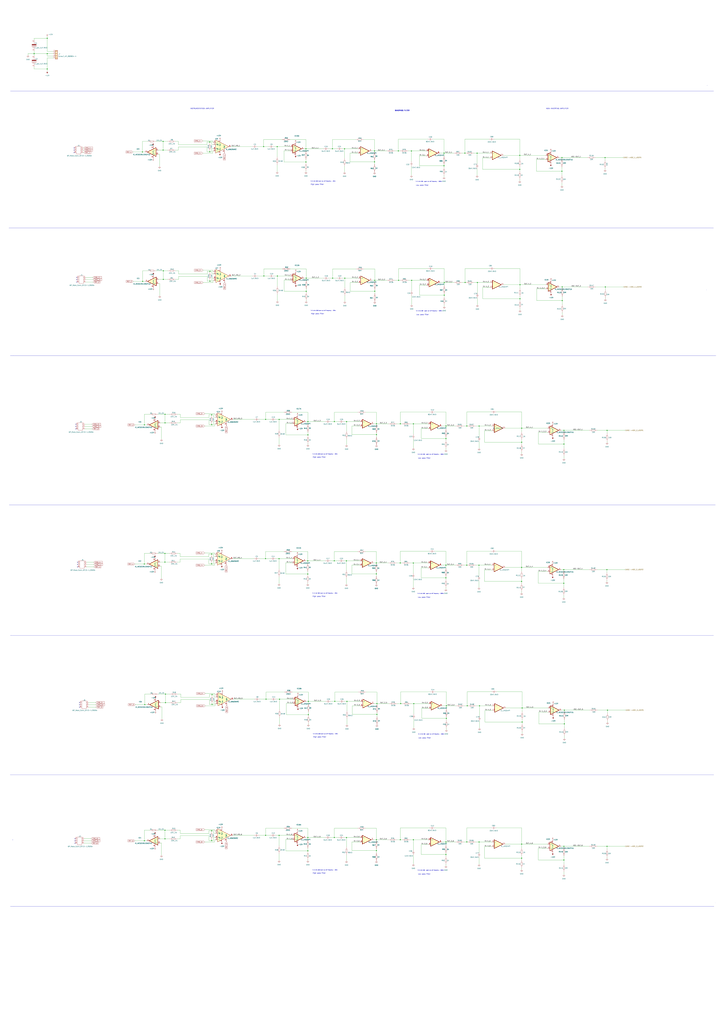
<source format=kicad_sch>
(kicad_sch (version 20230121) (generator eeschema)
  (paper "A0" portrait)
  (junction (at 653.0594 333.0702))
  (junction (at 246.3546 806.3484))
  (junction (at 605.917 675.005))
  (junction (at 705.0278 661.2382))
  (junction (at 605.9932 996.2642))
  (junction (at 191.5922 642.5438))
  (junction (at 386.4102 322.9102))
  (junction (at 165.735 326.6694))
  (junction (at 556.4632 977.4174))
  (junction (at 435.0512 187.8584))
  (junction (at 39.624 62.23))
  (junction (at 358.1654 814.2732))
  (junction (at 245.8212 964.4126))
  (junction (at 540.2834 327.9902))
  (junction (at 437.2864 987.4758))
  (junction (at 357.5558 666.4198))
  (junction (at 603.758 180.34))
  (junction (at 655.066 515.5184))
  (junction (at 388.2898 651.0782))
  (junction (at 437.2864 974.8774))
  (junction (at 357.6828 489.458))
  (junction (at 463.0166 325.4502))
  (junction (at 245.745 654.5834))
  (junction (at 556.514 494.538))
  (junction (at 435.3306 325.4502))
  (junction (at 518.0076 992.0478))
  (junction (at 165.4556 176.4792))
  (junction (at 243.586 164.7952))
  (junction (at 480.1616 974.8774))
  (junction (at 655.066 499.618))
  (junction (at 245.8212 975.8426))
  (junction (at 518.0584 494.538))
  (junction (at 403.0218 814.2732))
  (junction (at 324.739 811.7332))
  (junction (at 168.2242 818.0324))
  (junction (at 542.2392 977.4174))
  (junction (at 703.1482 333.0702))
  (junction (at 400.2532 172.72))
  (junction (at 437.2102 653.6182))
  (junction (at 606.5266 821.8932))
  (junction (at 603.758 196.6468))
  (junction (at 477.9264 175.26))
  (junction (at 191.6684 963.803))
  (junction (at 243.8654 326.4154))
  (junction (at 604.0374 346.837))
  (junction (at 388.8994 814.2732))
  (junction (at 324.2564 486.918))
  (junction (at 402.4122 651.0782))
  (junction (at 517.9314 656.1582))
  (junction (at 605.9932 979.9574))
  (junction (at 554.5074 327.9902))
  (junction (at 189.7126 324.3834))
  (junction (at 705.6374 824.4332))
  (junction (at 465.0232 491.998))
  (junction (at 189.4332 174.1932))
  (junction (at 542.7726 819.3532))
  (junction (at 652.78 182.88))
  (junction (at 518.0076 977.4174))
  (junction (at 516.0518 342.6206))
  (junction (at 54.864 44.45))
  (junction (at 464.8962 653.6182))
  (junction (at 191.7192 480.9236))
  (junction (at 464.9724 974.8774))
  (junction (at 386.1308 172.72))
  (junction (at 306.5526 320.3702))
  (junction (at 655.0152 998.3978))
  (junction (at 357.632 972.3374))
  (junction (at 245.872 492.9632))
  (junction (at 654.939 661.2382))
  (junction (at 480.2124 491.998))
  (junction (at 652.78 198.7804))
  (junction (at 355.3968 188.0616))
  (junction (at 518.541 833.9836))
  (junction (at 437.8198 829.4116))
  (junction (at 606.044 513.3848))
  (junction (at 437.3372 491.998))
  (junction (at 54.864 62.23))
  (junction (at 189.7126 314.3758))
  (junction (at 462.7372 175.26))
  (junction (at 309.0418 811.7332))
  (junction (at 400.5326 322.9102))
  (junction (at 358.1654 829.6148))
  (junction (at 191.6684 973.8106))
  (junction (at 705.1548 499.618))
  (junction (at 322.2498 320.3702))
  (junction (at 355.6762 322.9102))
  (junction (at 246.3546 817.7784))
  (junction (at 192.2018 815.7464))
  (junction (at 324.1294 648.5382))
  (junction (at 357.5558 651.0782))
  (junction (at 306.2732 170.18))
  (junction (at 402.4884 972.3374))
  (junction (at 480.695 816.8132))
  (junction (at 357.632 987.679))
  (junction (at 191.7192 490.9312))
  (junction (at 653.0594 348.9706))
  (junction (at 518.0584 509.1684))
  (junction (at 540.004 177.8))
  (junction (at 604.0374 330.5302))
  (junction (at 435.3306 338.0486))
  (junction (at 388.366 972.3374))
  (junction (at 606.044 497.078))
  (junction (at 702.8688 182.88))
  (junction (at 437.2102 666.2166))
  (junction (at 321.9704 170.18))
  (junction (at 655.5486 824.4332))
  (junction (at 655.5486 840.3336))
  (junction (at 308.5084 969.7974))
  (junction (at 480.0854 653.6182))
  (junction (at 655.0152 982.4974))
  (junction (at 518.541 819.3532))
  (junction (at 516.0518 327.9902))
  (junction (at 478.2058 325.4502))
  (junction (at 324.2056 969.7974))
  (junction (at 245.872 481.5332))
  (junction (at 542.29 494.538))
  (junction (at 437.8198 816.8132))
  (junction (at 167.6908 976.0966))
  (junction (at 402.5392 489.458))
  (junction (at 556.9966 819.3532))
  (junction (at 556.387 656.1582))
  (junction (at 54.864 80.0608))
  (junction (at 465.5058 816.8132))
  (junction (at 308.4322 648.5382))
  (junction (at 357.6828 504.7996))
  (junction (at 167.7416 493.2172))
  (junction (at 437.3372 504.5964))
  (junction (at 245.745 643.1534))
  (junction (at 515.7724 177.8))
  (junction (at 517.9314 670.7886))
  (junction (at 355.6762 338.2518))
  (junction (at 654.939 677.1386))
  (junction (at 191.5922 652.5514))
  (junction (at 554.228 177.8))
  (junction (at 355.3968 172.72))
  (junction (at 605.917 658.6982))
  (junction (at 192.2018 805.7388))
  (junction (at 515.7724 192.4304))
  (junction (at 167.6146 654.8374))
  (junction (at 243.8654 314.9854))
  (junction (at 308.5592 486.918))
  (junction (at 243.586 176.2252))
  (junction (at 435.0512 175.26))
  (junction (at 705.104 982.4974))
  (junction (at 388.4168 489.458))
  (junction (at 189.4332 164.1856))
  (junction (at 542.163 656.1582))
  (junction (at 606.5266 838.2))
  (no_connect (at 87.122 973.582))
  (no_connect (at 88.138 497.84))
  (no_connect (at 90.17 655.32))
  (no_connect (at 90.17 658.114))
  (no_connect (at 87.122 978.916))
  (no_connect (at 92.456 818.134))
  (no_connect (at 88.138 492.506))
  (no_connect (at 86.106 171.704))
  (no_connect (at 89.154 324.612))
  (no_connect (at 89.154 327.406))
  (no_connect (at 88.138 495.046))
  (no_connect (at 89.154 322.072))
  (no_connect (at 86.106 177.038))
  (no_connect (at 90.17 652.78))
  (no_connect (at 92.456 820.928))
  (no_connect (at 87.122 976.122))
  (no_connect (at 86.106 174.244))
  (no_connect (at 92.456 815.594))
  (wire (pts (xy 478.2058 325.4502) (xy 495.7318 325.4502)))
  (wire (pts (xy 270.383 648.5382) (xy 295.0718 648.5382)))
  (wire (pts (xy 653.0594 344.043) (xy 653.0594 348.9706)))
  (wire (pts (xy 243.205 806.3484) (xy 246.3546 806.3484)))
  (wire (pts (xy 649.5034 333.0702) (xy 653.0594 333.0702)))
  (wire (pts (xy 383.7432 972.3374) (xy 388.366 972.3374)))
  (wire (pts (xy 518.0076 977.4174) (xy 518.0076 981.2528)))
  (wire (pts (xy 655.5486 824.4332) (xy 655.5486 826.262)))
  (wire (pts (xy 245.8212 965.4794) (xy 245.8212 964.4126)))
  (wire (pts (xy 623.1128 198.7804) (xy 652.78 198.7804)))
  (wire (pts (xy 247.904 172.72) (xy 245.7196 172.72)))
  (wire (pts (xy 655.5486 835.406) (xy 655.5486 840.3336)))
  (wire (pts (xy 386.1308 162.0012) (xy 386.1308 172.72)))
  (wire (pts (xy 437.2102 664.1846) (xy 437.2102 666.2166)))
  (wire (pts (xy 355.3968 172.72) (xy 375.666 172.72)))
  (wire (pts (xy 605.917 658.6982) (xy 636.143 658.6982)))
  (wire (pts (xy 424.688 478.7392) (xy 437.3372 478.7392)))
  (wire (pts (xy 487.1212 180.848) (xy 487.1212 192.4304)))
  (wire (pts (xy 435.3306 325.4502) (xy 435.3306 326.8726)))
  (wire (pts (xy 604.0374 346.837) (xy 604.0374 348.9706)))
  (wire (pts (xy 606.044 510.54) (xy 606.044 513.3848)))
  (wire (pts (xy 329.8444 188.0616) (xy 329.8444 175.006)))
  (wire (pts (xy 329.8444 188.0616) (xy 355.3968 188.0616)))
  (wire (pts (xy 248.1834 322.9102) (xy 245.999 322.9102)))
  (wire (pts (xy 237.7948 963.1426) (xy 249.2248 963.1426)))
  (wire (pts (xy 515.7724 177.8) (xy 515.7724 181.6354)))
  (wire (pts (xy 402.5392 509.5748) (xy 402.5392 516.3312)))
  (wire (pts (xy 406.8318 338.0486) (xy 406.8318 327.9902)))
  (wire (pts (xy 652.78 182.88) (xy 652.78 184.7088)))
  (wire (pts (xy 206.629 805.7388) (xy 209.931 805.7388)))
  (wire (pts (xy 480.695 834.644) (xy 480.695 844.9564)))
  (wire (pts (xy 191.7192 490.9312) (xy 186.0296 490.9312)))
  (wire (pts (xy 489.4072 509.1684) (xy 518.0584 509.1684)))
  (wire (pts (xy 247.9548 967.2574) (xy 250.1392 967.2574)))
  (polyline (pts (xy 821.5376 99.2632) (xy 821.5376 99.314)))
  (wire (pts (xy 354.9904 972.3374) (xy 357.632 972.3374)))
  (wire (pts (xy 357.632 997.839) (xy 357.632 998.855)))
  (wire (pts (xy 330.1238 325.1962) (xy 337.7946 325.1962)))
  (wire (pts (xy 238.3282 805.0784) (xy 249.7582 805.0784)))
  (wire (pts (xy 242.6716 964.4126) (xy 245.8212 964.4126)))
  (wire (pts (xy 477.9264 193.0908) (xy 477.9264 203.4032)))
  (polyline (pts (xy 15.5448 413.004) (xy 12.0904 413.004)))
  (wire (pts (xy 242.6716 975.8426) (xy 245.8212 975.8426)))
  (wire (pts (xy 540.2834 327.9902) (xy 541.2486 327.9902)))
  (wire (pts (xy 209.931 805.7388) (xy 209.931 809.498)))
  (wire (pts (xy 156.4894 654.8374) (xy 167.6146 654.8374)))
  (wire (pts (xy 154.6098 326.6694) (xy 165.735 326.6694)))
  (wire (pts (xy 560.8574 333.5782) (xy 560.8574 346.837)))
  (wire (pts (xy 431.3936 175.26) (xy 435.0512 175.26)))
  (wire (pts (xy 358.1654 839.7748) (xy 358.1654 840.7908)))
  (wire (pts (xy 437.8198 829.4116) (xy 409.321 829.4116)))
  (wire (pts (xy 357.6828 489.458) (xy 357.6828 492.4552)))
  (wire (pts (xy 437.2102 653.6182) (xy 451.4596 653.6182)))
  (wire (pts (xy 540.004 177.8) (xy 540.9692 177.8)))
  (wire (pts (xy 437.2864 985.4438) (xy 437.2864 987.4758)))
  (wire (pts (xy 574.0908 161.544) (xy 603.758 161.544)))
  (wire (pts (xy 196.9516 963.803) (xy 191.6684 963.803)))
  (wire (pts (xy 324.2564 486.918) (xy 339.8012 486.918)))
  (wire (pts (xy 505.0536 478.3836) (xy 518.0584 478.3836)))
  (wire (pts (xy 39.624 44.45) (xy 54.864 44.45)))
  (wire (pts (xy 458.4446 175.26) (xy 462.7372 175.26)))
  (wire (pts (xy 247.269 325.4502) (xy 247.269 328.041)))
  (wire (pts (xy 322.2498 320.3702) (xy 337.7946 320.3702)))
  (wire (pts (xy 409.321 819.3532) (xy 418.9222 819.3532)))
  (wire (pts (xy 357.5558 640.3086) (xy 357.5558 651.0782)))
  (wire (pts (xy 318.2366 320.3702) (xy 322.2498 320.3702)))
  (wire (pts (xy 556.9966 819.3532) (xy 556.9966 831.4944)))
  (wire (pts (xy 100.584 652.78) (xy 108.966 652.78)))
  (wire (pts (xy 403.0218 834.39) (xy 403.0218 841.1464)))
  (wire (pts (xy 354.9142 651.0782) (xy 357.5558 651.0782)))
  (wire (pts (xy 552.3992 494.538) (xy 556.514 494.538)))
  (wire (pts (xy 556.387 656.1582) (xy 571.4238 656.1582)))
  (wire (pts (xy 562.737 675.005) (xy 605.917 675.005)))
  (wire (pts (xy 240.4364 167.9448) (xy 240.4364 164.7952)))
  (wire (pts (xy 209.3976 967.5622) (xy 242.6716 967.5622)))
  (wire (pts (xy 536.3972 177.8) (xy 540.004 177.8)))
  (wire (pts (xy 540.004 161.544) (xy 540.004 177.8)))
  (wire (pts (xy 97.536 976.122) (xy 106.172 976.122)))
  (wire (pts (xy 399.4912 489.458) (xy 402.5392 489.458)))
  (wire (pts (xy 435.0512 175.26) (xy 435.0512 176.6824)))
  (wire (pts (xy 518.0076 990.3968) (xy 518.0076 992.0478)))
  (wire (pts (xy 606.5266 821.8932) (xy 606.5266 826.2112)))
  (wire (pts (xy 576.326 961.1614) (xy 605.9932 961.1614)))
  (wire (pts (xy 197.3326 815.7464) (xy 192.2018 815.7464)))
  (wire (pts (xy 606.044 524.6624) (xy 606.044 526.542)))
  (wire (pts (xy 324.1294 648.5382) (xy 324.1294 660.5778)))
  (wire (pts (xy 205.994 490.9312) (xy 209.4484 490.9312)))
  (wire (pts (xy 355.6762 322.9102) (xy 375.9454 322.9102)))
  (wire (pts (xy 96.52 171.704) (xy 97.536 171.704)))
  (wire (pts (xy 317.9572 170.18) (xy 321.9704 170.18)))
  (wire (pts (xy 499.1608 961.263) (xy 464.9724 961.263)))
  (wire (pts (xy 652.78 198.7804) (xy 652.78 203.454)))
  (wire (pts (xy 516.0518 340.9696) (xy 516.0518 342.6206)))
  (wire (pts (xy 408.7876 987.4758) (xy 408.7876 977.4174)))
  (wire (pts (xy 172.1358 314.3758) (xy 165.735 314.3758)))
  (wire (pts (xy 413.258 162.0012) (xy 386.1308 162.0012)))
  (wire (pts (xy 406.5524 187.8584) (xy 406.5524 177.8)))
  (wire (pts (xy 606.044 513.3848) (xy 606.044 515.5184)))
  (wire (pts (xy 174.0916 963.803) (xy 167.6908 963.803)))
  (wire (pts (xy 249.2248 974.8774) (xy 249.2248 977.4682)))
  (wire (pts (xy 206.1464 480.9236) (xy 209.4484 480.9236)))
  (wire (pts (xy 246.3546 816.5592) (xy 246.3546 817.7784)))
  (wire (pts (xy 489.2802 670.7886) (xy 517.9314 670.7886)))
  (wire (pts (xy 357.5558 663.2194) (xy 357.5558 666.4198)))
  (wire (pts (xy 186.0296 495.7572) (xy 187.6044 495.7572)))
  (wire (pts (xy 242.5954 654.5834) (xy 245.745 654.5834)))
  (wire (pts (xy 174.1424 480.9236) (xy 167.7416 480.9236)))
  (wire (pts (xy 102.87 815.594) (xy 111.252 815.594)))
  (wire (pts (xy 655.066 499.618) (xy 684.6316 499.618)))
  (wire (pts (xy 489.4072 497.586) (xy 489.4072 509.1684)))
  (wire (pts (xy 54.864 62.23) (xy 61.722 62.23)))
  (wire (pts (xy 487.4006 342.6206) (xy 516.0518 342.6206)))
  (wire (pts (xy 655.5486 840.3336) (xy 655.5486 845.0072)))
  (wire (pts (xy 416.0266 803.5544) (xy 388.8994 803.5544)))
  (wire (pts (xy 480.695 816.8132) (xy 480.695 828.802)))
  (wire (pts (xy 357.632 972.3374) (xy 377.9012 972.3374)))
  (wire (pts (xy 98.552 497.84) (xy 107.188 497.84)))
  (wire (pts (xy 651.9926 824.4332) (xy 655.5486 824.4332)))
  (polyline (pts (xy 828.7512 1052.3728) (xy 829.31 1052.3728)))
  (wire (pts (xy 358.1654 814.2732) (xy 378.4346 814.2732)))
  (wire (pts (xy 424.561 640.3594) (xy 437.2102 640.3594)))
  (wire (pts (xy 355.3968 161.9504) (xy 355.3968 172.72)))
  (wire (pts (xy 187.6044 495.7572) (xy 187.6044 509.7272)))
  (wire (pts (xy 250.6726 816.8132) (xy 249.7582 816.8132)))
  (wire (pts (xy 209.3214 646.303) (xy 242.5954 646.303)))
  (wire (pts (xy 415.417 640.3594) (xy 388.2898 640.3594)))
  (wire (pts (xy 99.568 327.406) (xy 108.204 327.406)))
  (wire (pts (xy 242.7224 484.6828) (xy 242.7224 481.5332)))
  (wire (pts (xy 518.0584 507.5174) (xy 518.0584 509.1684)))
  (wire (pts (xy 174.0154 642.5438) (xy 167.6146 642.5438)))
  (wire (pts (xy 518.0076 977.4174) (xy 529.4884 977.4174)))
  (polyline (pts (xy 821.6392 99.2632) (xy 821.6392 99.3648)))
  (wire (pts (xy 247.8786 654.5834) (xy 245.745 654.5834)))
  (wire (pts (xy 512.9276 977.4174) (xy 518.0076 977.4174)))
  (wire (pts (xy 489.3564 992.0478) (xy 518.0076 992.0478)))
  (wire (pts (xy 604.0374 330.5302) (xy 634.2634 330.5302)))
  (wire (pts (xy 487.4006 331.0382) (xy 495.7318 331.0382)))
  (wire (pts (xy 98.552 495.046) (xy 107.188 495.046)))
  (wire (pts (xy 250.1392 972.3374) (xy 247.9548 972.3374)))
  (wire (pts (xy 655.066 515.5184) (xy 655.066 520.192)))
  (wire (pts (xy 705.1548 512.2164) (xy 705.1548 513.5372)))
  (wire (pts (xy 248.4882 806.3484) (xy 248.4882 809.1932)))
  (wire (pts (xy 300.9138 648.5382) (xy 308.4322 648.5382)))
  (wire (pts (xy 461.2132 816.8132) (xy 465.5058 816.8132)))
  (wire (pts (xy 437.3372 502.5644) (xy 437.3372 504.5964)))
  (wire (pts (xy 554.5074 327.9902) (xy 554.5074 340.1314)))
  (wire (pts (xy 625.8814 840.3336) (xy 655.5486 840.3336)))
  (wire (pts (xy 332.0796 987.679) (xy 357.632 987.679)))
  (wire (pts (xy 605.9932 1007.5418) (xy 605.9932 1009.4214)))
  (wire (pts (xy 207.1624 170.6372) (xy 240.4364 170.6372)))
  (wire (pts (xy 324.2564 486.918) (xy 324.2564 498.9576)))
  (wire (pts (xy 435.0512 162.0012) (xy 435.0512 175.26)))
  (wire (pts (xy 554.5074 327.9902) (xy 569.5442 327.9902)))
  (wire (pts (xy 518.541 833.9836) (xy 518.541 836.0664)))
  (wire (pts (xy 381.7874 322.9102) (xy 386.4102 322.9102)))
  (wire (pts (xy 249.2756 491.998) (xy 249.2756 494.5888)))
  (wire (pts (xy 339.0392 961.5678) (xy 357.632 961.5678)))
  (wire (pts (xy 384.2766 814.2732) (xy 388.8994 814.2732)))
  (wire (pts (xy 435.3306 338.0486) (xy 406.8318 338.0486)))
  (wire (pts (xy 437.3372 491.998) (xy 451.5866 491.998)))
  (wire (pts (xy 705.104 982.4974) (xy 726.186 982.4974)))
  (wire (pts (xy 433.6288 974.8774) (xy 437.2864 974.8774)))
  (wire (pts (xy 383.667 651.0782) (xy 388.2898 651.0782)))
  (wire (pts (xy 183.2356 963.803) (xy 191.6684 963.803)))
  (wire (pts (xy 355.0412 489.458) (xy 357.6828 489.458)))
  (wire (pts (xy 386.4102 312.1914) (xy 386.4102 322.9102)))
  (wire (pts (xy 437.2102 666.2166) (xy 408.7114 666.2166)))
  (wire (pts (xy 606.5266 849.4776) (xy 606.5266 851.3572)))
  (wire (pts (xy 355.3968 198.2216) (xy 355.3968 199.2376)))
  (wire (pts (xy 270.4592 969.7974) (xy 295.148 969.7974)))
  (wire (pts (xy 437.8198 816.8132) (xy 452.0692 816.8132)))
  (wire (pts (xy 480.0854 653.6182) (xy 480.0854 665.607)))
  (wire (pts (xy 243.205 817.7784) (xy 246.3546 817.7784)))
  (wire (pts (xy 623.3922 335.3562) (xy 623.3922 348.9706)))
  (wire (pts (xy 61.722 65.024) (xy 54.864 65.024)))
  (wire (pts (xy 497.205 311.8358) (xy 463.0166 311.8358)))
  (wire (pts (xy 240.4364 170.6372) (xy 240.4364 176.2252)))
  (wire (pts (xy 97.536 973.582) (xy 105.918 973.582)))
  (wire (pts (xy 39.624 59.0804) (xy 39.624 62.23)))
  (wire (pts (xy 250.063 651.0782) (xy 247.8786 651.0782)))
  (wire (pts (xy 235.5596 177.8508) (xy 246.9896 177.8508)))
  (wire (pts (xy 245.7196 176.2252) (xy 243.586 176.2252)))
  (wire (pts (xy 542.29 478.282) (xy 542.29 494.538)))
  (wire (pts (xy 165.735 314.3758) (xy 165.735 326.6694)))
  (wire (pts (xy 408.7114 666.2166) (xy 408.7114 656.1582)))
  (wire (pts (xy 487.1212 180.848) (xy 495.4524 180.848)))
  (wire (pts (xy 308.5592 486.918) (xy 314.4012 486.918)))
  (wire (pts (xy 437.8198 829.4116) (xy 437.8198 832.1548)))
  (wire (pts (xy 477.9264 175.26) (xy 477.9264 187.2488)))
  (wire (pts (xy 96.52 177.038) (xy 97.536 177.038)))
  (wire (pts (xy 552.3484 977.4174) (xy 556.4632 977.4174)))
  (wire (pts (xy 560.578 183.388) (xy 569.2648 183.388)))
  (wire (pts (xy 512.8514 656.1582) (xy 517.9314 656.1582)))
  (wire (pts (xy 480.1616 974.8774) (xy 480.1616 986.8662)))
  (wire (pts (xy 516.0518 311.8358) (xy 516.0518 327.9902)))
  (wire (pts (xy 655.066 510.5908) (xy 655.066 515.5184)))
  (wire (pts (xy 209.4484 487.3752) (xy 242.7224 487.3752)))
  (wire (pts (xy 517.9314 682.0154) (xy 517.9314 683.768)))
  (wire (pts (xy 203.708 174.1932) (xy 207.1624 174.1932)))
  (wire (pts (xy 655.0152 982.4974) (xy 655.0152 984.3262)))
  (wire (pts (xy 499.0846 640.0038) (xy 464.8962 640.0038)))
  (wire (pts (xy 245.872 491.744) (xy 245.872 492.9632)))
  (wire (pts (xy 235.5596 163.5252) (xy 246.9896 163.5252)))
  (wire (pts (xy 603.758 196.6468) (xy 603.758 198.7804)))
  (wire (pts (xy 574.3702 311.7342) (xy 604.0374 311.7342)))
  (wire (pts (xy 437.8198 827.3796) (xy 437.8198 829.4116)))
  (wire (pts (xy 625.348 984.7834) (xy 625.348 998.3978)))
  (wire (pts (xy 406.5524 177.8) (xy 416.1536 177.8)))
  (wire (pts (xy 536.6766 327.9902) (xy 540.2834 327.9902)))
  (wire (pts (xy 54.864 65.024) (xy 54.864 62.23)))
  (wire (pts (xy 357.5558 666.4198) (xy 357.5558 667.4358)))
  (wire (pts (xy 560.8574 333.5782) (xy 569.5442 333.5782)))
  (wire (pts (xy 248.0056 489.458) (xy 248.0056 492.9632)))
  (wire (pts (xy 357.6828 501.5992) (xy 357.6828 504.7996)))
  (wire (pts (xy 54.864 59.69) (xy 61.722 59.69)))
  (wire (pts (xy 205.9432 973.8106) (xy 209.3976 973.8106)))
  (wire (pts (xy 250.1392 964.7174) (xy 249.2248 964.7174)))
  (wire (pts (xy 247.9548 972.3374) (xy 247.9548 975.8426)))
  (wire (pts (xy 518.0584 478.3836) (xy 518.0584 494.538)))
  (wire (pts (xy 209.3214 642.5438) (xy 209.3214 646.303)))
  (wire (pts (xy 705.104 982.4974) (xy 705.104 985.9518)))
  (wire (pts (xy 183.769 805.7388) (xy 192.2018 805.7388)))
  (wire (pts (xy 606.5266 803.0972) (xy 606.5266 821.8932)))
  (wire (pts (xy 517.9314 640.0038) (xy 517.9314 656.1582)))
  (wire (pts (xy 247.9548 964.4126) (xy 247.9548 967.2574)))
  (wire (pts (xy 245.8212 964.4126) (xy 247.9548 964.4126)))
  (wire (pts (xy 355.6762 348.4118) (xy 355.6762 349.4278)))
  (wire (pts (xy 357.6828 514.9596) (xy 357.6828 515.9756)))
  (wire (pts (xy 207.1624 167.9448) (xy 240.4364 167.9448)))
  (wire (pts (xy 243.8654 325.1962) (xy 243.8654 326.4154)))
  (wire (pts (xy 540.2834 311.7342) (xy 540.2834 327.9902)))
  (wire (pts (xy 324.2056 969.7974) (xy 324.2056 981.837)))
  (wire (pts (xy 249.1486 643.4582) (xy 249.1486 641.8834)))
  (wire (pts (xy 625.3988 515.5184) (xy 655.066 515.5184)))
  (wire (pts (xy 237.7186 641.8834) (xy 249.1486 641.8834)))
  (wire (pts (xy 247.8786 651.0782) (xy 247.8786 654.5834)))
  (wire (pts (xy 381.508 172.72) (xy 386.1308 172.72)))
  (wire (pts (xy 39.624 46.3804) (xy 39.624 44.45)))
  (wire (pts (xy 623.3922 348.9706) (xy 653.0594 348.9706)))
  (polyline (pts (xy 820.8264 336.6008) (xy 820.8264 336.6516)))
  (wire (pts (xy 357.5558 651.0782) (xy 377.825 651.0782)))
  (wire (pts (xy 321.9704 191.3636) (xy 321.9704 199.136)))
  (wire (pts (xy 39.624 80.0608) (xy 54.864 80.0608)))
  (wire (pts (xy 245.999 322.9102) (xy 245.999 326.4154)))
  (wire (pts (xy 605.917 675.005) (xy 605.917 677.1386)))
  (wire (pts (xy 408.8384 504.5964) (xy 408.8384 494.538)))
  (wire (pts (xy 518.0584 494.538) (xy 518.0584 498.3734)))
  (wire (pts (xy 516.0518 353.8474) (xy 516.0518 355.6)))
  (wire (pts (xy 388.366 961.6186) (xy 388.366 972.3374)))
  (wire (pts (xy 96.52 174.244) (xy 97.536 174.244)))
  (wire (pts (xy 246.3546 806.3484) (xy 248.4882 806.3484)))
  (wire (pts (xy 189.4332 164.1856) (xy 189.4332 174.1932)))
  (wire (pts (xy 518.0076 992.0478) (xy 518.0076 994.1306)))
  (wire (pts (xy 183.7436 179.0192) (xy 185.3184 179.0192)))
  (wire (pts (xy 606.5266 835.3552) (xy 606.5266 838.2)))
  (wire (pts (xy 649.224 182.88) (xy 652.78 182.88)))
  (wire (pts (xy 552.2722 656.1582) (xy 556.387 656.1582)))
  (wire (pts (xy 320.1924 969.7974) (xy 324.2056 969.7974)))
  (wire (pts (xy 568.2488 161.544) (xy 540.004 161.544)))
  (wire (pts (xy 320.7258 811.7332) (xy 324.739 811.7332)))
  (wire (pts (xy 422.402 162.0012) (xy 435.0512 162.0012)))
  (wire (pts (xy 235.839 313.7154) (xy 247.269 313.7154)))
  (wire (pts (xy 194.564 174.1932) (xy 189.4332 174.1932)))
  (wire (pts (xy 209.3214 648.9954) (xy 242.5954 648.9954)))
  (wire (pts (xy 654.939 672.211) (xy 654.939 677.1386)))
  (wire (pts (xy 54.864 44.45) (xy 54.864 59.69)))
  (wire (pts (xy 605.9932 996.2642) (xy 605.9932 998.3978)))
  (wire (pts (xy 383.794 489.458) (xy 388.4168 489.458)))
  (wire (pts (xy 515.7724 192.4304) (xy 515.7724 194.5132)))
  (wire (pts (xy 332.0034 653.3642) (xy 339.6742 653.3642)))
  (wire (pts (xy 654.939 677.1386) (xy 654.939 681.8122)))
  (wire (pts (xy 209.4484 487.3752) (xy 209.4484 490.9312)))
  (wire (pts (xy 358.1654 814.2732) (xy 358.1654 817.2704)))
  (wire (pts (xy 270.51 486.918) (xy 295.1988 486.918)))
  (wire (pts (xy 240.7158 314.9854) (xy 243.8654 314.9854)))
  (polyline (pts (xy 820.674 336.6516) (xy 820.8264 336.6516)))
  (wire (pts (xy 562.8132 996.2642) (xy 605.9932 996.2642)))
  (wire (pts (xy 556.4632 977.4174) (xy 571.5 977.4174)))
  (polyline (pts (xy 10.668 586.1812) (xy 830.9864 586.1812)))
  (wire (pts (xy 205.867 652.5514) (xy 209.3214 652.5514)))
  (wire (pts (xy 181.0004 164.1856) (xy 189.4332 164.1856)))
  (wire (pts (xy 357.6828 489.458) (xy 377.952 489.458)))
  (wire (pts (xy 489.2802 659.2062) (xy 497.6114 659.2062)))
  (wire (pts (xy 653.0594 362.7882) (xy 653.0594 365.6838)))
  (wire (pts (xy 437.2102 653.6182) (xy 437.2102 655.0406)))
  (wire (pts (xy 556.9966 837.3364) (xy 556.9966 845.1088)))
  (wire (pts (xy 357.5558 676.5798) (xy 357.5558 677.5958)))
  (wire (pts (xy 603.758 180.34) (xy 603.758 184.658)))
  (wire (pts (xy 324.2056 969.7974) (xy 339.7504 969.7974)))
  (wire (pts (xy 605.9932 979.9574) (xy 605.9932 984.2754)))
  (wire (pts (xy 550.3926 327.9902) (xy 554.5074 327.9902)))
  (wire (pts (xy 408.7114 656.1582) (xy 418.3126 656.1582)))
  (wire (pts (xy 185.3184 179.0192) (xy 185.3184 192.9892)))
  (wire (pts (xy 321.9704 170.18) (xy 321.9704 182.2196)))
  (wire (pts (xy 586.6638 658.6982) (xy 605.917 658.6982)))
  (wire (pts (xy 206.0956 963.803) (xy 209.3976 963.803)))
  (wire (pts (xy 397.4846 322.9102) (xy 400.5326 322.9102)))
  (wire (pts (xy 538.5562 656.1582) (xy 542.163 656.1582)))
  (wire (pts (xy 209.931 809.498) (xy 243.205 809.498)))
  (wire (pts (xy 209.3976 970.2546) (xy 209.3976 973.8106)))
  (wire (pts (xy 465.0232 478.3836) (xy 465.0232 491.998)))
  (wire (pts (xy 243.205 809.498) (xy 243.205 806.3484)))
  (wire (pts (xy 403.0218 814.2732) (xy 418.9222 814.2732)))
  (wire (pts (xy 437.2864 961.6186) (xy 437.2864 974.8774)))
  (wire (pts (xy 693.6486 661.2382) (xy 705.0278 661.2382)))
  (wire (pts (xy 606.044 497.078) (xy 606.044 501.396)))
  (wire (pts (xy 248.4882 817.7784) (xy 246.3546 817.7784)))
  (wire (pts (xy 339.09 478.6884) (xy 357.6828 478.6884)))
  (wire (pts (xy 464.8962 640.0038) (xy 464.8962 653.6182)))
  (wire (pts (xy 203.9874 324.3834) (xy 207.4418 324.3834)))
  (wire (pts (xy 570.4078 639.9022) (xy 542.163 639.9022)))
  (wire (pts (xy 191.6684 973.8106) (xy 185.9788 973.8106)))
  (wire (pts (xy 250.6726 814.2732) (xy 248.4882 814.2732)))
  (wire (pts (xy 330.1238 338.2518) (xy 330.1238 325.1962)))
  (wire (pts (xy 332.613 829.6148) (xy 358.1654 829.6148)))
  (wire (pts (xy 165.4556 176.4792) (xy 168.5036 176.4792)))
  (wire (pts (xy 435.0512 185.8264) (xy 435.0512 187.8584)))
  (wire (pts (xy 186.5122 820.5724) (xy 188.087 820.5724)))
  (wire (pts (xy 322.2498 320.3702) (xy 322.2498 332.4098)))
  (polyline (pts (xy 12.0904 413.0548) (xy 12.1412 413.0548)))
  (wire (pts (xy 435.3306 325.4502) (xy 449.58 325.4502)))
  (wire (pts (xy 242.7224 492.9632) (xy 245.872 492.9632)))
  (wire (pts (xy 517.9314 656.1582) (xy 517.9314 659.9936)))
  (wire (pts (xy 606.5266 838.2) (xy 606.5266 840.3336)))
  (wire (pts (xy 357.632 972.3374) (xy 357.632 975.3346)))
  (wire (pts (xy 516.0518 342.6206) (xy 516.0518 344.7034)))
  (wire (pts (xy 245.745 644.2202) (xy 245.745 643.1534)))
  (wire (pts (xy 604.0374 311.7342) (xy 604.0374 330.5302)))
  (wire (pts (xy 245.872 482.6) (xy 245.872 481.5332)))
  (wire (pts (xy 518.541 803.1988) (xy 518.541 819.3532)))
  (wire (pts (xy 320.1162 648.5382) (xy 324.1294 648.5382)))
  (wire (pts (xy 478.2058 325.4502) (xy 478.2058 337.439)))
  (polyline (pts (xy 15.494 413.004) (xy 831.6468 413.004)))
  (wire (pts (xy 196.7992 973.8106) (xy 191.6684 973.8106)))
  (wire (pts (xy 245.745 643.1534) (xy 247.8786 643.1534)))
  (polyline (pts (xy 16.002 1052.3728) (xy 828.802 1052.3728)))
  (polyline (pts (xy 831.088 1048.1564) (xy 831.088 1048.258)))
  (wire (pts (xy 185.9788 978.6366) (xy 187.5536 978.6366)))
  (wire (pts (xy 605.917 639.9022) (xy 605.917 658.6982)))
  (wire (pts (xy 167.6908 976.0966) (xy 170.7388 976.0966)))
  (wire (pts (xy 192.2018 815.7464) (xy 186.5122 815.7464)))
  (wire (pts (xy 400.5326 322.9102) (xy 400.5326 333.883)))
  (wire (pts (xy 185.5978 329.2094) (xy 185.5978 343.1794)))
  (wire (pts (xy 245.7196 167.64) (xy 247.904 167.64)))
  (wire (pts (xy 250.1392 974.8774) (xy 249.2248 974.8774)))
  (wire (pts (xy 306.5526 320.3702) (xy 312.3946 320.3702)))
  (wire (pts (xy 515.7724 161.6456) (xy 515.7724 177.8)))
  (wire (pts (xy 242.7224 481.5332) (xy 245.872 481.5332)))
  (wire (pts (xy 518.0584 509.1684) (xy 518.0584 511.2512)))
  (wire (pts (xy 606.044 497.078) (xy 636.27 497.078)))
  (wire (pts (xy 605.917 672.1602) (xy 605.917 675.005)))
  (wire (pts (xy 240.7158 318.135) (xy 240.7158 314.9854)))
  (wire (pts (xy 299.0342 320.3702) (xy 306.5526 320.3702)))
  (wire (pts (xy 465.5058 816.8132) (xy 467.6394 816.8132)))
  (wire (pts (xy 235.839 328.041) (xy 247.269 328.041)))
  (wire (pts (xy 248.0056 481.5332) (xy 248.0056 484.378)))
  (wire (pts (xy 355.6762 312.1406) (xy 355.6762 322.9102)))
  (wire (pts (xy 402.4884 972.3374) (xy 418.3888 972.3374)))
  (wire (pts (xy 301.5234 811.7332) (xy 309.0418 811.7332)))
  (wire (pts (xy 584.7842 330.5302) (xy 604.0374 330.5302)))
  (wire (pts (xy 464.9724 974.8774) (xy 467.106 974.8774)))
  (wire (pts (xy 505.5362 803.1988) (xy 518.541 803.1988)))
  (wire (pts (xy 505.0028 961.263) (xy 518.0076 961.263)))
  (wire (pts (xy 435.0512 175.26) (xy 449.3006 175.26)))
  (wire (pts (xy 518.0584 520.3952) (xy 518.0584 522.1478)))
  (wire (pts (xy 321.9704 170.18) (xy 337.5152 170.18)))
  (wire (pts (xy 510.6924 177.8) (xy 515.7724 177.8)))
  (wire (pts (xy 489.3564 980.4654) (xy 497.6876 980.4654)))
  (wire (pts (xy 308.5084 961.5678) (xy 329.8952 961.5678)))
  (wire (pts (xy 102.87 818.134) (xy 111.506 818.134)))
  (wire (pts (xy 300.99 969.7974) (xy 308.5084 969.7974)))
  (wire (pts (xy 556.514 512.5212) (xy 556.514 520.2936)))
  (wire (pts (xy 191.7192 480.9236) (xy 191.7192 490.9312)))
  (wire (pts (xy 357.6828 504.7996) (xy 357.6828 505.8156)))
  (wire (pts (xy 655.0152 993.4702) (xy 655.0152 998.3978)))
  (wire (pts (xy 425.1706 803.5544) (xy 437.8198 803.5544)))
  (wire (pts (xy 247.904 165.1) (xy 246.9896 165.1)))
  (wire (pts (xy 504.9266 640.0038) (xy 517.9314 640.0038)))
  (wire (pts (xy 403.0218 814.2732) (xy 403.0218 825.246)))
  (wire (pts (xy 586.74 979.9574) (xy 605.9932 979.9574)))
  (wire (pts (xy 209.931 812.1904) (xy 209.931 815.7464)))
  (wire (pts (xy 248.1834 325.4502) (xy 247.269 325.4502)))
  (wire (pts (xy 237.8456 480.2632) (xy 249.2756 480.2632)))
  (wire (pts (xy 463.0166 325.4502) (xy 465.1502 325.4502)))
  (wire (pts (xy 309.0418 803.5036) (xy 330.4286 803.5036)))
  (wire (pts (xy 542.163 639.9022) (xy 542.163 656.1582)))
  (wire (pts (xy 480.1616 974.8774) (xy 497.6876 974.8774)))
  (wire (pts (xy 189.7126 324.3834) (xy 184.023 324.3834)))
  (wire (pts (xy 560.8574 346.837) (xy 604.0374 346.837)))
  (wire (pts (xy 480.2124 491.998) (xy 480.2124 503.9868)))
  (wire (pts (xy 355.3968 188.0616) (xy 355.3968 189.0776)))
  (wire (pts (xy 308.4322 648.5382) (xy 314.2742 648.5382)))
  (wire (pts (xy 247.8786 645.9982) (xy 250.063 645.9982)))
  (wire (pts (xy 562.864 500.126) (xy 571.5508 500.126)))
  (wire (pts (xy 476.1738 653.6182) (xy 480.0854 653.6182)))
  (wire (pts (xy 554.228 195.7832) (xy 554.228 203.5556)))
  (wire (pts (xy 332.0034 666.4198) (xy 357.5558 666.4198)))
  (wire (pts (xy 562.8132 983.0054) (xy 562.8132 996.2642)))
  (wire (pts (xy 605.9932 961.1614) (xy 605.9932 979.9574)))
  (wire (pts (xy 171.8564 164.1856) (xy 165.4556 164.1856)))
  (wire (pts (xy 435.3306 338.0486) (xy 435.3306 340.7918)))
  (wire (pts (xy 309.0418 811.7332) (xy 314.8838 811.7332)))
  (wire (pts (xy 625.3988 501.904) (xy 636.27 501.904)))
  (wire (pts (xy 518.0584 494.538) (xy 529.5392 494.538)))
  (wire (pts (xy 563.3466 824.9412) (xy 572.0334 824.9412)))
  (wire (pts (xy 246.9896 175.26) (xy 246.9896 177.8508)))
  (wire (pts (xy 489.8898 822.4012) (xy 489.8898 833.9836)))
  (wire (pts (xy 462.7372 175.26) (xy 464.8708 175.26)))
  (wire (pts (xy 691.4896 182.88) (xy 702.8688 182.88)))
  (wire (pts (xy 556.514 494.538) (xy 556.514 506.6792)))
  (wire (pts (xy 336.804 161.9504) (xy 355.3968 161.9504)))
  (wire (pts (xy 306.2732 161.9504) (xy 306.2732 170.18)))
  (wire (pts (xy 705.1548 499.618) (xy 705.1548 503.0724)))
  (wire (pts (xy 324.739 832.9168) (xy 324.739 840.6892)))
  (wire (pts (xy 560.578 196.6468) (xy 603.758 196.6468)))
  (wire (pts (xy 174.625 805.7388) (xy 168.2242 805.7388)))
  (wire (pts (xy 250.19 481.838) (xy 249.2756 481.838)))
  (wire (pts (xy 246.3546 807.4152) (xy 246.3546 806.3484)))
  (wire (pts (xy 167.7416 493.2172) (xy 170.7896 493.2172)))
  (wire (pts (xy 705.6374 824.4332) (xy 726.7194 824.4332)))
  (wire (pts (xy 705.104 995.0958) (xy 705.104 996.4166)))
  (wire (pts (xy 587.2734 821.8932) (xy 606.5266 821.8932)))
  (wire (pts (xy 206.4766 815.7464) (xy 209.931 815.7464)))
  (wire (pts (xy 489.2802 659.2062) (xy 489.2802 670.7886)))
  (wire (pts (xy 249.2248 964.7174) (xy 249.2248 963.1426)))
  (wire (pts (xy 167.6146 642.5438) (xy 167.6146 654.8374)))
  (wire (pts (xy 603.758 180.34) (xy 633.984 180.34)))
  (wire (pts (xy 654.939 661.2382) (xy 684.5046 661.2382)))
  (wire (pts (xy 515.7724 190.7794) (xy 515.7724 192.4304)))
  (wire (pts (xy 207.1624 164.1856) (xy 207.1624 167.9448)))
  (wire (pts (xy 332.1304 504.7996) (xy 357.6828 504.7996)))
  (wire (pts (xy 435.3306 336.0166) (xy 435.3306 338.0486)))
  (wire (pts (xy 185.9026 657.3774) (xy 187.4774 657.3774)))
  (wire (pts (xy 422.6814 312.1914) (xy 435.3306 312.1914)))
  (wire (pts (xy 402.4884 992.4542) (xy 402.4884 999.2106)))
  (wire (pts (xy 460.7306 491.998) (xy 465.0232 491.998)))
  (wire (pts (xy 605.9932 979.9574) (xy 636.2192 979.9574)))
  (wire (pts (xy 480.695 816.8132) (xy 498.221 816.8132)))
  (wire (pts (xy 245.7196 172.72) (xy 245.7196 176.2252)))
  (wire (pts (xy 167.6146 654.8374) (xy 170.6626 654.8374)))
  (polyline (pts (xy 12.0396 105.664) (xy 829.0052 105.664)))
  (wire (pts (xy 424.6372 961.6186) (xy 437.2864 961.6186)))
  (wire (pts (xy 460.6798 974.8774) (xy 464.9724 974.8774)))
  (wire (pts (xy 338.963 640.3086) (xy 357.5558 640.3086)))
  (wire (pts (xy 324.739 811.7332) (xy 340.2838 811.7332)))
  (wire (pts (xy 207.1624 170.6372) (xy 207.1624 174.1932)))
  (wire (pts (xy 654.939 690.9562) (xy 654.939 693.8518)))
  (wire (pts (xy 246.9896 165.1) (xy 246.9896 163.5252)))
  (wire (pts (xy 324.1294 648.5382) (xy 339.6742 648.5382)))
  (wire (pts (xy 518.0076 1003.2746) (xy 518.0076 1005.0272)))
  (wire (pts (xy 168.2242 818.0324) (xy 171.2722 818.0324)))
  (wire (pts (xy 242.6716 970.2546) (xy 242.6716 975.8426)))
  (wire (pts (xy 189.4332 174.1932) (xy 183.7436 174.1932)))
  (wire (pts (xy 242.5954 643.1534) (xy 245.745 643.1534)))
  (wire (pts (xy 187.4774 657.3774) (xy 187.4774 671.3474)))
  (wire (pts (xy 434.1622 816.8132) (xy 437.8198 816.8132)))
  (wire (pts (xy 480.2124 509.8288) (xy 480.2124 520.1412)))
  (wire (pts (xy 562.864 513.3848) (xy 606.044 513.3848)))
  (wire (pts (xy 437.2864 974.8774) (xy 451.5358 974.8774)))
  (wire (pts (xy 268.224 170.18) (xy 292.9128 170.18)))
  (wire (pts (xy 250.19 489.458) (xy 248.0056 489.458)))
  (wire (pts (xy 332.1304 491.744) (xy 339.8012 491.744)))
  (wire (pts (xy 560.578 183.388) (xy 560.578 196.6468)))
  (wire (pts (xy 192.2018 805.7388) (xy 192.2018 815.7464)))
  (wire (pts (xy 358.1654 826.4144) (xy 358.1654 829.6148)))
  (wire (pts (xy 693.7248 982.4974) (xy 705.104 982.4974)))
  (wire (pts (xy 437.8198 816.8132) (xy 437.8198 818.2356)))
  (wire (pts (xy 625.2718 663.5242) (xy 625.2718 677.1386)))
  (wire (pts (xy 204.1398 314.3758) (xy 207.4418 314.3758)))
  (wire (pts (xy 437.2864 987.4758) (xy 437.2864 990.219)))
  (wire (pts (xy 435.0512 187.8584) (xy 435.0512 190.6016)))
  (wire (pts (xy 474.0148 175.26) (xy 477.9264 175.26)))
  (wire (pts (xy 516.0518 327.9902) (xy 516.0518 331.8256)))
  (wire (pts (xy 250.19 491.998) (xy 249.2756 491.998)))
  (wire (pts (xy 306.2732 170.18) (xy 312.1152 170.18)))
  (wire (pts (xy 196.85 490.9312) (xy 191.7192 490.9312)))
  (wire (pts (xy 54.864 42.5704) (xy 54.864 44.45)))
  (wire (pts (xy 196.723 652.5514) (xy 191.5922 652.5514)))
  (wire (pts (xy 518.541 819.3532) (xy 518.541 823.1886)))
  (wire (pts (xy 651.4592 982.4974) (xy 655.0152 982.4974)))
  (polyline (pts (xy 10.3124 264.6172) (xy 828.8528 264.6172)))
  (wire (pts (xy 653.0594 333.0702) (xy 682.625 333.0702)))
  (wire (pts (xy 487.4006 331.0382) (xy 487.4006 342.6206)))
  (wire (pts (xy 386.4102 322.9102) (xy 391.6426 322.9102)))
  (wire (pts (xy 705.6374 824.4332) (xy 705.6374 827.8876)))
  (wire (pts (xy 435.3306 312.1914) (xy 435.3306 325.4502)))
  (wire (pts (xy 247.9548 975.8426) (xy 245.8212 975.8426)))
  (wire (pts (xy 556.387 674.1414) (xy 556.387 681.9138)))
  (wire (pts (xy 194.8434 324.3834) (xy 189.7126 324.3834)))
  (wire (pts (xy 568.5282 311.7342) (xy 540.2834 311.7342)))
  (wire (pts (xy 437.2864 987.4758) (xy 408.7876 987.4758)))
  (wire (pts (xy 332.0796 974.6234) (xy 339.7504 974.6234)))
  (wire (pts (xy 554.228 177.8) (xy 569.2648 177.8)))
  (wire (pts (xy 400.2532 172.72) (xy 400.2532 183.6928)))
  (wire (pts (xy 464.9724 961.263) (xy 464.9724 974.8774)))
  (wire (pts (xy 437.2102 666.2166) (xy 437.2102 668.9598)))
  (wire (pts (xy 99.568 322.072) (xy 107.95 322.072)))
  (wire (pts (xy 625.2718 663.5242) (xy 636.143 663.5242)))
  (wire (pts (xy 242.5954 648.9954) (xy 242.5954 654.5834)))
  (wire (pts (xy 332.0796 987.679) (xy 332.0796 974.6234)))
  (wire (pts (xy 465.5058 803.1988) (xy 465.5058 816.8132)))
  (wire (pts (xy 480.2124 491.998) (xy 497.7384 491.998)))
  (wire (pts (xy 705.0278 661.2382) (xy 726.1098 661.2382)))
  (wire (pts (xy 474.2942 325.4502) (xy 478.2058 325.4502)))
  (wire (pts (xy 97.536 978.916) (xy 106.172 978.916)))
  (wire (pts (xy 250.063 643.4582) (xy 249.1486 643.4582)))
  (wire (pts (xy 489.8898 822.4012) (xy 498.221 822.4012)))
  (wire (pts (xy 388.8994 814.2732) (xy 394.1318 814.2732)))
  (wire (pts (xy 32.512 62.23) (xy 39.624 62.23)))
  (wire (pts (xy 357.632 961.5678) (xy 357.632 972.3374)))
  (wire (pts (xy 240.4364 164.7952) (xy 243.586 164.7952)))
  (polyline (pts (xy 821.5376 99.2632) (xy 821.6392 99.2632)))
  (wire (pts (xy 623.3922 335.3562) (xy 634.2634 335.3562)))
  (wire (pts (xy 332.613 816.5592) (xy 340.2838 816.5592)))
  (wire (pts (xy 332.0034 666.4198) (xy 332.0034 653.3642)))
  (wire (pts (xy 308.4322 640.3086) (xy 329.819 640.3086)))
  (wire (pts (xy 703.1482 345.6686) (xy 703.1482 346.9894)))
  (wire (pts (xy 702.8688 182.88) (xy 702.8688 186.3344)))
  (wire (pts (xy 245.8212 974.6234) (xy 245.8212 975.8426)))
  (wire (pts (xy 512.9784 494.538) (xy 518.0584 494.538)))
  (wire (pts (xy 191.5922 642.5438) (xy 191.5922 652.5514)))
  (wire (pts (xy 209.4484 480.9236) (xy 209.4484 484.6828)))
  (wire (pts (xy 477.9264 175.26) (xy 495.4524 175.26)))
  (wire (pts (xy 245.999 326.4154) (xy 243.8654 326.4154)))
  (wire (pts (xy 250.6726 806.6532) (xy 249.7582 806.6532)))
  (wire (pts (xy 542.7726 819.3532) (xy 543.7378 819.3532)))
  (wire (pts (xy 431.673 325.4502) (xy 435.3306 325.4502)))
  (wire (pts (xy 655.066 499.618) (xy 655.066 501.4468)))
  (wire (pts (xy 571.0174 803.0972) (xy 542.7726 803.0972)))
  (wire (pts (xy 705.0278 673.8366) (xy 705.0278 675.1574)))
  (wire (pts (xy 604.0374 343.9922) (xy 604.0374 346.837)))
  (wire (pts (xy 249.7582 816.8132) (xy 249.7582 819.404)))
  (wire (pts (xy 268.5034 320.3702) (xy 293.1922 320.3702)))
  (wire (pts (xy 562.8132 983.0054) (xy 571.5 983.0054)))
  (wire (pts (xy 705.6374 837.0316) (xy 705.6374 838.3524)))
  (wire (pts (xy 437.2102 640.3594) (xy 437.2102 653.6182)))
  (wire (pts (xy 606.5266 821.8932) (xy 636.7526 821.8932)))
  (wire (pts (xy 518.541 845.2104) (xy 518.541 846.963)))
  (wire (pts (xy 209.3976 963.803) (xy 209.3976 967.5622)))
  (wire (pts (xy 562.737 661.7462) (xy 562.737 675.005)))
  (wire (pts (xy 357.6828 478.6884) (xy 357.6828 489.458)))
  (wire (pts (xy 54.864 82.6008) (xy 54.864 80.0608)))
  (wire (pts (xy 388.4168 478.7392) (xy 388.4168 489.458)))
  (wire (pts (xy 332.613 829.6148) (xy 332.613 816.5592)))
  (wire (pts (xy 249.7582 806.6532) (xy 249.7582 805.0784)))
  (wire (pts (xy 515.7724 203.6572) (xy 515.7724 205.4098)))
  (wire (pts (xy 517.9314 656.1582) (xy 529.4122 656.1582)))
  (wire (pts (xy 243.205 812.1904) (xy 243.205 817.7784)))
  (wire (pts (xy 167.7416 480.9236) (xy 167.7416 493.2172)))
  (wire (pts (xy 606.044 478.282) (xy 606.044 497.078)))
  (wire (pts (xy 623.1128 185.166) (xy 633.984 185.166)))
  (wire (pts (xy 61.722 67.31) (xy 54.864 67.31)))
  (wire (pts (xy 554.5074 345.9734) (xy 554.5074 353.7458)))
  (wire (pts (xy 191.6684 963.803) (xy 191.6684 973.8106)))
  (wire (pts (xy 550.1132 177.8) (xy 554.228 177.8)))
  (wire (pts (xy 245.7196 164.7952) (xy 245.7196 167.64)))
  (wire (pts (xy 324.1294 669.7218) (xy 324.1294 677.4942)))
  (wire (pts (xy 358.1654 803.5036) (xy 358.1654 814.2732)))
  (wire (pts (xy 270.9926 811.7332) (xy 295.6814 811.7332)))
  (wire (pts (xy 433.5526 653.6182) (xy 437.2102 653.6182)))
  (wire (pts (xy 437.3372 478.7392) (xy 437.3372 491.998)))
  (wire (pts (xy 397.2052 172.72) (xy 400.2532 172.72)))
  (wire (pts (xy 586.7908 497.078) (xy 606.044 497.078)))
  (wire (pts (xy 563.3466 838.2) (xy 606.5266 838.2)))
  (wire (pts (xy 209.3976 970.2546) (xy 242.6716 970.2546)))
  (wire (pts (xy 433.6796 491.998) (xy 437.3372 491.998)))
  (wire (pts (xy 194.7164 164.1856) (xy 189.4332 164.1856)))
  (wire (pts (xy 309.0418 803.5036) (xy 309.0418 811.7332)))
  (wire (pts (xy 249.1486 653.6182) (xy 249.1486 656.209)))
  (wire (pts (xy 308.5084 961.5678) (xy 308.5084 969.7974)))
  (wire (pts (xy 157.099 818.0324) (xy 168.2242 818.0324)))
  (wire (pts (xy 476.3008 491.998) (xy 480.2124 491.998)))
  (wire (pts (xy 332.1304 504.7996) (xy 332.1304 491.744)))
  (wire (pts (xy 399.3642 651.0782) (xy 402.4122 651.0782)))
  (wire (pts (xy 655.0152 982.4974) (xy 684.5808 982.4974)))
  (wire (pts (xy 197.0024 480.9236) (xy 191.7192 480.9236)))
  (wire (pts (xy 99.568 324.612) (xy 108.204 324.612)))
  (wire (pts (xy 562.737 661.7462) (xy 571.4238 661.7462)))
  (wire (pts (xy 556.4632 977.4174) (xy 556.4632 989.5586)))
  (wire (pts (xy 308.4322 640.3086) (xy 308.4322 648.5382)))
  (wire (pts (xy 165.735 326.6694) (xy 168.783 326.6694)))
  (wire (pts (xy 476.25 974.8774) (xy 480.1616 974.8774)))
  (wire (pts (xy 702.8688 182.88) (xy 723.9508 182.88)))
  (wire (pts (xy 247.8786 643.1534) (xy 247.8786 645.9982)))
  (wire (pts (xy 655.066 529.336) (xy 655.066 532.2316)))
  (wire (pts (xy 209.931 812.1904) (xy 243.205 812.1904)))
  (wire (pts (xy 197.485 805.7388) (xy 192.2018 805.7388)))
  (wire (pts (xy 603.758 161.544) (xy 603.758 180.34)))
  (wire (pts (xy 517.9314 669.1376) (xy 517.9314 670.7886)))
  (wire (pts (xy 409.321 829.4116) (xy 409.321 819.3532)))
  (wire (pts (xy 408.8384 494.538) (xy 418.4396 494.538)))
  (wire (pts (xy 652.78 212.598) (xy 652.78 215.4936)))
  (wire (pts (xy 209.4484 484.6828) (xy 242.7224 484.6828)))
  (wire (pts (xy 625.2718 677.1386) (xy 654.939 677.1386)))
  (wire (pts (xy 605.917 686.2826) (xy 605.917 688.1622)))
  (wire (pts (xy 203.8604 164.1856) (xy 207.1624 164.1856)))
  (wire (pts (xy 651.383 661.2382) (xy 654.939 661.2382)))
  (wire (pts (xy 570.484 961.1614) (xy 542.2392 961.1614)))
  (wire (pts (xy 694.2582 824.4332) (xy 705.6374 824.4332)))
  (wire (pts (xy 100.584 658.114) (xy 109.22 658.114)))
  (wire (pts (xy 168.2242 805.7388) (xy 168.2242 818.0324)))
  (wire (pts (xy 165.4556 164.1856) (xy 165.4556 176.4792)))
  (wire (pts (xy 357.632 987.679) (xy 357.632 988.695)))
  (wire (pts (xy 242.7224 487.3752) (xy 242.7224 492.9632)))
  (wire (pts (xy 487.1212 192.4304) (xy 515.7724 192.4304)))
  (wire (pts (xy 237.7186 656.209) (xy 249.1486 656.209)))
  (wire (pts (xy 237.8456 494.5888) (xy 249.2756 494.5888)))
  (wire (pts (xy 556.9966 819.3532) (xy 572.0334 819.3532)))
  (wire (pts (xy 703.1482 333.0702) (xy 703.1482 336.5246)))
  (wire (pts (xy 355.3968 172.72) (xy 355.3968 175.7172)))
  (wire (pts (xy 604.0374 358.1146) (xy 604.0374 359.9942)))
  (wire (pts (xy 605.9932 993.4194) (xy 605.9932 996.2642)))
  (wire (pts (xy 207.4418 320.8274) (xy 207.4418 324.3834)))
  (wire (pts (xy 306.5526 312.1406) (xy 306.5526 320.3702)))
  (wire (pts (xy 480.1616 992.7082) (xy 480.1616 1003.0206)))
  (wire (pts (xy 510.9718 327.9902) (xy 516.0518 327.9902)))
  (wire (pts (xy 464.8962 653.6182) (xy 467.0298 653.6182)))
  (wire (pts (xy 388.4168 489.458) (xy 393.6492 489.458)))
  (wire (pts (xy 156.6164 493.2172) (xy 167.7416 493.2172)))
  (wire (pts (xy 693.7756 499.618) (xy 705.1548 499.618)))
  (wire (pts (xy 502.7676 161.6456) (xy 515.7724 161.6456)))
  (wire (pts (xy 651.51 499.618) (xy 655.066 499.618)))
  (wire (pts (xy 542.163 656.1582) (xy 543.1282 656.1582)))
  (wire (pts (xy 386.1308 172.72) (xy 391.3632 172.72)))
  (wire (pts (xy 301.0408 486.918) (xy 308.5592 486.918)))
  (wire (pts (xy 655.0152 1012.2154) (xy 655.0152 1015.111)))
  (wire (pts (xy 355.3968 184.8612) (xy 355.3968 188.0616)))
  (wire (pts (xy 402.4122 651.0782) (xy 418.3126 651.0782)))
  (wire (pts (xy 402.5392 489.458) (xy 418.4396 489.458)))
  (wire (pts (xy 516.0518 327.9902) (xy 527.5326 327.9902)))
  (wire (pts (xy 652.78 182.88) (xy 682.3456 182.88)))
  (wire (pts (xy 324.2056 990.981) (xy 324.2056 998.7534)))
  (wire (pts (xy 245.872 481.5332) (xy 248.0056 481.5332)))
  (wire (pts (xy 518.541 819.3532) (xy 530.0218 819.3532)))
  (wire (pts (xy 194.9958 314.3758) (xy 189.7126 314.3758)))
  (wire (pts (xy 181.2798 314.3758) (xy 189.7126 314.3758)))
  (wire (pts (xy 399.9738 814.2732) (xy 403.0218 814.2732)))
  (wire (pts (xy 400.5326 322.9102) (xy 416.433 322.9102)))
  (wire (pts (xy 460.6036 653.6182) (xy 464.8962 653.6182)))
  (wire (pts (xy 489.3564 980.4654) (xy 489.3564 992.0478)))
  (wire (pts (xy 355.5238 814.2732) (xy 358.1654 814.2732)))
  (wire (pts (xy 400.2532 192.8368) (xy 400.2532 199.5932)))
  (wire (pts (xy 437.8198 803.5544) (xy 437.8198 816.8132)))
  (wire (pts (xy 576.2498 639.9022) (xy 605.917 639.9022)))
  (wire (pts (xy 402.4122 651.0782) (xy 402.4122 662.051)))
  (wire (pts (xy 556.4632 995.4006) (xy 556.4632 1003.173)))
  (wire (pts (xy 413.5374 312.1914) (xy 386.4102 312.1914)))
  (wire (pts (xy 625.348 984.7834) (xy 636.2192 984.7834)))
  (wire (pts (xy 517.9314 670.7886) (xy 517.9314 672.8714)))
  (wire (pts (xy 102.87 820.928) (xy 111.506 820.928)))
  (wire (pts (xy 306.2732 161.9504) (xy 327.66 161.9504)))
  (wire (pts (xy 240.4364 176.2252) (xy 243.586 176.2252)))
  (wire (pts (xy 353.0346 322.9102) (xy 355.6762 322.9102)))
  (wire (pts (xy 298.7548 170.18) (xy 306.2732 170.18)))
  (wire (pts (xy 462.7372 161.6456) (xy 462.7372 175.26)))
  (wire (pts (xy 653.0594 333.0702) (xy 653.0594 334.899)))
  (wire (pts (xy 324.739 811.7332) (xy 324.739 823.7728)))
  (polyline (pts (xy 11.9888 737.7684) (xy 12.7508 737.7684)))
  (wire (pts (xy 563.3466 824.9412) (xy 563.3466 838.2)))
  (wire (pts (xy 154.3304 176.4792) (xy 165.4556 176.4792)))
  (wire (pts (xy 703.1482 333.0702) (xy 724.2302 333.0702)))
  (wire (pts (xy 437.3372 504.5964) (xy 408.8384 504.5964)))
  (wire (pts (xy 476.7834 816.8132) (xy 480.695 816.8132)))
  (wire (pts (xy 206.0194 642.5438) (xy 209.3214 642.5438)))
  (wire (pts (xy 54.864 67.31) (xy 54.864 80.0608)))
  (wire (pts (xy 489.8898 833.9836) (xy 518.541 833.9836)))
  (wire (pts (xy 576.3768 478.282) (xy 606.044 478.282)))
  (wire (pts (xy 552.8818 819.3532) (xy 556.9966 819.3532)))
  (wire (pts (xy 98.552 492.506) (xy 106.934 492.506)))
  (wire (pts (xy 437.3372 504.5964) (xy 437.3372 507.3396)))
  (wire (pts (xy 603.758 193.802) (xy 603.758 196.6468)))
  (wire (pts (xy 238.3282 819.404) (xy 249.7582 819.404)))
  (wire (pts (xy 167.6908 963.803) (xy 167.6908 976.0966)))
  (wire (pts (xy 584.5048 180.34) (xy 603.758 180.34)))
  (wire (pts (xy 402.4884 972.3374) (xy 402.4884 983.3102)))
  (wire (pts (xy 183.1594 642.5438) (xy 191.5922 642.5438)))
  (wire (pts (xy 702.8688 195.4784) (xy 702.8688 196.7992)))
  (wire (pts (xy 242.5954 646.303) (xy 242.5954 643.1534)))
  (wire (pts (xy 247.904 175.26) (xy 246.9896 175.26)))
  (wire (pts (xy 603.758 207.9244) (xy 603.758 209.804)))
  (wire (pts (xy 100.584 655.32) (xy 109.22 655.32)))
  (wire (pts (xy 388.366 972.3374) (xy 393.5984 972.3374)))
  (wire (pts (xy 39.624 77.3684) (xy 39.624 80.0608)))
  (wire (pts (xy 489.4072 497.586) (xy 497.7384 497.586)))
  (wire (pts (xy 554.228 177.8) (xy 554.228 189.9412)))
  (wire (pts (xy 435.0512 187.8584) (xy 406.5524 187.8584)))
  (wire (pts (xy 189.7126 314.3758) (xy 189.7126 324.3834)))
  (wire (pts (xy 691.769 333.0702) (xy 703.1482 333.0702)))
  (wire (pts (xy 556.514 494.538) (xy 571.5508 494.538)))
  (wire (pts (xy 248.4882 809.1932) (xy 250.6726 809.1932)))
  (wire (pts (xy 463.0166 311.8358) (xy 463.0166 325.4502)))
  (wire (pts (xy 513.461 819.3532) (xy 518.541 819.3532)))
  (wire (pts (xy 399.4404 972.3374) (xy 402.4884 972.3374)))
  (wire (pts (xy 355.6762 322.9102) (xy 355.6762 325.9074)))
  (wire (pts (xy 245.999 314.9854) (xy 245.999 317.8302)))
  (wire (pts (xy 625.8814 826.7192) (xy 636.7526 826.7192)))
  (wire (pts (xy 184.023 329.2094) (xy 185.5978 329.2094)))
  (wire (pts (xy 355.6762 335.0514) (xy 355.6762 338.2518)))
  (wire (pts (xy 652.78 193.8528) (xy 652.78 198.7804)))
  (wire (pts (xy 191.5922 652.5514) (xy 185.9026 652.5514)))
  (wire (pts (xy 243.8654 316.0522) (xy 243.8654 314.9854)))
  (wire (pts (xy 207.4418 318.135) (xy 240.7158 318.135)))
  (wire (pts (xy 388.2898 651.0782) (xy 393.5222 651.0782)))
  (wire (pts (xy 250.063 653.6182) (xy 249.1486 653.6182)))
  (wire (pts (xy 515.7724 177.8) (xy 527.2532 177.8)))
  (wire (pts (xy 570.5348 478.282) (xy 542.29 478.282)))
  (wire (pts (xy 337.0834 312.1406) (xy 355.6762 312.1406)))
  (wire (pts (xy 32.512 64.008) (xy 32.512 62.23)))
  (wire (pts (xy 322.2498 341.5538) (xy 322.2498 349.3262)))
  (wire (pts (xy 247.269 315.2902) (xy 247.269 313.7154)))
  (wire (pts (xy 188.087 820.5724) (xy 188.087 834.5424)))
  (wire (pts (xy 623.1128 185.166) (xy 623.1128 198.7804)))
  (wire (pts (xy 539.1658 819.3532) (xy 542.7726 819.3532)))
  (wire (pts (xy 538.6832 494.538) (xy 542.29 494.538)))
  (wire (pts (xy 237.7948 977.4682) (xy 249.2248 977.4682)))
  (wire (pts (xy 39.624 62.23) (xy 39.624 64.6684)))
  (wire (pts (xy 705.0278 661.2382) (xy 705.0278 664.6926)))
  (wire (pts (xy 240.7158 320.8274) (xy 240.7158 326.4154)))
  (wire (pts (xy 339.5726 803.5036) (xy 358.1654 803.5036)))
  (wire (pts (xy 156.5656 976.0966) (xy 167.6908 976.0966)))
  (wire (pts (xy 625.8814 826.7192) (xy 625.8814 840.3336)))
  (wire (pts (xy 655.5486 824.4332) (xy 685.1142 824.4332)))
  (wire (pts (xy 187.5536 978.6366) (xy 187.5536 992.6066)))
  (wire (pts (xy 518.0076 961.263) (xy 518.0076 977.4174)))
  (wire (pts (xy 400.5326 343.027) (xy 400.5326 349.7834)))
  (wire (pts (xy 308.5592 478.6884) (xy 329.946 478.6884)))
  (wire (pts (xy 654.939 661.2382) (xy 654.939 663.067)))
  (wire (pts (xy 306.5526 312.1406) (xy 327.9394 312.1406)))
  (polyline (pts (xy 12.0904 413.004) (xy 12.0904 413.0548)))
  (wire (pts (xy 39.624 62.23) (xy 54.864 62.23)))
  (wire (pts (xy 240.7158 326.4154) (xy 243.8654 326.4154)))
  (polyline (pts (xy 11.7348 899.6172) (xy 828.9036 899.6172)))
  (wire (pts (xy 357.5558 651.0782) (xy 357.5558 654.0754)))
  (wire (pts (xy 437.2864 974.8774) (xy 437.2864 976.2998)))
  (wire (pts (xy 542.29 494.538) (xy 543.2552 494.538)))
  (wire (pts (xy 402.4122 671.195) (xy 402.4122 677.9514)))
  (wire (pts (xy 357.632 984.4786) (xy 357.632 987.679)))
  (wire (pts (xy 542.7726 803.0972) (xy 542.7726 819.3532)))
  (wire (pts (xy 245.745 653.3642) (xy 245.745 654.5834)))
  (wire (pts (xy 518.541 832.3326) (xy 518.541 833.9836)))
  (wire (pts (xy 480.0854 653.6182) (xy 497.6114 653.6182)))
  (wire (pts (xy 355.6762 338.2518) (xy 355.6762 339.2678)))
  (wire (pts (xy 653.0594 348.9706) (xy 653.0594 353.6442)))
  (wire (pts (xy 243.8654 314.9854) (xy 245.999 314.9854)))
  (wire (pts (xy 415.544 478.7392) (xy 388.4168 478.7392)))
  (wire (pts (xy 183.2864 480.9236) (xy 191.7192 480.9236)))
  (wire (pts (xy 358.1654 829.6148) (xy 358.1654 830.6308)))
  (wire (pts (xy 330.1238 338.2518) (xy 355.6762 338.2518)))
  (wire (pts (xy 655.0152 998.3978) (xy 655.0152 1003.0714)))
  (wire (pts (xy 705.1548 499.618) (xy 726.2368 499.618)))
  (polyline (pts (xy 12.0396 1052.3728) (xy 16.002 1052.3728)))
  (wire (pts (xy 562.864 500.126) (xy 562.864 513.3848)))
  (wire (pts (xy 458.724 325.4502) (xy 463.0166 325.4502)))
  (wire (pts (xy 320.2432 486.918) (xy 324.2564 486.918)))
  (polyline (pts (xy 12.7508 737.7684) (xy 828.9036 737.7684)))
  (wire (pts (xy 437.3372 491.998) (xy 437.3372 493.4204)))
  (wire (pts (xy 243.586 165.862) (xy 243.586 164.7952)))
  (wire (pts (xy 248.0056 484.378) (xy 250.19 484.378)))
  (wire (pts (xy 655.5486 854.1512) (xy 655.5486 857.0468)))
  (wire (pts (xy 243.586 164.7952) (xy 245.7196 164.7952)))
  (wire (pts (xy 388.8994 803.5544) (xy 388.8994 814.2732)))
  (wire (pts (xy 245.999 317.8302) (xy 248.1834 317.8302)))
  (wire (pts (xy 242.6716 967.5622) (xy 242.6716 964.4126)))
  (wire (pts (xy 388.2898 640.3594) (xy 388.2898 651.0782)))
  (wire (pts (xy 406.8318 327.9902) (xy 416.433 327.9902)))
  (wire (pts (xy 408.7876 977.4174) (xy 418.3888 977.4174)))
  (wire (pts (xy 556.387 656.1582) (xy 556.387 668.2994)))
  (wire (pts (xy 542.2392 977.4174) (xy 543.2044 977.4174)))
  (wire (pts (xy 478.2058 343.281) (xy 478.2058 353.5934)))
  (wire (pts (xy 248.1834 315.2902) (xy 247.269 315.2902)))
  (wire (pts (xy 499.6942 803.1988) (xy 465.5058 803.1988)))
  (wire (pts (xy 496.9256 161.6456) (xy 462.7372 161.6456)))
  (wire (pts (xy 249.2756 481.838) (xy 249.2756 480.2632)))
  (polyline (pts (xy 14.7828 975.5124) (xy 14.7828 974.344)))
  (wire (pts (xy 480.0854 671.449) (xy 480.0854 681.7614)))
  (wire (pts (xy 196.8754 642.5438) (xy 191.5922 642.5438)))
  (wire (pts (xy 308.5592 478.6884) (xy 308.5592 486.918)))
  (wire (pts (xy 576.8594 803.0972) (xy 606.5266 803.0972)))
  (wire (pts (xy 209.3214 648.9954) (xy 209.3214 652.5514)))
  (wire (pts (xy 542.2392 961.1614) (xy 542.2392 977.4174)))
  (wire (pts (xy 503.047 311.8358) (xy 516.0518 311.8358)))
  (wire (pts (xy 538.6324 977.4174) (xy 542.2392 977.4174)))
  (wire (pts (xy 248.4882 814.2732) (xy 248.4882 817.7784)))
  (wire (pts (xy 248.0056 492.9632) (xy 245.872 492.9632)))
  (wire (pts (xy 352.7552 172.72) (xy 355.3968 172.72)))
  (wire (pts (xy 625.3988 501.904) (xy 625.3988 515.5184)))
  (wire (pts (xy 465.0232 491.998) (xy 467.1568 491.998)))
  (wire (pts (xy 415.4932 961.6186) (xy 388.366 961.6186)))
  (wire (pts (xy 207.4418 314.3758) (xy 207.4418 318.135)))
  (wire (pts (xy 499.2116 478.3836) (xy 465.0232 478.3836)))
  (wire (pts (xy 400.2532 172.72) (xy 416.1536 172.72)))
  (wire (pts (xy 402.5392 489.458) (xy 402.5392 500.4308)))
  (wire (pts (xy 207.4418 320.8274) (xy 240.7158 320.8274)))
  (wire (pts (xy 329.8444 175.006) (xy 337.5152 175.006)))
  (wire (pts (xy 604.0374 330.5302) (xy 604.0374 334.8482)))
  (wire (pts (xy 243.586 175.006) (xy 243.586 176.2252)))
  (polyline (pts (xy 828.9036 899.4648) (xy 828.9036 899.6172)))
  (wire (pts (xy 308.5084 969.7974) (xy 314.3504 969.7974)))
  (wire (pts (xy 625.348 998.3978) (xy 655.0152 998.3978)))
  (wire (pts (xy 605.917 658.6982) (xy 605.917 663.0162)))
  (wire (pts (xy 324.2564 508.1016) (xy 324.2564 515.874)))
  (text "NON-INVERTING AMPLIFIER\n\n" (at 634.3396 128.9812 0) (effects (font (size 1.27 1.27)) (justify left bottom)))
  (text "BANDPASS FILTER" (at 458.6224 129.2352 0) (effects (font (size 1.27 1.27) (thickness 0.254) bold) (justify left bottom)))
  (text "Fc is the 3dB lower cut-off frequency - 20Hz\n\n  \n\n\n\n" (at 363.0168 534.162 0) (effects (font (size 0.8 0.8)) (justify left bottom)))
  (text "Fc is the 3dB  upper cut-off frequency - 500Hz\n\n \n\n\n" (at 483.1334 366.649 0) (effects (font (size 0.8 0.8)) (justify left bottom)))
  (text "Low pass filter\n" (at 485.3686 694.309 0) (effects (font (size 1.27 1.27)) (justify left bottom)))
  (text "High pass filter" (at 361.1118 365.0742 0) (effects (font (size 1.27 1.27)) (justify left bottom)))
  (text "Low pass filter\n" (at 485.4956 532.6888 0) (effects (font (size 1.27 1.27)) (justify left bottom)))
  (text "INSTRUMENTATION AMPLIFIER\n\n" (at 220.98 128.9812 0) (effects (font (size 1.27 1.27)) (justify left bottom)))
  (text "Low pass filter\n" (at 485.9782 857.504 0) (effects (font (size 1.27 1.27)) (justify left bottom)))
  (text "Fc is the 3dB  upper cut-off frequency - 500Hz\n\n \n\n\n" (at 485.14 533.1968 0) (effects (font (size 0.8 0.8)) (justify left bottom)))
  (text "Low pass filter\n" (at 485.4448 1015.5682 0) (effects (font (size 1.27 1.27)) (justify left bottom)))
  (text "Fc is the 3dB  upper cut-off frequency - 500Hz\n\n \n\n\n" (at 482.854 216.4588 0) (effects (font (size 0.8 0.8)) (justify left bottom)))
  (text "Fc is the 3dB  upper cut-off frequency - 500Hz\n\n \n\n\n" (at 485.6226 858.012 0) (effects (font (size 0.8 0.8)) (justify left bottom)))
  (text "High pass filter" (at 363.601 856.4372 0) (effects (font (size 1.27 1.27)) (justify left bottom)))
  (text "Fc is the 3dB lower cut-off frequency - 20Hz\n\n  \n\n\n\n" (at 363.4994 858.9772 0) (effects (font (size 0.8 0.8)) (justify left bottom)))
  (text "Fc is the 3dB lower cut-off frequency - 20Hz\n\n  \n\n\n\n" (at 362.966 1017.0414 0) (effects (font (size 0.8 0.8)) (justify left bottom)))
  (text "High pass filter" (at 363.1184 531.622 0) (effects (font (size 1.27 1.27)) (justify left bottom)))
  (text "Fc is the 3dB lower cut-off frequency - 20Hz\n\n  \n\n\n\n" (at 361.0102 367.6142 0) (effects (font (size 0.8 0.8)) (justify left bottom)))
  (text "Fc is the 3dB lower cut-off frequency - 20Hz\n\n  \n\n\n\n" (at 360.7308 217.424 0) (effects (font (size 0.8 0.8)) (justify left bottom)))
  (text "Fc is the 3dB lower cut-off frequency - 20Hz\n\n  \n\n\n\n" (at 362.8898 695.7822 0) (effects (font (size 0.8 0.8)) (justify left bottom)))
  (text "Low pass filter\n" (at 483.2096 215.9508 0) (effects (font (size 1.27 1.27)) (justify left bottom)))
  (text "Fc is the 3dB  upper cut-off frequency - 500Hz\n\n \n\n\n" (at 485.013 694.817 0) (effects (font (size 0.8 0.8)) (justify left bottom)))
  (text "High pass filter" (at 360.8324 214.884 0) (effects (font (size 1.27 1.27)) (justify left bottom)))
  (text "Low pass filter\n" (at 483.489 366.141 0) (effects (font (size 1.27 1.27)) (justify left bottom)))
  (text "High pass filter" (at 363.0676 1014.5014 0) (effects (font (size 1.27 1.27)) (justify left bottom)))
  (text "High pass filter" (at 362.9914 693.2422 0) (effects (font (size 1.27 1.27)) (justify left bottom)))
  (text "Fc is the 3dB  upper cut-off frequency - 500Hz\n\n \n\n\n" (at 485.0892 1016.0762 0) (effects (font (size 0.8 0.8)) (justify left bottom)))
  (label "OUT_1_1" (at 370.1796 172.72 180))
  (label "OUT_4_1" (at 619.0488 497.078 180))
  (label "IN+2_5" (at 411.2006 814.2732 0))
  (label "OUT_2_5" (at 449.8086 816.8132 180))
  (label "OUT_3_2" (at 525.5006 327.9902 180))
  (label "IN+1_1" (at 330.2508 170.18 0))
  (label "OUT_4_5" (at 619.5314 821.8932 180))
  (label "OUT_1_2" (at 370.459 322.9102 180))
  (label "IN-1_2" (at 330.835 325.1962 0))
  (label "IN+2_3" (at 410.718 489.458 0))
  (label "OUT_2_1" (at 447.04 175.26 180))
  (label "IN-1_3" (at 332.8416 491.744 0))
  (label "IN+3_3" (at 489.4072 491.998 0))
  (label "IN-3_4" (at 489.2802 659.2062 0))
  (label "IN+1_2" (at 330.5302 320.3702 0))
  (label "IN+2_4" (at 410.591 651.0782 0))
  (label "IN-3_1" (at 487.1212 180.848 0))
  (label "OUT_2_2" (at 447.3194 325.4502 180))
  (label "IN+1_6" (at 332.486 969.7974 0))
  (label "IN-3_5" (at 489.8898 822.4012 0))
  (label "ASC-OUT_6" (at 665.7086 982.4974 0))
  (label "OUT_1_6" (at 372.4148 972.3374 180))
  (label "IN-1_3_1" (at 623.1128 185.166 0))
  (label "IN+4_5" (at 563.2958 819.3532 0))
  (label "IN+2_2" (at 408.7114 322.9102 0))
  (label "OUT_3_3" (at 527.5072 494.538 180))
  (label "ASC-OUT_5" (at 666.242 824.4332 0))
  (label "OUT_3_1" (at 525.2212 177.8 180))
  (label "IN-2_4" (at 410.591 656.1582 0))
  (label "IN-2_6" (at 410.6672 977.4174 0))
  (label "OUT_4_6" (at 618.998 979.9574 180))
  (label "OUT_INS_1" (at 278.9936 170.18 180))
  (label "IN-1_3_6" (at 625.348 984.7834 0))
  (label "OUT_2_3" (at 449.326 491.998 180))
  (label "OUT_1_4" (at 372.3386 651.0782 180))
  (label "IN-1_3_2" (at 623.3922 335.3562 0))
  (label "IN+3_4" (at 489.2802 653.6182 0))
  (label "OUT_2_4" (at 449.199 653.6182 180))
  (label "IN-3_6" (at 489.3564 980.4654 0))
  (label "OUT_4_2" (at 617.0422 330.5302 180))
  (label "IN-4_4" (at 562.737 661.7462 0))
  (label "OUT_3_5" (at 527.9898 819.3532 180))
  (label "IN-4_1" (at 560.578 183.388 0))
  (label "IN+4_3" (at 562.8132 494.538 0))
  (label "IN-2_1" (at 408.432 177.8 0))
  (label "IN-4_6" (at 562.8132 983.0054 0))
  (label "IN+3_2" (at 487.4006 325.4502 0))
  (label "IN-1_1" (at 330.5556 175.006 0))
  (label "IN+1_5" (at 333.0194 811.7332 0))
  (label "ASC-OUT_1" (at 665.7594 499.618 0))
  (label "IN-3_2" (at 487.4006 331.0382 0))
  (label "IN+4_2" (at 560.8066 327.9902 0))
  (label "IN-1_3_3" (at 625.3988 501.904 0))
  (label "IN-2_3" (at 410.718 494.538 0))
  (label "ASC-OUT_2" (at 663.7528 333.0702 0))
  (label "IN+1_3" (at 332.5368 486.918 0))
  (label "IN-2_5" (at 411.2006 819.3532 0))
  (label "OUT_INS_4" (at 281.1526 648.5382 180))
  (label "ASC-OUT_4" (at 665.6324 661.2382 0))
  (label "ASC-OUT_1" (at 663.4734 182.88 0))
  (label "IN-4_3" (at 562.864 500.126 0))
  (label "IN+2_1" (at 408.432 172.72 0))
  (label "IN-1_3_4" (at 625.2718 663.5242 0))
  (label "OUT_INS_5" (at 281.7622 811.7332 180))
  (label "IN+2_6" (at 410.6672 972.3374 0))
  (label "IN-3_3" (at 489.4072 497.586 0))
  (label "OUT_1_3" (at 372.4656 489.458 180))
  (label "OUT_4_1" (at 616.7628 180.34 180))
  (label "OUT_3_4" (at 527.3802 656.1582 180))
  (label "IN-1_6" (at 332.7908 974.6234 0))
  (label "IN-4_2" (at 560.8574 333.5782 0))
  (label "OUT_INS_2" (at 279.273 320.3702 180))
  (label "IN+4_4" (at 562.6862 656.1582 0))
  (label "OUT_INS_6" (at 281.2288 969.7974 180))
  (label "OUT_2_6" (at 449.2752 974.8774 180))
  (label "OUT_1_5" (at 372.9482 814.2732 180))
  (label "IN+3_1" (at 487.1212 175.26 0))
  (label "IN-1_4" (at 332.7146 653.3642 0))
  (label "IN+4_1" (at 560.5272 177.8 0))
  (label "IN+3_5" (at 489.8898 816.8132 0))
  (label "OUT_INS_3" (at 281.2796 486.918 180))
  (label "OUT_3_6" (at 527.4564 977.4174 180))
  (label "IN-4_5" (at 563.3466 824.9412 0))
  (label "IN+3_6" (at 489.3564 974.8774 0))
  (label "IN+1_4" (at 332.4098 648.5382 0))
  (label "IN-2_2" (at 408.7114 327.9902 0))
  (label "IN-1_3_5" (at 625.8814 826.7192 0))
  (label "IN+4_6" (at 562.7624 977.4174 0))
  (label "OUT_4_4" (at 618.9218 658.6982 180))
  (label "IN-1_5" (at 333.3242 816.5592 0))
  (global_label "REF_3" (shape input) (at 262.89 494.538 270) (property "Intersheetrefs" "${INTERSHEET_REFS}" (effects hide)))
  (global_label "REF_4" (shape input) (at 109.22 658.114 0) (property "Intersheetrefs" "${INTERSHEET_REFS}" (effects hide)))
  (global_label "EMG_6-" (shape input) (at 105.918 973.582 0) (property "Intersheetrefs" "${INTERSHEET_REFS}" (effects hide)))
  (global_label "EMG_5-" (shape input) (at 238.3282 805.0784 180) (property "Intersheetrefs" "${INTERSHEET_REFS}" (effects hide)))
  (global_label "EMG_6-" (shape input) (at 237.7948 963.1426 180) (property "Intersheetrefs" "${INTERSHEET_REFS}" (effects hide)))
  (global_label "REF_1" (shape input) (at 97.536 177.038 0) (property "Intersheetrefs" "${INTERSHEET_REFS}" (effects hide)))
  (global_label "REF_4" (shape input) (at 262.763 656.1582 270) (property "Intersheetrefs" "${INTERSHEET_REFS}" (effects hide)))
  (global_label "EMG_6+" (shape input) (at 106.172 976.122 0) (property "Intersheetrefs" "${INTERSHEET_REFS}" (effects hide)))
  (global_label "REF_5" (shape input) (at 111.506 820.928 0) (property "Intersheetrefs" "${INTERSHEET_REFS}" (effects hide)))
  (global_label "EMG_1+" (shape input) (at 235.5596 177.8508 180) (property "Intersheetrefs" "${INTERSHEET_REFS}" (effects hide)))
  (global_label "EMG_2-" (shape input) (at 107.95 322.072 0) (property "Intersheetrefs" "${INTERSHEET_REFS}" (effects hide)))
  (global_label "REF_6" (shape input) (at 156.5656 976.0966 180) (property "Intersheetrefs" "${INTERSHEET_REFS}" (effects hide)))
  (global_label "REF_1" (shape input) (at 154.3304 176.4792 180) (property "Intersheetrefs" "${INTERSHEET_REFS}" (effects hide)))
  (global_label "EMG_1-" (shape input) (at 97.536 171.704 0) (property "Intersheetrefs" "${INTERSHEET_REFS}" (effects hide)))
  (global_label "EMG_1-" (shape input) (at 235.5596 163.5252 180) (property "Intersheetrefs" "${INTERSHEET_REFS}" (effects hide)))
  (global_label "EMG_2-" (shape input) (at 235.839 313.7154 180) (property "Intersheetrefs" "${INTERSHEET_REFS}" (effects hide)))
  (global_label "EMG_5-" (shape input) (at 111.252 815.594 0) (property "Intersheetrefs" "${INTERSHEET_REFS}" (effects hide)))
  (global_label "EMG_5+" (shape input) (at 238.3282 819.404 180) (property "Intersheetrefs" "${INTERSHEET_REFS}" (effects hide)))
  (global_label "REF_6" (shape input) (at 262.8392 977.4174 270) (property "Intersheetrefs" "${INTERSHEET_REFS}" (effects hide)))
  (global_label "REF_4" (shape input) (at 156.4894 654.8374 180) (property "Intersheetrefs" "${INTERSHEET_REFS}" (effects hide)))
  (global_label "EMG_1+" (shape input) (at 97.536 174.244 0) (property "Intersheetrefs" "${INTERSHEET_REFS}" (effects hide)))
  (global_label "REF_2" (shape input) (at 108.204 327.406 0) (property "Intersheetrefs" "${INTERSHEET_REFS}" (effects hide)))
  (global_label "REF_5" (shape input) (at 157.099 818.0324 180) (property "Intersheetrefs" "${INTERSHEET_REFS}" (effects hide)))
  (global_label "EMG_6+" (shape input) (at 237.7948 977.4682 180) (property "Intersheetrefs" "${INTERSHEET_REFS}" (effects hide)))
  (global_label "REF_1" (shape input) (at 260.8834 327.9902 270) (property "Intersheetrefs" "${INTERSHEET_REFS}" (effects hide)))
  (global_label "EMG_2+" (shape input) (at 108.204 324.612 0) (property "Intersheetrefs" "${INTERSHEET_REFS}" (effects hide)))
  (global_label "EMG_4-" (shape input) (at 108.966 652.78 0) (property "Intersheetrefs" "${INTERSHEET_REFS}" (effects hide)))
  (global_label "REF_3" (shape input) (at 156.6164 493.2172 180) (property "Intersheetrefs" "${INTERSHEET_REFS}" (effects hide)))
  (global_label "EMG_2+" (shape input) (at 235.839 328.041 180) (property "Intersheetrefs" "${INTERSHEET_REFS}" (effects hide)))
  (global_label "EMG_4+" (shape input) (at 109.22 655.32 0) (property "Intersheetrefs" "${INTERSHEET_REFS}" (effects hide)))
  (global_label "REF_5" (shape input) (at 263.3726 819.3532 270) (property "Intersheetrefs" "${INTERSHEET_REFS}" (effects hide)))
  (global_label "EMG_5+" (shape input) (at 111.506 818.134 0) (property "Intersheetrefs" "${INTERSHEET_REFS}" (effects hide)))
  (global_label "EMG_3+" (shape input) (at 237.8456 494.5888 180) (property "Intersheetrefs" "${INTERSHEET_REFS}" (effects hide)))
  (global_label "REF_2" (shape input) (at 154.6098 326.6694 180) (property "Intersheetrefs" "${INTERSHEET_REFS}" (effects hide)))
  (global_label "EMG_3-" (shape input) (at 106.934 492.506 0) (property "Intersheetrefs" "${INTERSHEET_REFS}" (effects hide)))
  (global_label "REF_6" (shape input) (at 106.172 978.916 0) (property "Intersheetrefs" "${INTERSHEET_REFS}" (effects hide)))
  (global_label "EMG_3+" (shape input) (at 107.188 495.046 0) (property "Intersheetrefs" "${INTERSHEET_REFS}" (effects hide)))
  (global_label "REF_3" (shape input) (at 107.188 497.84 0) (property "Intersheetrefs" "${INTERSHEET_REFS}" (effects hide)))
  (global_label "REF_1" (shape input) (at 260.604 177.8 270) (property "Intersheetrefs" "${INTERSHEET_REFS}" (effects hide)))
  (global_label "EMG_4-" (shape input) (at 237.7186 641.8834 180) (property "Intersheetrefs" "${INTERSHEET_REFS}" (effects hide)))
  (global_label "EMG_4+" (shape input) (at 237.7186 656.209 180) (property "Intersheetrefs" "${INTERSHEET_REFS}" (effects hide)))
  (global_label "EMG_3-" (shape input) (at 237.8456 480.2632 180) (property "Intersheetrefs" "${INTERSHEET_REFS}" (effects hide)))
  (hierarchical_label "ASC->ADC­_2_USER2" (shape input) (at 726.1098 661.2382 0))
  (hierarchical_label "ASC->ADC­_1_USER1" (shape input) (at 723.9508 182.88 0))
  (hierarchical_label "ASC->ADC­_3_USER1" (shape input) (at 726.7194 824.4332 0))
  (hierarchical_label "ASC->ADC­_1_USER2" (shape input) (at 724.2302 333.0702 0))
  (hierarchical_label "ASC->ADC­_2_USER1" (shape input) (at 726.2368 499.618 0))
  (hierarchical_label "ASC->ADC­_3_USER2" (shape input) (at 726.186 982.4974 0))
  (symbol (lib_id "Fermion_1:IC_LM324PT") (at 462.4578 748.7412 0) (unit 1)
    (property "Reference" "IC18" (at 347.599 799.3888 0))
    (property "Value" "IC_LM324PT" (at 355.346 817.118 0))
    (property "Footprint" "Fermion_1:LM324_SOP65P640X120-14N" (effects hide))
    (property "Datasheet" "http://www.st.com/st-web-ui/static/active/en/resource/technical/document/datasheet/CD00000457.pdf" (effects hide))
    (property "Description" "LM324PT, Quad Operational Amplifier 1.3MHz 5 to 28V, 14-Pin TSSOP" (effects hide))
    (property "Height" "1.2" (effects hide))
    (property "Mouser Part Number" "511-LM324P" (effects hide))
    (property "Mouser Price/Stock" "https://www.mouser.co.uk/ProductDetail/STMicroelectronics/LM324PT?qs=CveI%2FUwZDBIHX0qzHo7hHg%3D%3D" (effects hide))
    (property "Manufacturer_Name" "STMicroelectronics" (effects hide))
    (property "Manufacturer_Part_Number" "LM324PT" (effects hide))
  )
  (symbol (lib_id "power:GND") (at 437.2102 678.1038 0) (unit 1)
    (property "Reference" "#PWR06" (effects hide))
    (property "Value" "GND" (at 437.2102 683.1838 0))
    (instances (project "EMG_2" (path "" (reference "#PWR06") (unit 1)) (path "" (reference "#PWR086") (unit 1))))
  )
  (symbol (lib_id "power:-12V") (at 639.826 190.246 180) (unit 1)
    (property "Reference" "#PWR019" (effects hide))
    (property "Value" "-5V" (at 637.286 195.326 0) (effects (justify right)))
    (instances (project "EMG_2" (path "" (reference "#PWR019") (unit 1)) (path "" (reference "#PWR042") (unit 1))))
  )
  (symbol (lib_id "power:+12V") (at 180.1876 500.5832 0) (mirror x) (unit 1)
    (property "Reference" "#PWR01" (effects hide))
    (property "Value" "+5V" (at 179.07 502.2088 0) (effects (justify right)))
    (instances (project "EMG_2" (path "" (reference "#PWR01") (unit 1)) (path "" (reference "#PWR058") (unit 1))))
  )
  (symbol (lib_id "Fermion_1:R_0402") (at 437.5912 520.0396 90) (unit 1)
    (property "Reference" "R70" (at 434.34 512.318 90))
    (property "Value" "1K" (at 439.674 512.0132 90))
    (property "Footprint" "Fermion_1:RES0402" (effects hide))
    (property "Datasheet" "https://g.componentsearchengine.com/Datasheets/0/13902106.pdf" (effects hide))
    (property "Description" "CFN Series Metal Foil, Current Sense Resistor" (effects hide))
    (property "Height" "0.55" (effects hide))
    (property "Mouser Part Number" "652-CFN0402-JX-R020E" (effects hide))
    (property "Mouser Price/Stock" "https://www.mouser.co.uk/ProductDetail/Bourns/CFN0402-JX-R020ELF?qs=iLbezkQI%252Bsi0LPdSp%252B%2FClA%3D%3D" (effects hide))
    (property "Manufacturer_Name" "Bourns" (effects hide))
    (property "Manufacturer_Part_Number" "CFN0402-JX-R020ELF" (effects hide))
  )
  (symbol (lib_name "C_CER/6.3V_1") (lib_id "Fermion_1:C_CER/6.3V") (at 478.2058 346.329 90) (unit 1)
    (property "Reference" "C34" (at 475.1832 340.36 90))
    (property "Value" "12nF/6V3" (at 483.3874 344.6526 90))
    (property "Footprint" "Fermion_1:0402CAP" (effects hide))
    (property "Datasheet" "https://datasheets.kyocera-avx.com/U-Series.pdf" (effects hide))
    (property "Description" "Multilayer Ceramic Capacitors MLCC - SMD/SMT 6.3V 22uF X5R 0402 20% Tol HIGH CV" (effects hide))
    (property "Height" "0.56" (effects hide))
    (property "Mouser Part Number" "581-04026D226MAT2A" (effects hide))
    (property "Mouser Price/Stock" "https://www.mouser.co.uk/ProductDetail/AVX/04026D226MAT2A?qs=L9xfcFkVX3eSCAzdzufHAA%3D%3D" (effects hide))
    (property "Manufacturer_Name" "AVX" (effects hide))
    (property "Manufacturer_Part_Number" "04026D226MAT2A" (effects hide))
  )
  (symbol (lib_id "Fermion_1:R_0402") (at 702.6148 182.7784 270) (unit 1)
    (property "Reference" "R152" (at 699.008 191.008 90))
    (property "Value" "10K" (at 705.0786 190.6524 0))
    (property "Footprint" "Fermion_1:RES0402" (effects hide))
    (property "Datasheet" "https://g.componentsearchengine.com/Datasheets/0/13902106.pdf" (effects hide))
    (property "Description" "CFN Series Metal Foil, Current Sense Resistor" (effects hide))
    (property "Height" "0.55" (effects hide))
    (property "Mouser Part Number" "652-CFN0402-JX-R020E" (effects hide))
    (property "Mouser Price/Stock" "https://www.mouser.co.uk/ProductDetail/Bourns/CFN0402-JX-R020ELF?qs=iLbezkQI%252Bsi0LPdSp%252B%2FClA%3D%3D" (effects hide))
    (property "Manufacturer_Name" "Bourns" (effects hide))
    (property "Manufacturer_Part_Number" "CFN0402-JX-R020ELF" (effects hide))
  )
  (symbol (lib_id "Fermion_1:R_0402") (at 193.294 491.1852 0) (unit 1)
    (property "Reference" "R13" (at 201.2696 489.3056 0))
    (property "Value" "22K_1%" (at 202.438 493.0648 0))
    (property "Footprint" "Fermion_1:RES0402" (effects hide))
    (property "Datasheet" "https://g.componentsearchengine.com/Datasheets/0/13902106.pdf" (effects hide))
    (property "Description" "CFN Series Metal Foil, Current Sense Resistor" (effects hide))
    (property "Height" "0.55" (effects hide))
    (property "Mouser Part Number" "652-CFN0402-JX-R020E" (effects hide))
    (property "Mouser Price/Stock" "https://www.mouser.co.uk/ProductDetail/Bourns/CFN0402-JX-R020ELF?qs=iLbezkQI%252Bsi0LPdSp%252B%2FClA%3D%3D" (effects hide))
    (property "Manufacturer_Name" "Bourns" (effects hide))
    (property "Manufacturer_Part_Number" "CFN0402-JX-R020ELF" (effects hide))
  )
  (symbol (lib_id "power:-12V") (at 177.9016 169.1132 0) (mirror y) (unit 1)
    (property "Reference" "#PWR043" (effects hide))
    (property "Value" "-5V" (at 172.8216 168.5036 0) (effects (justify right)))
    (instances (project "EMG_2" (path "" (reference "#PWR043") (unit 1)) (path "" (reference "#PWR0136") (unit 1))))
  )
  (symbol (lib_id "Fermion_1:IC_LM324PT") (at 461.9752 423.926 0) (unit 1)
    (property "Reference" "IC17" (at 347.1164 474.5736 0))
    (property "Value" "IC_LM324PT" (at 355.092 491.998 0))
    (property "Footprint" "Fermion_1:LM324_SOP65P640X120-14N" (effects hide))
    (property "Datasheet" "http://www.st.com/st-web-ui/static/active/en/resource/technical/document/datasheet/CD00000457.pdf" (effects hide))
    (property "Description" "LM324PT, Quad Operational Amplifier 1.3MHz 5 to 28V, 14-Pin TSSOP" (effects hide))
    (property "Height" "1.2" (effects hide))
    (property "Mouser Part Number" "511-LM324P" (effects hide))
    (property "Mouser Price/Stock" "https://www.mouser.co.uk/ProductDetail/STMicroelectronics/LM324PT?qs=CveI%2FUwZDBIHX0qzHo7hHg%3D%3D" (effects hide))
    (property "Manufacturer_Name" "STMicroelectronics" (effects hide))
    (property "Manufacturer_Part_Number" "LM324PT" (effects hide))
  )
  (symbol (lib_id "Fermion_1:IC_LM324PT") (at 540.5628 909.3454 0) (unit 2)
    (property "Reference" "IC16" (effects hide))
    (property "Value" "IC_LM324PT" (at 433.578 977.646 0))
    (property "Footprint" "Fermion_1:LM324_SOP65P640X120-14N" (effects hide))
    (property "Datasheet" "http://www.st.com/st-web-ui/static/active/en/resource/technical/document/datasheet/CD00000457.pdf" (effects hide))
    (property "Description" "LM324PT, Quad Operational Amplifier 1.3MHz 5 to 28V, 14-Pin TSSOP" (effects hide))
    (property "Height" "1.2" (effects hide))
    (property "Mouser Part Number" "511-LM324P" (effects hide))
    (property "Mouser Price/Stock" "https://www.mouser.co.uk/ProductDetail/STMicroelectronics/LM324PT?qs=CveI%2FUwZDBIHX0qzHo7hHg%3D%3D" (effects hide))
    (property "Manufacturer_Name" "STMicroelectronics" (effects hide))
    (property "Manufacturer_Part_Number" "LM324PT" (effects hide))
  )
  (symbol (lib_id "Fermion_1:R_0402") (at 603.7834 345.4146 270) (unit 1)
    (property "Reference" "R112" (at 600.202 354.076 90))
    (property "Value" "1K" (at 606.3488 353.568 90))
    (property "Footprint" "Fermion_1:RES0402" (effects hide))
    (property "Datasheet" "https://g.componentsearchengine.com/Datasheets/0/13902106.pdf" (effects hide))
    (property "Description" "CFN Series Metal Foil, Current Sense Resistor" (effects hide))
    (property "Height" "0.55" (effects hide))
    (property "Mouser Part Number" "652-CFN0402-JX-R020E" (effects hide))
    (property "Mouser Price/Stock" "https://www.mouser.co.uk/ProductDetail/Bourns/CFN0402-JX-R020ELF?qs=iLbezkQI%252Bsi0LPdSp%252B%2FClA%3D%3D" (effects hide))
    (property "Manufacturer_Name" "Bourns" (effects hide))
    (property "Manufacturer_Part_Number" "CFN0402-JX-R020ELF" (effects hide))
  )
  (symbol (lib_id "Fermion_1:R_0402") (at 400.5072 196.3928 90) (unit 1)
    (property "Reference" "R49" (at 397.256 188.468 90))
    (property "Value" "95K3" (at 404.114 189.1284 90))
    (property "Footprint" "Fermion_1:RES0402" (effects hide))
    (property "Datasheet" "https://g.componentsearchengine.com/Datasheets/0/13902106.pdf" (effects hide))
    (property "Description" "CFN Series Metal Foil, Current Sense Resistor" (effects hide))
    (property "Height" "0.55" (effects hide))
    (property "Mouser Part Number" "652-CFN0402-JX-R020E" (effects hide))
    (property "Mouser Price/Stock" "https://www.mouser.co.uk/ProductDetail/Bourns/CFN0402-JX-R020ELF?qs=iLbezkQI%252Bsi0LPdSp%252B%2FClA%3D%3D" (effects hide))
    (property "Manufacturer_Name" "Bourns" (effects hide))
    (property "Manufacturer_Part_Number" "CFN0402-JX-R020ELF" (effects hide))
  )
  (symbol (lib_id "power:-12V") (at 255.8034 327.9902 180) (unit 1)
    (property "Reference" "#PWR019" (effects hide))
    (property "Value" "-5V" (at 253.2634 333.0702 0) (effects (justify right)))
    (instances (project "EMG_2" (path "" (reference "#PWR019") (unit 1)) (path "" (reference "#PWR036") (unit 1))))
  )
  (symbol (lib_id "power:GND") (at 705.104 996.4166 0) (unit 1)
    (property "Reference" "#PWR012" (effects hide))
    (property "Value" "GND" (at 705.104 1001.4966 0))
    (instances (project "EMG_2" (path "" (reference "#PWR012") (unit 1)) (path "" (reference "#PWR0138") (unit 1))))
  )
  (symbol (lib_id "power:-12V") (at 642.0612 989.8634 180) (unit 1)
    (property "Reference" "#PWR019" (effects hide))
    (property "Value" "-5V" (at 639.5212 994.9434 0) (effects (justify right)))
    (instances (project "EMG_2" (path "" (reference "#PWR019") (unit 1)) (path "" (reference "#PWR0135") (unit 1))))
  )
  (symbol (lib_id "power:GND") (at 185.5978 343.1794 0) (unit 1)
    (property "Reference" "#PWR07" (effects hide))
    (property "Value" "GND" (at 185.5978 348.2594 0))
    (instances (project "EMG_2" (path "" (reference "#PWR07") (unit 1)) (path "" (reference "#PWR034") (unit 1))))
  )
  (symbol (lib_id "Fermion_1:R_0402") (at 477.5708 175.006 180) (unit 1)
    (property "Reference" "R79" (at 469.4174 173.5836 0))
    (property "Value" "5K36" (at 469.6968 177.4698 0))
    (property "Footprint" "Fermion_1:RES0402" (effects hide))
    (property "Datasheet" "https://g.componentsearchengine.com/Datasheets/0/13902106.pdf" (effects hide))
    (property "Description" "CFN Series Metal Foil, Current Sense Resistor" (effects hide))
    (property "Height" "0.55" (effects hide))
    (property "Mouser Part Number" "652-CFN0402-JX-R020E" (effects hide))
    (property "Mouser Price/Stock" "https://www.mouser.co.uk/ProductDetail/Bourns/CFN0402-JX-R020ELF?qs=iLbezkQI%252Bsi0LPdSp%252B%2FClA%3D%3D" (effects hide))
    (property "Manufacturer_Name" "Bourns" (effects hide))
    (property "Manufacturer_Part_Number" "CFN0402-JX-R020ELF" (effects hide))
  )
  (symbol (lib_id "power:GND") (at 324.2564 515.874 0) (unit 1)
    (property "Reference" "#PWR07" (effects hide))
    (property "Value" "GND" (at 324.2564 520.954 0))
    (instances (project "EMG_2" (path "" (reference "#PWR07") (unit 1)) (path "" (reference "#PWR062") (unit 1))))
  )
  (symbol (lib_id "power:-12V") (at 257.683 656.1582 180) (unit 1)
    (property "Reference" "#PWR019" (effects hide))
    (property "Value" "-5V" (at 255.143 661.2382 0) (effects (justify right)))
    (instances (project "EMG_2" (path "" (reference "#PWR019") (unit 1)) (path "" (reference "#PWR080") (unit 1))))
  )
  (symbol (lib_id "Fermion_1:IC_LM324PT") (at 617.9058 262.4582 0) (unit 3)
    (property "Reference" "IC13" (effects hide))
    (property "Value" "IC_LM324PT" (at 510.54 330.2 0))
    (property "Footprint" "Fermion_1:LM324_SOP65P640X120-14N" (effects hide))
    (property "Datasheet" "http://www.st.com/st-web-ui/static/active/en/resource/technical/document/datasheet/CD00000457.pdf" (effects hide))
    (property "Description" "LM324PT, Quad Operational Amplifier 1.3MHz 5 to 28V, 14-Pin TSSOP" (effects hide))
    (property "Height" "1.2" (effects hide))
    (property "Mouser Part Number" "511-LM324P" (effects hide))
    (property "Mouser Price/Stock" "https://www.mouser.co.uk/ProductDetail/STMicroelectronics/LM324PT?qs=CveI%2FUwZDBIHX0qzHo7hHg%3D%3D" (effects hide))
    (property "Manufacturer_Name" "STMicroelectronics" (effects hide))
    (property "Manufacturer_Part_Number" "LM324PT" (effects hide))
  )
  (symbol (lib_id "Fermion_1:IC_LM324PT") (at 541.0962 751.2812 0) (unit 2)
    (property "Reference" "IC18" (effects hide))
    (property "Value" "IC_LM324PT" (at 432.562 820.166 0))
    (property "Footprint" "Fermion_1:LM324_SOP65P640X120-14N" (effects hide))
    (property "Datasheet" "http://www.st.com/st-web-ui/static/active/en/resource/technical/document/datasheet/CD00000457.pdf" (effects hide))
    (property "Description" "LM324PT, Quad Operational Amplifier 1.3MHz 5 to 28V, 14-Pin TSSOP" (effects hide))
    (property "Height" "1.2" (effects hide))
    (property "Mouser Part Number" "511-LM324P" (effects hide))
    (property "Mouser Price/Stock" "https://www.mouser.co.uk/ProductDetail/STMicroelectronics/LM324PT?qs=CveI%2FUwZDBIHX0qzHo7hHg%3D%3D" (effects hide))
    (property "Manufacturer_Name" "STMicroelectronics" (effects hide))
    (property "Manufacturer_Part_Number" "LM324PT" (effects hide))
  )
  (symbol (lib_id "power:GND") (at 400.2532 199.5932 0) (unit 1)
    (property "Reference" "#PWR05" (effects hide))
    (property "Value" "GND" (at 400.2532 204.6732 0))
    (instances (project "EMG_2" (path "" (reference "#PWR05") (unit 1)) (path "" (reference "#PWR0150") (unit 1))))
  )
  (symbol (lib_id "power:-12V") (at 180.1876 485.8512 0) (mirror y) (unit 1)
    (property "Reference" "#PWR043" (effects hide))
    (property "Value" "-5V" (at 175.1076 485.2416 0) (effects (justify right)))
    (instances (project "EMG_2" (path "" (reference "#PWR043") (unit 1)) (path "" (reference "#PWR057") (unit 1))))
  )
  (symbol (lib_id "Fermion_1:R_0402") (at 704.7738 661.1366 270) (unit 1)
    (property "Reference" "R154" (at 701.548 669.29 90))
    (property "Value" "10K" (at 708.152 669.29 90))
    (property "Footprint" "Fermion_1:RES0402" (effects hide))
    (property "Datasheet" "https://g.componentsearchengine.com/Datasheets/0/13902106.pdf" (effects hide))
    (property "Description" "CFN Series Metal Foil, Current Sense Resistor" (effects hide))
    (property "Height" "0.55" (effects hide))
    (property "Mouser Part Number" "652-CFN0402-JX-R020E" (effects hide))
    (property "Mouser Price/Stock" "https://www.mouser.co.uk/ProductDetail/Bourns/CFN0402-JX-R020ELF?qs=iLbezkQI%252Bsi0LPdSp%252B%2FClA%3D%3D" (effects hide))
    (property "Manufacturer_Name" "Bourns" (effects hide))
    (property "Manufacturer_Part_Number" "CFN0402-JX-R020ELF" (effects hide))
  )
  (symbol (lib_id "power:GND") (at 187.6044 509.7272 0) (unit 1)
    (property "Reference" "#PWR07" (effects hide))
    (property "Value" "GND" (at 187.6044 514.8072 0))
    (instances (project "EMG_2" (path "" (reference "#PWR07") (unit 1)) (path "" (reference "#PWR059") (unit 1))))
  )
  (symbol (lib_id "Fermion_1:IC_NCS21911SN2T1G") (at 177.0888 957.5546 0) (mirror y) (unit 1)
    (property "Reference" "IC4" (at 162.4584 972.6677 0))
    (property "Value" "IC_NCS21911SN2T1G" (at 166.7764 979.043 0))
    (property "Footprint" "Fermion_1:IC_NCS21911SN2T1" (effects hide))
    (property "Datasheet" "https://www.arrow.com/en/products/ncs21911sn2t1g/on-semiconductor" (effects hide))
    (property "Description" "Operational Amplifiers - Op Amps 2 MHz" (effects hide))
    (property "Height" "1.1" (effects hide))
    (property "Mouser Part Number" "863-NCS21911SN2T1G" (effects hide))
    (property "Mouser Price/Stock" "https://www.mouser.co.uk/ProductDetail/onsemi/NCS21911SN2T1G?qs=%252B6g0mu59x7Ix%2FTFBhvJ5Cw%3D%3D" (effects hide))
    (property "Manufacturer_Name" "onsemi" (effects hide))
    (property "Manufacturer_Part_Number" "NCS21911SN2T1G" (effects hide))
  )
  (symbol (lib_id "Fermion_1:IC_LM324PT") (at 619.8616 911.8854 0) (unit 3)
    (property "Reference" "IC16" (effects hide))
    (property "Value" "IC_LM324PT" (at 513.588 979.678 0))
    (property "Footprint" "Fermion_1:LM324_SOP65P640X120-14N" (effects hide))
    (property "Datasheet" "http://www.st.com/st-web-ui/static/active/en/resource/technical/document/datasheet/CD00000457.pdf" (effects hide))
    (property "Description" "LM324PT, Quad Operational Amplifier 1.3MHz 5 to 28V, 14-Pin TSSOP" (effects hide))
    (property "Height" "1.2" (effects hide))
    (property "Mouser Part Number" "511-LM324P" (effects hide))
    (property "Mouser Price/Stock" "https://www.mouser.co.uk/ProductDetail/STMicroelectronics/LM324PT?qs=CveI%2FUwZDBIHX0qzHo7hHg%3D%3D" (effects hide))
    (property "Manufacturer_Name" "STMicroelectronics" (effects hide))
    (property "Manufacturer_Part_Number" "LM324PT" (effects hide))
  )
  (symbol (lib_id "Fermion_1:R_0402") (at 428.244 478.4852 180) (unit 1)
    (property "Reference" "R59" (at 420.4208 477.1136 0))
    (property "Value" "82K" (at 420.3192 480.6696 0))
    (property "Footprint" "Fermion_1:RES0402" (effects hide))
    (property "Datasheet" "https://g.componentsearchengine.com/Datasheets/0/13902106.pdf" (effects hide))
    (property "Description" "CFN Series Metal Foil, Current Sense Resistor" (effects hide))
    (property "Height" "0.55" (effects hide))
    (property "Mouser Part Number" "652-CFN0402-JX-R020E" (effects hide))
    (property "Mouser Price/Stock" "https://www.mouser.co.uk/ProductDetail/Bourns/CFN0402-JX-R020ELF?qs=iLbezkQI%252Bsi0LPdSp%252B%2FClA%3D%3D" (effects hide))
    (property "Manufacturer_Name" "Bourns" (effects hide))
    (property "Manufacturer_Part_Number" "CFN0402-JX-R020ELF" (effects hide))
  )
  (symbol (lib_id "Fermion_1:R_0402") (at 654.812 497.8908 270) (unit 1)
    (property "Reference" "R142" (at 651.51 506.222 90))
    (property "Value" "10K" (at 657.9362 506.0188 90))
    (property "Footprint" "Fermion_1:RES0402" (effects hide))
    (property "Datasheet" "https://g.componentsearchengine.com/Datasheets/0/13902106.pdf" (effects hide))
    (property "Description" "CFN Series Metal Foil, Current Sense Resistor" (effects hide))
    (property "Height" "0.55" (effects hide))
    (property "Mouser Part Number" "652-CFN0402-JX-R020E" (effects hide))
    (property "Mouser Price/Stock" "https://www.mouser.co.uk/ProductDetail/Bourns/CFN0402-JX-R020ELF?qs=iLbezkQI%252Bsi0LPdSp%252B%2FClA%3D%3D" (effects hide))
    (property "Manufacturer_Name" "Bourns" (effects hide))
    (property "Manufacturer_Part_Number" "CFN0402-JX-R020ELF" (effects hide))
  )
  (symbol (lib_id "Fermion_1:R_0402") (at 462.28 325.1962 180) (unit 1)
    (property "Reference" "R74" (at 454.1266 323.7738 0))
    (property "Value" "5K36" (at 454.406 327.66 0))
    (property "Footprint" "Fermion_1:RES0402" (effects hide))
    (property "Datasheet" "https://g.componentsearchengine.com/Datasheets/0/13902106.pdf" (effects hide))
    (property "Description" "CFN Series Metal Foil, Current Sense Resistor" (effects hide))
    (property "Height" "0.55" (effects hide))
    (property "Mouser Part Number" "652-CFN0402-JX-R020E" (effects hide))
    (property "Mouser Price/Stock" "https://www.mouser.co.uk/ProductDetail/Bourns/CFN0402-JX-R020ELF?qs=iLbezkQI%252Bsi0LPdSp%252B%2FClA%3D%3D" (effects hide))
    (property "Manufacturer_Name" "Bourns" (effects hide))
    (property "Manufacturer_Part_Number" "CFN0402-JX-R020ELF" (effects hide))
  )
  (symbol (lib_id "power:+12V") (at 180.6702 825.3984 0) (mirror x) (unit 1)
    (property "Reference" "#PWR01" (effects hide))
    (property "Value" "+5V" (at 179.5526 827.024 0) (effects (justify right)))
    (instances (project "EMG_2" (path "" (reference "#PWR01") (unit 1)) (path "" (reference "#PWR098") (unit 1))))
  )
  (symbol (lib_id "Fermion_1:R_0402") (at 342.519 640.0546 180) (unit 1)
    (property "Reference" "R33" (at 334.8482 638.4798 0))
    (property "Value" "23K2" (at 334.391 642.5438 0))
    (property "Footprint" "Fermion_1:RES0402" (effects hide))
    (property "Datasheet" "https://g.componentsearchengine.com/Datasheets/0/13902106.pdf" (effects hide))
    (property "Description" "CFN Series Metal Foil, Current Sense Resistor" (effects hide))
    (property "Height" "0.55" (effects hide))
    (property "Mouser Part Number" "652-CFN0402-JX-R020E" (effects hide))
    (property "Mouser Price/Stock" "https://www.mouser.co.uk/ProductDetail/Bourns/CFN0402-JX-R020ELF?qs=iLbezkQI%252Bsi0LPdSp%252B%2FClA%3D%3D" (effects hide))
    (property "Manufacturer_Name" "Bourns" (effects hide))
    (property "Manufacturer_Part_Number" "CFN0402-JX-R020ELF" (effects hide))
  )
  (symbol (lib_id "Fermion_1:R_0402") (at 540.2326 327.7362 180) (unit 1)
    (property "Reference" "R98" (at 532.0792 326.3138 0))
    (property "Value" "10K" (at 532.3586 330.2 0))
    (property "Footprint" "Fermion_1:RES0402" (effects hide))
    (property "Datasheet" "https://g.componentsearchengine.com/Datasheets/0/13902106.pdf" (effects hide))
    (property "Description" "CFN Series Metal Foil, Current Sense Resistor" (effects hide))
    (property "Height" "0.55" (effects hide))
    (property "Mouser Part Number" "652-CFN0402-JX-R020E" (effects hide))
    (property "Mouser Price/Stock" "https://www.mouser.co.uk/ProductDetail/Bourns/CFN0402-JX-R020ELF?qs=iLbezkQI%252Bsi0LPdSp%252B%2FClA%3D%3D" (effects hide))
    (property "Manufacturer_Name" "Bourns" (effects hide))
    (property "Manufacturer_Part_Number" "CFN0402-JX-R020ELF" (effects hide))
  )
  (symbol (lib_id "Fermion_1:R_0402") (at 437.4642 681.6598 90) (unit 1)
    (property "Reference" "R66" (at 434.34 673.608 90))
    (property "Value" "1K" (at 439.547 673.6334 90))
    (property "Footprint" "Fermion_1:RES0402" (effects hide))
    (property "Datasheet" "https://g.componentsearchengine.com/Datasheets/0/13902106.pdf" (effects hide))
    (property "Description" "CFN Series Metal Foil, Current Sense Resistor" (effects hide))
    (property "Height" "0.55" (effects hide))
    (property "Mouser Part Number" "652-CFN0402-JX-R020E" (effects hide))
    (property "Mouser Price/Stock" "https://www.mouser.co.uk/ProductDetail/Bourns/CFN0402-JX-R020ELF?qs=iLbezkQI%252Bsi0LPdSp%252B%2FClA%3D%3D" (effects hide))
    (property "Manufacturer_Name" "Bourns" (effects hide))
    (property "Manufacturer_Part_Number" "CFN0402-JX-R020ELF" (effects hide))
  )
  (symbol (lib_id "power:GND") (at 702.8688 196.7992 0) (unit 1)
    (property "Reference" "#PWR012" (effects hide))
    (property "Value" "GND" (at 702.8688 201.8792 0))
    (instances (project "EMG_2" (path "" (reference "#PWR012") (unit 1)) (path "" (reference "#PWR023") (unit 1))))
  )
  (symbol (lib_id "Fermion_1:R_0402") (at 517.8044 507.6952 270) (unit 1)
    (property "Reference" "R94" (at 514.9088 515.874 90))
    (property "Value" "1K" (at 520.2682 516.1534 90))
    (property "Footprint" "Fermion_1:RES0402" (effects hide))
    (property "Datasheet" "https://g.componentsearchengine.com/Datasheets/0/13902106.pdf" (effects hide))
    (property "Description" "CFN Series Metal Foil, Current Sense Resistor" (effects hide))
    (property "Height" "0.55" (effects hide))
    (property "Mouser Part Number" "652-CFN0402-JX-R020E" (effects hide))
    (property "Mouser Price/Stock" "https://www.mouser.co.uk/ProductDetail/Bourns/CFN0402-JX-R020ELF?qs=iLbezkQI%252Bsi0LPdSp%252B%2FClA%3D%3D" (effects hide))
    (property "Manufacturer_Name" "Bourns" (effects hide))
    (property "Manufacturer_Part_Number" "CFN0402-JX-R020ELF" (effects hide))
  )
  (symbol (lib_name "C_CER/6.3V_1") (lib_id "Fermion_1:C_CER/6.3V") (at 480.0854 674.497 90) (unit 1)
    (property "Reference" "C35" (at 477.0628 668.528 90))
    (property "Value" "12nF/6V3" (at 485.267 672.8206 90))
    (property "Footprint" "Fermion_1:0402CAP" (effects hide))
    (property "Datasheet" "https://datasheets.kyocera-avx.com/U-Series.pdf" (effects hide))
    (property "Description" "Multilayer Ceramic Capacitors MLCC - SMD/SMT 6.3V 22uF X5R 0402 20% Tol HIGH CV" (effects hide))
    (property "Height" "0.56" (effects hide))
    (property "Mouser Part Number" "581-04026D226MAT2A" (effects hide))
    (property "Mouser Price/Stock" "https://www.mouser.co.uk/ProductDetail/AVX/04026D226MAT2A?qs=L9xfcFkVX3eSCAzdzufHAA%3D%3D" (effects hide))
    (property "Manufacturer_Name" "AVX" (effects hide))
    (property "Manufacturer_Part_Number" "04026D226MAT2A" (effects hide))
  )
  (symbol (lib_id "Fermion_1:R_0402") (at 324.5104 511.6576 90) (unit 1)
    (property "Reference" "R29" (at 321.31 503.682 90))
    (property "Value" "3K48" (at 328.0664 503.8344 90))
    (property "Footprint" "Fermion_1:RES0402" (effects hide))
    (property "Datasheet" "https://g.componentsearchengine.com/Datasheets/0/13902106.pdf" (effects hide))
    (property "Description" "CFN Series Metal Foil, Current Sense Resistor" (effects hide))
    (property "Height" "0.55" (effects hide))
    (property "Mouser Part Number" "652-CFN0402-JX-R020E" (effects hide))
    (property "Mouser Price/Stock" "https://www.mouser.co.uk/ProductDetail/Bourns/CFN0402-JX-R020ELF?qs=iLbezkQI%252Bsi0LPdSp%252B%2FClA%3D%3D" (effects hide))
    (property "Manufacturer_Name" "Bourns" (effects hide))
    (property "Manufacturer_Part_Number" "CFN0402-JX-R020ELF" (effects hide))
  )
  (symbol (lib_id "Fermion_1:R_0402") (at 654.812 516.636 270) (unit 1)
    (property "Reference" "R143" (at 651.51 524.764 90))
    (property "Value" "10K" (at 657.7838 524.8656 90))
    (property "Footprint" "Fermion_1:RES0402" (effects hide))
    (property "Datasheet" "https://g.componentsearchengine.com/Datasheets/0/13902106.pdf" (effects hide))
    (property "Description" "CFN Series Metal Foil, Current Sense Resistor" (effects hide))
    (property "Height" "0.55" (effects hide))
    (property "Mouser Part Number" "652-CFN0402-JX-R020E" (effects hide))
    (property "Mouser Price/Stock" "https://www.mouser.co.uk/ProductDetail/Bourns/CFN0402-JX-R020ELF?qs=iLbezkQI%252Bsi0LPdSp%252B%2FClA%3D%3D" (effects hide))
    (property "Manufacturer_Name" "Bourns" (effects hide))
    (property "Manufacturer_Part_Number" "CFN0402-JX-R020ELF" (effects hide))
  )
  (symbol (lib_id "Fermion_1:R_0402") (at 437.4642 667.7406 90) (unit 1)
    (property "Reference" "R65" (at 434.086 659.638 90))
    (property "Value" "3K" (at 439.547 659.7142 90))
    (property "Footprint" "Fermion_1:RES0402" (effects hide))
    (property "Datasheet" "https://g.componentsearchengine.com/Datasheets/0/13902106.pdf" (effects hide))
    (property "Description" "CFN Series Metal Foil, Current Sense Resistor" (effects hide))
    (property "Height" "0.55" (effects hide))
    (property "Mouser Part Number" "652-CFN0402-JX-R020E" (effects hide))
    (property "Mouser Price/Stock" "https://www.mouser.co.uk/ProductDetail/Bourns/CFN0402-JX-R020ELF?qs=iLbezkQI%252Bsi0LPdSp%252B%2FClA%3D%3D" (effects hide))
    (property "Manufacturer_Name" "Bourns" (effects hide))
    (property "Manufacturer_Part_Number" "CFN0402-JX-R020ELF" (effects hide))
  )
  (symbol (lib_id "Fermion_1:IC_NCS21911SN2T1G") (at 645.1092 1001.0394 0) (mirror x) (unit 1)
    (property "Reference" "IC22" (at 636.651 974.2932 0))
    (property "Value" "IC_NCS21911SN2T1G" (at 656.336 984.758 0))
    (property "Footprint" "Fermion_1:IC_NCS21911SN2T1" (effects hide))
    (property "Datasheet" "https://www.arrow.com/en/products/ncs21911sn2t1g/on-semiconductor" (effects hide))
    (property "Description" "Operational Amplifiers - Op Amps 2 MHz" (effects hide))
    (property "Height" "1.1" (effects hide))
    (property "Mouser Part Number" "863-NCS21911SN2T1G" (effects hide))
    (property "Mouser Price/Stock" "https://www.mouser.co.uk/ProductDetail/onsemi/NCS21911SN2T1G?qs=%252B6g0mu59x7Ix%2FTFBhvJ5Cw%3D%3D" (effects hide))
    (property "Manufacturer_Name" "onsemi" (effects hide))
    (property "Manufacturer_Part_Number" "NCS21911SN2T1G" (effects hide))
  )
  (symbol (lib_id "Fermion_1:IC_NCS21911SN2T1G") (at 645.16 518.16 0) (mirror x) (unit 1)
    (property "Reference" "IC23" (at 636.7018 491.4138 0))
    (property "Value" "IC_NCS21911SN2T1G" (at 656.336 501.904 0))
    (property "Footprint" "Fermion_1:IC_NCS21911SN2T1" (effects hide))
    (property "Datasheet" "https://www.arrow.com/en/products/ncs21911sn2t1g/on-semiconductor" (effects hide))
    (property "Description" "Operational Amplifiers - Op Amps 2 MHz" (effects hide))
    (property "Height" "1.1" (effects hide))
    (property "Mouser Part Number" "863-NCS21911SN2T1G" (effects hide))
    (property "Mouser Price/Stock" "https://www.mouser.co.uk/ProductDetail/onsemi/NCS21911SN2T1G?qs=%252B6g0mu59x7Ix%2FTFBhvJ5Cw%3D%3D" (effects hide))
    (property "Manufacturer_Name" "onsemi" (effects hide))
    (property "Manufacturer_Part_Number" "NCS21911SN2T1G" (effects hide))
  )
  (symbol (lib_id "Fermion_1:R_0402") (at 704.85 982.3958 270) (unit 1)
    (property "Reference" "R155" (at 701.802 990.854 90))
    (property "Value" "10K" (at 707.898 990.854 90))
    (property "Footprint" "Fermion_1:RES0402" (effects hide))
    (property "Datasheet" "https://g.componentsearchengine.com/Datasheets/0/13902106.pdf" (effects hide))
    (property "Description" "CFN Series Metal Foil, Current Sense Resistor" (effects hide))
    (property "Height" "0.55" (effects hide))
    (property "Mouser Part Number" "652-CFN0402-JX-R020E" (effects hide))
    (property "Mouser Price/Stock" "https://www.mouser.co.uk/ProductDetail/Bourns/CFN0402-JX-R020ELF?qs=iLbezkQI%252Bsi0LPdSp%252B%2FClA%3D%3D" (effects hide))
    (property "Manufacturer_Name" "Bourns" (effects hide))
    (property "Manufacturer_Part_Number" "CFN0402-JX-R020ELF" (effects hide))
  )
  (symbol (lib_name "C_CER/6.3V_1") (lib_id "Fermion_1:C_CER/6.3V") (at 554.5074 349.0214 90) (unit 1)
    (property "Reference" "C75" (at 552.4754 340.995 90))
    (property "Value" "30nF/6V3" (at 549.0972 345.7702 90))
    (property "Footprint" "Fermion_1:0402CAP" (effects hide))
    (property "Datasheet" "https://datasheets.kyocera-avx.com/U-Series.pdf" (effects hide))
    (property "Description" "Multilayer Ceramic Capacitors MLCC - SMD/SMT 6.3V 22uF X5R 0402 20% Tol HIGH CV" (effects hide))
    (property "Height" "0.56" (effects hide))
    (property "Mouser Part Number" "581-04026D226MAT2A" (effects hide))
    (property "Mouser Price/Stock" "https://www.mouser.co.uk/ProductDetail/AVX/04026D226MAT2A?qs=L9xfcFkVX3eSCAzdzufHAA%3D%3D" (effects hide))
    (property "Manufacturer_Name" "AVX" (effects hide))
    (property "Manufacturer_Part_Number" "04026D226MAT2A" (effects hide))
  )
  (symbol (lib_id "Fermion_1:R_0402") (at 553.6692 177.546 180) (unit 1)
    (property "Reference" "R103" (at 545.5158 176.1236 0))
    (property "Value" "10K" (at 545.7952 180.0098 0))
    (property "Footprint" "Fermion_1:RES0402" (effects hide))
    (property "Datasheet" "https://g.componentsearchengine.com/Datasheets/0/13902106.pdf" (effects hide))
    (property "Description" "CFN Series Metal Foil, Current Sense Resistor" (effects hide))
    (property "Height" "0.55" (effects hide))
    (property "Mouser Part Number" "652-CFN0402-JX-R020E" (effects hide))
    (property "Mouser Price/Stock" "https://www.mouser.co.uk/ProductDetail/Bourns/CFN0402-JX-R020ELF?qs=iLbezkQI%252Bsi0LPdSp%252B%2FClA%3D%3D" (effects hide))
    (property "Manufacturer_Name" "Bourns" (effects hide))
    (property "Manufacturer_Part_Number" "CFN0402-JX-R020ELF" (effects hide))
  )
  (symbol (lib_id "Fermion_1:R_0402") (at 655.2946 841.4512 270) (unit 1)
    (property "Reference" "R145" (at 652.018 849.884 90))
    (property "Value" "10K" (at 658.2664 849.6808 90))
    (property "Footprint" "Fermion_1:RES0402" (effects hide))
    (property "Datasheet" "https://g.componentsearchengine.com/Datasheets/0/13902106.pdf" (effects hide))
    (property "Description" "CFN Series Metal Foil, Current Sense Resistor" (effects hide))
    (property "Height" "0.55" (effects hide))
    (property "Mouser Part Number" "652-CFN0402-JX-R020E" (effects hide))
    (property "Mouser Price/Stock" "https://www.mouser.co.uk/ProductDetail/Bourns/CFN0402-JX-R020ELF?qs=iLbezkQI%252Bsi0LPdSp%252B%2FClA%3D%3D" (effects hide))
    (property "Manufacturer_Name" "Bourns" (effects hide))
    (property "Manufacturer_Part_Number" "CFN0402-JX-R020ELF" (effects hide))
  )
  (symbol (lib_id "power:GND") (at 480.695 844.9564 0) (unit 1)
    (property "Reference" "#PWR013" (effects hide))
    (property "Value" "GND" (at 480.695 850.0364 0))
    (instances (project "EMG_2" (path "" (reference "#PWR013") (unit 1)) (path "" (reference "#PWR0110") (unit 1))))
  )
  (symbol (lib_id "power:GND") (at 652.78 215.4936 0) (unit 1)
    (property "Reference" "#PWR012" (effects hide))
    (property "Value" "GND" (at 652.78 220.5736 0))
    (instances (project "EMG_2" (path "" (reference "#PWR012") (unit 1)) (path "" (reference "#PWR0210") (unit 1))))
  )
  (symbol (lib_id "power:GND") (at 518.541 846.963 0) (unit 1)
    (property "Reference" "#PWR015" (effects hide))
    (property "Value" "GND" (at 518.541 852.043 0))
    (instances (project "EMG_2" (path "" (reference "#PWR015") (unit 1)) (path "" (reference "#PWR0111") (unit 1))))
  )
  (symbol (lib_id "power:GND") (at 556.514 520.2936 0) (unit 1)
    (property "Reference" "#PWR010" (effects hide))
    (property "Value" "GND" (at 556.514 525.3736 0))
    (instances (project "EMG_2" (path "" (reference "#PWR010") (unit 1)) (path "" (reference "#PWR070") (unit 1))))
  )
  (symbol (lib_id "Fermion_1:R_0402") (at 603.504 195.2244 270) (unit 1)
    (property "Reference" "R110" (at 600.202 203.454 90))
    (property "Value" "1K" (at 606.0694 203.3778 90))
    (property "Footprint" "Fermion_1:RES0402" (effects hide))
    (property "Datasheet" "https://g.componentsearchengine.com/Datasheets/0/13902106.pdf" (effects hide))
    (property "Description" "CFN Series Metal Foil, Current Sense Resistor" (effects hide))
    (property "Height" "0.55" (effects hide))
    (property "Mouser Part Number" "652-CFN0402-JX-R020E" (effects hide))
    (property "Mouser Price/Stock" "https://www.mouser.co.uk/ProductDetail/Bourns/CFN0402-JX-R020ELF?qs=iLbezkQI%252Bsi0LPdSp%252B%2FClA%3D%3D" (effects hide))
    (property "Manufacturer_Name" "Bourns" (effects hide))
    (property "Manufacturer_Part_Number" "CFN0402-JX-R020ELF" (effects hide))
  )
  (symbol (lib_id "Fermion_1:IC_AD620ARZ") (at 256.921 648.5382 0) (unit 1)
    (property "Reference" "IC8" (at 253.7206 639.5974 0))
    (property "Value" "IC_AD620ARZ" (at 271.272 651.51 0))
    (property "Footprint" "Fermion_1:IC_AD620ARZ" (effects hide))
    (property "Datasheet" "https://componentsearchengine.com/Datasheets/2/AD620ARZ.pdf" (effects hide))
    (property "Description" "Instrumentation Amplifiers LOW COST,LOW POWER IN AMP" (effects hide))
    (property "Height" "1.75" (effects hide))
    (property "Mouser Part Number" "584-AD620ARZ" (effects hide))
    (property "Mouser Price/Stock" "https://www.mouser.co.uk/ProductDetail/Analog-Devices/AD620ARZ?qs=NmRFExCfTkFljAdgs5eriQ%3D%3D" (effects hide))
    (property "Manufacturer_Name" "Analog Devices" (effects hide))
    (property "Manufacturer_Part_Number" "AD620ARZ" (effects hide))
  )
  (symbol (lib_id "power:GND") (at 604.0374 359.9942 0) (unit 1)
    (property "Reference" "#PWR09" (effects hide))
    (property "Value" "GND" (at 604.0374 365.0742 0))
    (instances (project "EMG_2" (path "" (reference "#PWR09") (unit 1)) (path "" (reference "#PWR052") (unit 1))))
  )
  (symbol (lib_id "power:GND") (at 606.5266 851.3572 0) (unit 1)
    (property "Reference" "#PWR09" (effects hide))
    (property "Value" "GND" (at 606.5266 856.4372 0))
    (instances (project "EMG_2" (path "" (reference "#PWR09") (unit 1)) (path "" (reference "#PWR0114") (unit 1))))
  )
  (symbol (lib_id "power:GND") (at 357.5558 677.5958 0) (unit 1)
    (property "Reference" "#PWR08" (effects hide))
    (property "Value" "GND" (at 357.5558 682.6758 0))
    (instances (project "EMG_2" (path "" (reference "#PWR08") (unit 1)) (path "" (reference "#PWR084") (unit 1))))
  )
  (symbol (lib_id "Fermion_1:R_0402") (at 168.5798 314.6298 0) (unit 1)
    (property "Reference" "R2" (at 173.5582 313.309 0))
    (property "Value" "1M_1%" (at 185.0898 313.1566 0))
    (property "Footprint" "Fermion_1:RES0402" (effects hide))
    (property "Datasheet" "https://g.componentsearchengine.com/Datasheets/0/13902106.pdf" (effects hide))
    (property "Description" "CFN Series Metal Foil, Current Sense Resistor" (effects hide))
    (property "Height" "0.55" (effects hide))
    (property "Mouser Part Number" "652-CFN0402-JX-R020E" (effects hide))
    (property "Mouser Price/Stock" "https://www.mouser.co.uk/ProductDetail/Bourns/CFN0402-JX-R020ELF?qs=iLbezkQI%252Bsi0LPdSp%252B%2FClA%3D%3D" (effects hide))
    (property "Manufacturer_Name" "Bourns" (effects hide))
    (property "Manufacturer_Part_Number" "CFN0402-JX-R020ELF" (effects hide))
  )
  (symbol (lib_name "C_CER/6.3V_1") (lib_id "Fermion_1:C_CER/6.3V") (at 577.1388 161.544 180) (unit 1)
    (property "Reference" "C80" (at 571.246 158.75 0))
    (property "Value" "33nF/6V3" (at 571.1952 164.7952 0))
    (property "Footprint" "Fermion_1:0402CAP" (effects hide))
    (property "Datasheet" "https://datasheets.kyocera-avx.com/U-Series.pdf" (effects hide))
    (property "Description" "Multilayer Ceramic Capacitors MLCC - SMD/SMT 6.3V 22uF X5R 0402 20% Tol HIGH CV" (effects hide))
    (property "Height" "0.56" (effects hide))
    (property "Mouser Part Number" "581-04026D226MAT2A" (effects hide))
    (property "Mouser Price/Stock" "https://www.mouser.co.uk/ProductDetail/AVX/04026D226MAT2A?qs=L9xfcFkVX3eSCAzdzufHAA%3D%3D" (effects hide))
    (property "Manufacturer_Name" "AVX" (effects hide))
    (property "Manufacturer_Part_Number" "04026D226MAT2A" (effects hide))
  )
  (symbol (lib_id "Fermion_1:IC_LM324PT") (at 459.9686 257.3782 0) (unit 1)
    (property "Reference" "IC13" (at 345.1098 308.0258 0))
    (property "Value" "IC_LM324PT" (at 353.06 325.12 0))
    (property "Footprint" "Fermion_1:LM324_SOP65P640X120-14N" (effects hide))
    (property "Datasheet" "http://www.st.com/st-web-ui/static/active/en/resource/technical/document/datasheet/CD00000457.pdf" (effects hide))
    (property "Description" "LM324PT, Quad Operational Amplifier 1.3MHz 5 to 28V, 14-Pin TSSOP" (effects hide))
    (property "Height" "1.2" (effects hide))
    (property "Mouser Part Number" "511-LM324P" (effects hide))
    (property "Mouser Price/Stock" "https://www.mouser.co.uk/ProductDetail/STMicroelectronics/LM324PT?qs=CveI%2FUwZDBIHX0qzHo7hHg%3D%3D" (effects hide))
    (property "Manufacturer_Name" "STMicroelectronics" (effects hide))
    (property "Manufacturer_Part_Number" "LM324PT" (effects hide))
  )
  (symbol (lib_id "Fermion_1:R_0402") (at 246.0752 978.1794 90) (unit 1)
    (property "Reference" "R22" (at 244.2972 969.8482 0))
    (property "Value" "10K" (at 247.8532 969.9498 0))
    (property "Footprint" "Fermion_1:RES0402" (effects hide))
    (property "Datasheet" "https://g.componentsearchengine.com/Datasheets/0/13902106.pdf" (effects hide))
    (property "Description" "CFN Series Metal Foil, Current Sense Resistor" (effects hide))
    (property "Height" "0.55" (effects hide))
    (property "Mouser Part Number" "652-CFN0402-JX-R020E" (effects hide))
    (property "Mouser Price/Stock" "https://www.mouser.co.uk/ProductDetail/Bourns/CFN0402-JX-R020ELF?qs=iLbezkQI%252Bsi0LPdSp%252B%2FClA%3D%3D" (effects hide))
    (property "Manufacturer_Name" "Bourns" (effects hide))
    (property "Manufacturer_Part_Number" "CFN0402-JX-R020ELF" (effects hide))
  )
  (symbol (lib_id "power:GND") (at 556.4632 1003.173 0) (unit 1)
    (property "Reference" "#PWR010" (effects hide))
    (property "Value" "GND" (at 556.4632 1008.253 0))
    (instances (project "EMG_2" (path "" (reference "#PWR010") (unit 1)) (path "" (reference "#PWR0132") (unit 1))))
  )
  (symbol (lib_id "Fermion_1:R_0402") (at 357.8098 666.7754 90) (unit 1)
    (property "Reference" "R41" (at 354.584 658.876 90))
    (property "Value" "3K" (at 359.8926 658.749 90))
    (property "Footprint" "Fermion_1:RES0402" (effects hide))
    (property "Datasheet" "https://g.componentsearchengine.com/Datasheets/0/13902106.pdf" (effects hide))
    (property "Description" "CFN Series Metal Foil, Current Sense Resistor" (effects hide))
    (property "Height" "0.55" (effects hide))
    (property "Mouser Part Number" "652-CFN0402-JX-R020E" (effects hide))
    (property "Mouser Price/Stock" "https://www.mouser.co.uk/ProductDetail/Bourns/CFN0402-JX-R020ELF?qs=iLbezkQI%252Bsi0LPdSp%252B%2FClA%3D%3D" (effects hide))
    (property "Manufacturer_Name" "Bourns" (effects hide))
    (property "Manufacturer_Part_Number" "CFN0402-JX-R020ELF" (effects hide))
  )
  (symbol (lib_id "Fermion_1:R_0402") (at 542.1884 977.1634 180) (unit 1)
    (property "Reference" "R100" (at 534.035 975.741 0))
    (property "Value" "10K" (at 534.3144 979.6272 0))
    (property "Footprint" "Fermion_1:RES0402" (effects hide))
    (property "Datasheet" "https://g.componentsearchengine.com/Datasheets/0/13902106.pdf" (effects hide))
    (property "Description" "CFN Series Metal Foil, Current Sense Resistor" (effects hide))
    (property "Height" "0.55" (effects hide))
    (property "Mouser Part Number" "652-CFN0402-JX-R020E" (effects hide))
    (property "Mouser Price/Stock" "https://www.mouser.co.uk/ProductDetail/Bourns/CFN0402-JX-R020ELF?qs=iLbezkQI%252Bsi0LPdSp%252B%2FClA%3D%3D" (effects hide))
    (property "Manufacturer_Name" "Bourns" (effects hide))
    (property "Manufacturer_Part_Number" "CFN0402-JX-R020ELF" (effects hide))
  )
  (symbol (lib_id "power:+12V") (at 641.985 653.8722 0) (unit 1)
    (property "Reference" "#PWR018" (effects hide))
    (property "Value" "+5V" (at 642.5438 653.5674 0) (effects (justify left)))
    (instances (project "EMG_2" (path "" (reference "#PWR018") (unit 1)) (path "" (reference "#PWR091") (unit 1))))
  )
  (symbol (lib_id "power:+12V") (at 255.8034 312.7502 0) (unit 1)
    (property "Reference" "#PWR01" (effects hide))
    (property "Value" "+5V" (at 257.0734 307.6702 0) (effects (justify right)))
    (instances (project "EMG_2" (path "" (reference "#PWR01") (unit 1)) (path "" (reference "#PWR035") (unit 1))))
  )
  (symbol (lib_id "Fermion_1:R_0402") (at 193.4464 481.1776 0) (unit 1)
    (property "Reference" "R16" (at 201.8792 479.044 0))
    (property "Value" "22K_1%" (at 201.7776 483.6668 0))
    (property "Footprint" "Fermion_1:RES0402" (effects hide))
    (property "Datasheet" "https://g.componentsearchengine.com/Datasheets/0/13902106.pdf" (effects hide))
    (property "Description" "CFN Series Metal Foil, Current Sense Resistor" (effects hide))
    (property "Height" "0.55" (effects hide))
    (property "Mouser Part Number" "652-CFN0402-JX-R020E" (effects hide))
    (property "Mouser Price/Stock" "https://www.mouser.co.uk/ProductDetail/Bourns/CFN0402-JX-R020ELF?qs=iLbezkQI%252Bsi0LPdSp%252B%2FClA%3D%3D" (effects hide))
    (property "Manufacturer_Name" "Bourns" (effects hide))
    (property "Manufacturer_Part_Number" "CFN0402-JX-R020ELF" (effects hide))
  )
  (symbol (lib_id "Fermion_1:R_0402") (at 191.008 174.4472 0) (unit 1)
    (property "Reference" "R7" (at 198.9836 172.5676 0))
    (property "Value" "22K_1%" (at 200.152 176.3268 0))
    (property "Footprint" "Fermion_1:RES0402" (effects hide))
    (property "Datasheet" "https://g.componentsearchengine.com/Datasheets/0/13902106.pdf" (effects hide))
    (property "Description" "CFN Series Metal Foil, Current Sense Resistor" (effects hide))
    (property "Height" "0.55" (effects hide))
    (property "Mouser Part Number" "652-CFN0402-JX-R020E" (effects hide))
    (property "Mouser Price/Stock" "https://www.mouser.co.uk/ProductDetail/Bourns/CFN0402-JX-R020ELF?qs=iLbezkQI%252Bsi0LPdSp%252B%2FClA%3D%3D" (effects hide))
    (property "Manufacturer_Name" "Bourns" (effects hide))
    (property "Manufacturer_Part_Number" "CFN0402-JX-R020ELF" (effects hide))
  )
  (symbol (lib_id "power:GND") (at 402.4122 677.9514 0) (unit 1)
    (property "Reference" "#PWR05" (effects hide))
    (property "Value" "GND" (at 402.4122 683.0314 0))
    (instances (project "EMG_2" (path "" (reference "#PWR05") (unit 1)) (path "" (reference "#PWR085") (unit 1))))
  )
  (symbol (lib_id "Fermion_1:R_0402") (at 605.79 511.9624 270) (unit 1)
    (property "Reference" "R118" (at 602.6912 520.3444 90))
    (property "Value" "1K" (at 608.3554 520.1158 90))
    (property "Footprint" "Fermion_1:RES0402" (effects hide))
    (property "Datasheet" "https://g.componentsearchengine.com/Datasheets/0/13902106.pdf" (effects hide))
    (property "Description" "CFN Series Metal Foil, Current Sense Resistor" (effects hide))
    (property "Height" "0.55" (effects hide))
    (property "Mouser Part Number" "652-CFN0402-JX-R020E" (effects hide))
    (property "Mouser Price/Stock" "https://www.mouser.co.uk/ProductDetail/Bourns/CFN0402-JX-R020ELF?qs=iLbezkQI%252Bsi0LPdSp%252B%2FClA%3D%3D" (effects hide))
    (property "Manufacturer_Name" "Bourns" (effects hide))
    (property "Manufacturer_Part_Number" "CFN0402-JX-R020ELF" (effects hide))
  )
  (symbol (lib_id "Fermion_1:R_0402") (at 555.9044 977.1634 180) (unit 1)
    (property "Reference" "R106" (at 547.751 975.741 0))
    (property "Value" "10K" (at 548.0304 979.6272 0))
    (property "Footprint" "Fermion_1:RES0402" (effects hide))
    (property "Datasheet" "https://g.componentsearchengine.com/Datasheets/0/13902106.pdf" (effects hide))
    (property "Description" "CFN Series Metal Foil, Current Sense Resistor" (effects hide))
    (property "Height" "0.55" (effects hide))
    (property "Mouser Part Number" "652-CFN0402-JX-R020E" (effects hide))
    (property "Mouser Price/Stock" "https://www.mouser.co.uk/ProductDetail/Bourns/CFN0402-JX-R020ELF?qs=iLbezkQI%252Bsi0LPdSp%252B%2FClA%3D%3D" (effects hide))
    (property "Manufacturer_Name" "Bourns" (effects hide))
    (property "Manufacturer_Part_Number" "CFN0402-JX-R020ELF" (effects hide))
  )
  (symbol (lib_id "Fermion_1:IC_NCS21911SN2T1G") (at 645.033 679.7802 0) (mirror x) (unit 1)
    (property "Reference" "IC20" (at 636.5748 653.034 0))
    (property "Value" "IC_NCS21911SN2T1G" (at 656.082 663.956 0))
    (property "Footprint" "Fermion_1:IC_NCS21911SN2T1" (effects hide))
    (property "Datasheet" "https://www.arrow.com/en/products/ncs21911sn2t1g/on-semiconductor" (effects hide))
    (property "Description" "Operational Amplifiers - Op Amps 2 MHz" (effects hide))
    (property "Height" "1.1" (effects hide))
    (property "Mouser Part Number" "863-NCS21911SN2T1G" (effects hide))
    (property "Mouser Price/Stock" "https://www.mouser.co.uk/ProductDetail/onsemi/NCS21911SN2T1G?qs=%252B6g0mu59x7Ix%2FTFBhvJ5Cw%3D%3D" (effects hide))
    (property "Manufacturer_Name" "onsemi" (effects hide))
    (property "Manufacturer_Part_Number" "NCS21911SN2T1G" (effects hide))
  )
  (symbol (lib_id "Fermion_1:R_0402") (at 437.5404 988.9998 90) (unit 1)
    (property "Reference" "R67" (at 434.34 981.202 90))
    (property "Value" "3K" (at 439.6232 980.9734 90))
    (property "Footprint" "Fermion_1:RES0402" (effects hide))
    (property "Datasheet" "https://g.componentsearchengine.com/Datasheets/0/13902106.pdf" (effects hide))
    (property "Description" "CFN Series Metal Foil, Current Sense Resistor" (effects hide))
    (property "Height" "0.55" (effects hide))
    (property "Mouser Part Number" "652-CFN0402-JX-R020E" (effects hide))
    (property "Mouser Price/Stock" "https://www.mouser.co.uk/ProductDetail/Bourns/CFN0402-JX-R020ELF?qs=iLbezkQI%252Bsi0LPdSp%252B%2FClA%3D%3D" (effects hide))
    (property "Manufacturer_Name" "Bourns" (effects hide))
    (property "Manufacturer_Part_Number" "CFN0402-JX-R020ELF" (effects hide))
  )
  (symbol (lib_id "Fermion_1:R_0402") (at 697.2046 660.9842 180) (unit 1)
    (property "Reference" "R148" (at 689.0512 659.5618 0))
    (property "Value" "10K" (at 689.3306 663.448 0))
    (property "Footprint" "Fermion_1:RES0402" (effects hide))
    (property "Datasheet" "https://g.componentsearchengine.com/Datasheets/0/13902106.pdf" (effects hide))
    (property "Description" "CFN Series Metal Foil, Current Sense Resistor" (effects hide))
    (property "Height" "0.55" (effects hide))
    (property "Mouser Part Number" "652-CFN0402-JX-R020E" (effects hide))
    (property "Mouser Price/Stock" "https://www.mouser.co.uk/ProductDetail/Bourns/CFN0402-JX-R020ELF?qs=iLbezkQI%252Bsi0LPdSp%252B%2FClA%3D%3D" (effects hide))
    (property "Manufacturer_Name" "Bourns" (effects hide))
    (property "Manufacturer_Part_Number" "CFN0402-JX-R020ELF" (effects hide))
  )
  (symbol (lib_id "Fermion_1:R_0402") (at 357.9368 518.5156 90) (unit 1)
    (property "Reference" "R46" (at 354.838 510.794 90))
    (property "Value" "3K" (at 359.9688 510.8448 90))
    (property "Footprint" "Fermion_1:RES0402" (effects hide))
    (property "Datasheet" "https://g.componentsearchengine.com/Datasheets/0/13902106.pdf" (effects hide))
    (property "Description" "CFN Series Metal Foil, Current Sense Resistor" (effects hide))
    (property "Height" "0.55" (effects hide))
    (property "Mouser Part Number" "652-CFN0402-JX-R020E" (effects hide))
    (property "Mouser Price/Stock" "https://www.mouser.co.uk/ProductDetail/Bourns/CFN0402-JX-R020ELF?qs=iLbezkQI%252Bsi0LPdSp%252B%2FClA%3D%3D" (effects hide))
    (property "Manufacturer_Name" "Bourns" (effects hide))
    (property "Manufacturer_Part_Number" "CFN0402-JX-R020ELF" (effects hide))
  )
  (symbol (lib_name "C_CER/6.3V_1") (lib_id "Fermion_1:C_CER/6.3V") (at 480.695 837.692 90) (unit 1)
    (property "Reference" "C38" (at 477.6724 831.723 90))
    (property "Value" "12nF/6V3" (at 485.8766 836.0156 90))
    (property "Footprint" "Fermion_1:0402CAP" (effects hide))
    (property "Datasheet" "https://datasheets.kyocera-avx.com/U-Series.pdf" (effects hide))
    (property "Description" "Multilayer Ceramic Capacitors MLCC - SMD/SMT 6.3V 22uF X5R 0402 20% Tol HIGH CV" (effects hide))
    (property "Height" "0.56" (effects hide))
    (property "Mouser Part Number" "581-04026D226MAT2A" (effects hide))
    (property "Mouser Price/Stock" "https://www.mouser.co.uk/ProductDetail/AVX/04026D226MAT2A?qs=L9xfcFkVX3eSCAzdzufHAA%3D%3D" (effects hide))
    (property "Manufacturer_Name" "AVX" (effects hide))
    (property "Manufacturer_Part_Number" "04026D226MAT2A" (effects hide))
  )
  (symbol (lib_id "power:GND") (at 400.5326 349.7834 0) (unit 1)
    (property "Reference" "#PWR05" (effects hide))
    (property "Value" "GND" (at 400.5326 354.8634 0))
    (instances (project "EMG_2" (path "" (reference "#PWR05") (unit 1)) (path "" (reference "#PWR047") (unit 1))))
  )
  (symbol (lib_id "Fermion_1:R_0402") (at 517.7536 977.6968 270) (unit 1)
    (property "Reference" "R91" (at 515.366 986.028 90))
    (property "Value" "2K" (at 520.319 986.155 90))
    (property "Footprint" "Fermion_1:RES0402" (effects hide))
    (property "Datasheet" "https://g.componentsearchengine.com/Datasheets/0/13902106.pdf" (effects hide))
    (property "Description" "CFN Series Metal Foil, Current Sense Resistor" (effects hide))
    (property "Height" "0.55" (effects hide))
    (property "Mouser Part Number" "652-CFN0402-JX-R020E" (effects hide))
    (property "Mouser Price/Stock" "https://www.mouser.co.uk/ProductDetail/Bourns/CFN0402-JX-R020ELF?qs=iLbezkQI%252Bsi0LPdSp%252B%2FClA%3D%3D" (effects hide))
    (property "Manufacturer_Name" "Bourns" (effects hide))
    (property "Manufacturer_Part_Number" "CFN0402-JX-R020ELF" (effects hide))
  )
  (symbol (lib_id "Fermion_1:R_0402") (at 355.9302 351.9678 90) (unit 1)
    (property "Reference" "R40" (at 352.7806 344.2462 90))
    (property "Value" "3K" (at 357.9622 344.297 90))
    (property "Footprint" "Fermion_1:RES0402" (effects hide))
    (property "Datasheet" "https://g.componentsearchengine.com/Datasheets/0/13902106.pdf" (effects hide))
    (property "Description" "CFN Series Metal Foil, Current Sense Resistor" (effects hide))
    (property "Height" "0.55" (effects hide))
    (property "Mouser Part Number" "652-CFN0402-JX-R020E" (effects hide))
    (property "Mouser Price/Stock" "https://www.mouser.co.uk/ProductDetail/Bourns/CFN0402-JX-R020ELF?qs=iLbezkQI%252Bsi0LPdSp%252B%2FClA%3D%3D" (effects hide))
    (property "Manufacturer_Name" "Bourns" (effects hide))
    (property "Manufacturer_Part_Number" "CFN0402-JX-R020ELF" (effects hide))
  )
  (symbol (lib_id "Fermion_1:R_0402") (at 322.2244 194.9196 90) (unit 1)
    (property "Reference" "R25" (at 318.77 187.198 90))
    (property "Value" "3K48" (at 325.7804 187.0964 90))
    (property "Footprint" "Fermion_1:RES0402" (effects hide))
    (property "Datasheet" "https://g.componentsearchengine.com/Datasheets/0/13902106.pdf" (effects hide))
    (property "Description" "CFN Series Metal Foil, Current Sense Resistor" (effects hide))
    (property "Height" "0.55" (effects hide))
    (property "Mouser Part Number" "652-CFN0402-JX-R020E" (effects hide))
    (property "Mouser Price/Stock" "https://www.mouser.co.uk/ProductDetail/Bourns/CFN0402-JX-R020ELF?qs=iLbezkQI%252Bsi0LPdSp%252B%2FClA%3D%3D" (effects hide))
    (property "Manufacturer_Name" "Bourns" (effects hide))
    (property "Manufacturer_Part_Number" "CFN0402-JX-R020ELF" (effects hide))
  )
  (symbol (lib_id "Fermion_1:IC_LM324PT") (at 540.4866 588.0862 0) (unit 2)
    (property "Reference" "IC14" (effects hide))
    (property "Value" "IC_LM324PT" (at 433.07 656.59 0))
    (property "Footprint" "Fermion_1:LM324_SOP65P640X120-14N" (effects hide))
    (property "Datasheet" "http://www.st.com/st-web-ui/static/active/en/resource/technical/document/datasheet/CD00000457.pdf" (effects hide))
    (property "Description" "LM324PT, Quad Operational Amplifier 1.3MHz 5 to 28V, 14-Pin TSSOP" (effects hide))
    (property "Height" "1.2" (effects hide))
    (property "Mouser Part Number" "511-LM324P" (effects hide))
    (property "Mouser Price/Stock" "https://www.mouser.co.uk/ProductDetail/STMicroelectronics/LM324PT?qs=CveI%2FUwZDBIHX0qzHo7hHg%3D%3D" (effects hide))
    (property "Manufacturer_Name" "STMicroelectronics" (effects hide))
    (property "Manufacturer_Part_Number" "LM324PT" (effects hide))
  )
  (symbol (lib_id "power:GND") (at 324.2056 998.7534 0) (unit 1)
    (property "Reference" "#PWR07" (effects hide))
    (property "Value" "GND" (at 324.2056 1003.8334 0))
    (instances (project "EMG_2" (path "" (reference "#PWR07") (unit 1)) (path "" (reference "#PWR0124") (unit 1))))
  )
  (symbol (lib_id "Fermion_1:R_0402") (at 697.2808 982.2434 180) (unit 1)
    (property "Reference" "R149" (at 689.1274 980.821 0))
    (property "Value" "10K" (at 689.4068 984.7072 0))
    (property "Footprint" "Fermion_1:RES0402" (effects hide))
    (property "Datasheet" "https://g.componentsearchengine.com/Datasheets/0/13902106.pdf" (effects hide))
    (property "Description" "CFN Series Metal Foil, Current Sense Resistor" (effects hide))
    (property "Height" "0.55" (effects hide))
    (property "Mouser Part Number" "652-CFN0402-JX-R020E" (effects hide))
    (property "Mouser Price/Stock" "https://www.mouser.co.uk/ProductDetail/Bourns/CFN0402-JX-R020ELF?qs=iLbezkQI%252Bsi0LPdSp%252B%2FClA%3D%3D" (effects hide))
    (property "Manufacturer_Name" "Bourns" (effects hide))
    (property "Manufacturer_Part_Number" "CFN0402-JX-R020ELF" (effects hide))
  )
  (symbol (lib_id "Fermion_1:R_0402") (at 426.2374 311.9374 180) (unit 1)
    (property "Reference" "R56" (at 418.4142 310.5658 0))
    (property "Value" "82K" (at 418.3126 314.1218 0))
    (property "Footprint" "Fermion_1:RES0402" (effects hide))
    (property "Datasheet" "https://g.componentsearchengine.com/Datasheets/0/13902106.pdf" (effects hide))
    (property "Description" "CFN Series Metal Foil, Current Sense Resistor" (effects hide))
    (property "Height" "0.55" (effects hide))
    (property "Mouser Part Number" "652-CFN0402-JX-R020E" (effects hide))
    (property "Mouser Price/Stock" "https://www.mouser.co.uk/ProductDetail/Bourns/CFN0402-JX-R020ELF?qs=iLbezkQI%252Bsi0LPdSp%252B%2FClA%3D%3D" (effects hide))
    (property "Manufacturer_Name" "Bourns" (effects hide))
    (property "Manufacturer_Part_Number" "CFN0402-JX-R020ELF" (effects hide))
  )
  (symbol (lib_id "Fermion_1:R_0402") (at 358.4194 829.9704 90) (unit 1)
    (property "Reference" "R47" (at 355.346 822.198 90))
    (property "Value" "3K" (at 360.5022 821.944 90))
    (property "Footprint" "Fermion_1:RES0402" (effects hide))
    (property "Datasheet" "https://g.componentsearchengine.com/Datasheets/0/13902106.pdf" (effects hide))
    (property "Description" "CFN Series Metal Foil, Current Sense Resistor" (effects hide))
    (property "Height" "0.55" (effects hide))
    (property "Mouser Part Number" "652-CFN0402-JX-R020E" (effects hide))
    (property "Mouser Price/Stock" "https://www.mouser.co.uk/ProductDetail/Bourns/CFN0402-JX-R020ELF?qs=iLbezkQI%252Bsi0LPdSp%252B%2FClA%3D%3D" (effects hide))
    (property "Manufacturer_Name" "Bourns" (effects hide))
    (property "Manufacturer_Part_Number" "CFN0402-JX-R020ELF" (effects hide))
  )
  (symbol (lib_name "C_CER/6.3V_1") (lib_id "Fermion_1:C_CER/6.3V") (at 374.904 489.458 0) (unit 1)
    (property "Reference" "C19" (at 381.0508 486.918 0))
    (property "Value" "0u1F/6V3" (at 380.6952 492.252 0))
    (property "Footprint" "Fermion_1:0402CAP" (effects hide))
    (property "Datasheet" "https://datasheets.kyocera-avx.com/U-Series.pdf" (effects hide))
    (property "Description" "Multilayer Ceramic Capacitors MLCC - SMD/SMT 6.3V 22uF X5R 0402 20% Tol HIGH CV" (effects hide))
    (property "Height" "0.56" (effects hide))
    (property "Mouser Part Number" "581-04026D226MAT2A" (effects hide))
    (property "Mouser Price/Stock" "https://www.mouser.co.uk/ProductDetail/AVX/04026D226MAT2A?qs=L9xfcFkVX3eSCAzdzufHAA%3D%3D" (effects hide))
    (property "Manufacturer_Name" "AVX" (effects hide))
    (property "Manufacturer_Part_Number" "04026D226MAT2A" (effects hide))
  )
  (symbol (lib_id "power:GND") (at 324.1294 677.4942 0) (unit 1)
    (property "Reference" "#PWR07" (effects hide))
    (property "Value" "GND" (at 324.1294 682.5742 0))
    (instances (project "EMG_2" (path "" (reference "#PWR07") (unit 1)) (path "" (reference "#PWR081") (unit 1))))
  )
  (symbol (lib_id "power:GND") (at 403.0218 841.1464 0) (unit 1)
    (property "Reference" "#PWR05" (effects hide))
    (property "Value" "GND" (at 403.0218 846.2264 0))
    (instances (project "EMG_2" (path "" (reference "#PWR05") (unit 1)) (path "" (reference "#PWR0108") (unit 1))))
  )
  (symbol (lib_name "C_CER/6.3V_1") (lib_id "Fermion_1:C_CER/6.3V") (at 556.514 515.5692 90) (unit 1)
    (property "Reference" "C78" (at 554.482 507.5428 90))
    (property "Value" "30nF/6V3" (at 551.1038 512.318 90))
    (property "Footprint" "Fermion_1:0402CAP" (effects hide))
    (property "Datasheet" "https://datasheets.kyocera-avx.com/U-Series.pdf" (effects hide))
    (property "Description" "Multilayer Ceramic Capacitors MLCC - SMD/SMT 6.3V 22uF X5R 0402 20% Tol HIGH CV" (effects hide))
    (property "Height" "0.56" (effects hide))
    (property "Mouser Part Number" "581-04026D226MAT2A" (effects hide))
    (property "Mouser Price/Stock" "https://www.mouser.co.uk/ProductDetail/AVX/04026D226MAT2A?qs=L9xfcFkVX3eSCAzdzufHAA%3D%3D" (effects hide))
    (property "Manufacturer_Name" "AVX" (effects hide))
    (property "Manufacturer_Part_Number" "04026D226MAT2A" (effects hide))
  )
  (symbol (lib_id "Fermion_1:R_0402") (at 517.6774 669.3154 270) (unit 1)
    (property "Reference" "R90" (at 514.858 677.418 90))
    (property "Value" "1K" (at 520.1412 677.7736 90))
    (property "Footprint" "Fermion_1:RES0402" (effects hide))
    (property "Datasheet" "https://g.componentsearchengine.com/Datasheets/0/13902106.pdf" (effects hide))
    (property "Description" "CFN Series Metal Foil, Current Sense Resistor" (effects hide))
    (property "Height" "0.55" (effects hide))
    (property "Mouser Part Number" "652-CFN0402-JX-R020E" (effects hide))
    (property "Mouser Price/Stock" "https://www.mouser.co.uk/ProductDetail/Bourns/CFN0402-JX-R020ELF?qs=iLbezkQI%252Bsi0LPdSp%252B%2FClA%3D%3D" (effects hide))
    (property "Manufacturer_Name" "Bourns" (effects hide))
    (property "Manufacturer_Part_Number" "CFN0402-JX-R020ELF" (effects hide))
  )
  (symbol (lib_id "Fermion_1:R_0402") (at 654.685 659.511 270) (unit 1)
    (property "Reference" "R125" (at 651.51 667.766 90))
    (property "Value" "10K" (at 657.8092 667.639 90))
    (property "Footprint" "Fermion_1:RES0402" (effects hide))
    (property "Datasheet" "https://g.componentsearchengine.com/Datasheets/0/13902106.pdf" (effects hide))
    (property "Description" "CFN Series Metal Foil, Current Sense Resistor" (effects hide))
    (property "Height" "0.55" (effects hide))
    (property "Mouser Part Number" "652-CFN0402-JX-R020E" (effects hide))
    (property "Mouser Price/Stock" "https://www.mouser.co.uk/ProductDetail/Bourns/CFN0402-JX-R020ELF?qs=iLbezkQI%252Bsi0LPdSp%252B%2FClA%3D%3D" (effects hide))
    (property "Manufacturer_Name" "Bourns" (effects hide))
    (property "Manufacturer_Part_Number" "CFN0402-JX-R020ELF" (effects hide))
  )
  (symbol (lib_id "power:GND") (at 705.6374 838.3524 0) (unit 1)
    (property "Reference" "#PWR012" (effects hide))
    (property "Value" "GND" (at 705.6374 843.4324 0))
    (instances (project "EMG_2" (path "" (reference "#PWR012") (unit 1)) (path "" (reference "#PWR0118") (unit 1))))
  )
  (symbol (lib_id "Fermion_1:R_0402") (at 515.5184 178.0794 270) (unit 1)
    (property "Reference" "R85" (at 512.318 186.944 90))
    (property "Value" "2K" (at 518.0838 186.5376 90))
    (property "Footprint" "Fermion_1:RES0402" (effects hide))
    (property "Datasheet" "https://g.componentsearchengine.com/Datasheets/0/13902106.pdf" (effects hide))
    (property "Description" "CFN Series Metal Foil, Current Sense Resistor" (effects hide))
    (property "Height" "0.55" (effects hide))
    (property "Mouser Part Number" "652-CFN0402-JX-R020E" (effects hide))
    (property "Mouser Price/Stock" "https://www.mouser.co.uk/ProductDetail/Bourns/CFN0402-JX-R020ELF?qs=iLbezkQI%252Bsi0LPdSp%252B%2FClA%3D%3D" (effects hide))
    (property "Manufacturer_Name" "Bourns" (effects hide))
    (property "Manufacturer_Part_Number" "CFN0402-JX-R020ELF" (effects hide))
  )
  (symbol (lib_id "power:-12V") (at 640.1054 340.4362 180) (unit 1)
    (property "Reference" "#PWR019" (effects hide))
    (property "Value" "-5V" (at 637.5654 345.5162 0) (effects (justify right)))
    (instances (project "EMG_2" (path "" (reference "#PWR019") (unit 1)) (path "" (reference "#PWR054") (unit 1))))
  )
  (symbol (lib_id "Fermion_1:R_0402") (at 605.663 673.5826 270) (unit 1)
    (property "Reference" "R114" (at 602.488 682.244 90))
    (property "Value" "1K" (at 608.2284 681.736 90))
    (property "Footprint" "Fermion_1:RES0402" (effects hide))
    (property "Datasheet" "https://g.componentsearchengine.com/Datasheets/0/13902106.pdf" (effects hide))
    (property "Description" "CFN Series Metal Foil, Current Sense Resistor" (effects hide))
    (property "Height" "0.55" (effects hide))
    (property "Mouser Part Number" "652-CFN0402-JX-R020E" (effects hide))
    (property "Mouser Price/Stock" "https://www.mouser.co.uk/ProductDetail/Bourns/CFN0402-JX-R020ELF?qs=iLbezkQI%252Bsi0LPdSp%252B%2FClA%3D%3D" (effects hide))
    (property "Manufacturer_Name" "Bourns" (effects hide))
    (property "Manufacturer_Part_Number" "CFN0402-JX-R020ELF" (effects hide))
  )
  (symbol (lib_id "Fermion_1:R_0402") (at 702.8942 332.9686 270) (unit 1)
    (property "Reference" "R153" (at 699.516 341.376 90))
    (property "Value" "10K" (at 706.12 341.884 90))
    (property "Footprint" "Fermion_1:RES0402" (effects hide))
    (property "Datasheet" "https://g.componentsearchengine.com/Datasheets/0/13902106.pdf" (effects hide))
    (property "Description" "CFN Series Metal Foil, Current Sense Resistor" (effects hide))
    (property "Height" "0.55" (effects hide))
    (property "Mouser Part Number" "652-CFN0402-JX-R020E" (effects hide))
    (property "Mouser Price/Stock" "https://www.mouser.co.uk/ProductDetail/Bourns/CFN0402-JX-R020ELF?qs=iLbezkQI%252Bsi0LPdSp%252B%2FClA%3D%3D" (effects hide))
    (property "Manufacturer_Name" "Bourns" (effects hide))
    (property "Manufacturer_Part_Number" "CFN0402-JX-R020ELF" (effects hide))
  )
  (symbol (lib_id "Fermion_1:R_0402") (at 193.2432 974.0646 0) (unit 1)
    (property "Reference" "R12" (at 201.2188 972.185 0))
    (property "Value" "22K_1%" (at 202.3872 975.9442 0))
    (property "Footprint" "Fermion_1:RES0402" (effects hide))
    (property "Datasheet" "https://g.componentsearchengine.com/Datasheets/0/13902106.pdf" (effects hide))
    (property "Description" "CFN Series Metal Foil, Current Sense Resistor" (effects hide))
    (property "Height" "0.55" (effects hide))
    (property "Mouser Part Number" "652-CFN0402-JX-R020E" (effects hide))
    (property "Mouser Price/Stock" "https://www.mouser.co.uk/ProductDetail/Bourns/CFN0402-JX-R020ELF?qs=iLbezkQI%252Bsi0LPdSp%252B%2FClA%3D%3D" (effects hide))
    (property "Manufacturer_Name" "Bourns" (effects hide))
    (property "Manufacturer_Part_Number" "CFN0402-JX-R020ELF" (effects hide))
  )
  (symbol (lib_id "Fermion_1:R_0402") (at 342.646 478.4344 180) (unit 1)
    (property "Reference" "R35" (at 334.9752 476.8596 0))
    (property "Value" "23K2" (at 334.518 480.9236 0))
    (property "Footprint" "Fermion_1:RES0402" (effects hide))
    (property "Datasheet" "https://g.componentsearchengine.com/Datasheets/0/13902106.pdf" (effects hide))
    (property "Description" "CFN Series Metal Foil, Current Sense Resistor" (effects hide))
    (property "Height" "0.55" (effects hide))
    (property "Mouser Part Number" "652-CFN0402-JX-R020E" (effects hide))
    (property "Mouser Price/Stock" "https://www.mouser.co.uk/ProductDetail/Bourns/CFN0402-JX-R020ELF?qs=iLbezkQI%252Bsi0LPdSp%252B%2FClA%3D%3D" (effects hide))
    (property "Manufacturer_Name" "Bourns" (effects hide))
    (property "Manufacturer_Part_Number" "CFN0402-JX-R020ELF" (effects hide))
  )
  (symbol (lib_id "power:-12V") (at 641.985 668.6042 180) (unit 1)
    (property "Reference" "#PWR019" (effects hide))
    (property "Value" "-5V" (at 639.445 673.6842 0) (effects (justify right)))
    (instances (project "EMG_2" (path "" (reference "#PWR019") (unit 1)) (path "" (reference "#PWR092") (unit 1))))
  )
  (symbol (lib_id "Fermion_1:IC_NCS21911SN2T1G") (at 642.874 201.422 0) (mirror x) (unit 1)
    (property "Reference" "IC21" (at 634.4158 174.6758 0))
    (property "Value" "IC_NCS21911SN2T1G" (at 655.32 185.42 0))
    (property "Footprint" "Fermion_1:IC_NCS21911SN2T1" (effects hide))
    (property "Datasheet" "https://www.arrow.com/en/products/ncs21911sn2t1g/on-semiconductor" (effects hide))
    (property "Description" "Operational Amplifiers - Op Amps 2 MHz" (effects hide))
    (property "Height" "1.1" (effects hide))
    (property "Mouser Part Number" "863-NCS21911SN2T1G" (effects hide))
    (property "Mouser Price/Stock" "https://www.mouser.co.uk/ProductDetail/onsemi/NCS21911SN2T1G?qs=%252B6g0mu59x7Ix%2FTFBhvJ5Cw%3D%3D" (effects hide))
    (property "Manufacturer_Name" "onsemi" (effects hide))
    (property "Manufacturer_Part_Number" "NCS21911SN2T1G" (effects hide))
  )
  (symbol (lib_id "Fermion_1:6_Male_Conn_DF13-6P-1.25DSA") (at 95.25 342.392 0) (unit 1)
    (property "Reference" "J4" (at 94.742 319.278 0))
    (property "Value" "6P_Male_Conn_DF13-1.25DSA" (at 95.25 331.216 0))
    (property "Footprint" "Fermion_1:6p_male_DF136P125DSA" (effects hide))
    (property "Datasheet" "https://datasheet.lcsc.com/szlcsc/2004262132_HRS-Hirose-HRS-DF13-6P-1-25DSA_C506676.pdf" (effects hide))
    (property "Description" "Headers & Wire Housings 1.25MM V PCB HEADER 6P THRU-HOLE TIN" (effects hide))
    (property "Height" "4.6" (effects hide))
    (property "Manufacturer_Name" "Hirose" (effects hide))
    (property "Manufacturer_Part_Number" "DF13-6P-1.25DSA" (effects hide))
  )
  (symbol (lib_id "power:GND") (at 515.7724 205.4098 0) (unit 1)
    (property "Reference" "#PWR015" (effects hide))
    (property "Value" "GND" (at 515.7724 210.4898 0))
    (instances (project "EMG_2" (path "" (reference "#PWR015") (unit 1)) (path "" (reference "#PWR0204") (unit 1))))
  )
  (symbol (lib_name "C_CER/6.3V_1") (lib_id "Fermion_1:C_CER/6.3V") (at 579.9074 803.0972 180) (unit 1)
    (property "Reference" "C85" (at 572.389 799.846 0))
    (property "Value" "33nF/6V3" (at 573.9638 806.3484 0))
    (property "Footprint" "Fermion_1:0402CAP" (effects hide))
    (property "Datasheet" "https://datasheets.kyocera-avx.com/U-Series.pdf" (effects hide))
    (property "Description" "Multilayer Ceramic Capacitors MLCC - SMD/SMT 6.3V 22uF X5R 0402 20% Tol HIGH CV" (effects hide))
    (property "Height" "0.56" (effects hide))
    (property "Mouser Part Number" "581-04026D226MAT2A" (effects hide))
    (property "Mouser Price/Stock" "https://www.mouser.co.uk/ProductDetail/AVX/04026D226MAT2A?qs=L9xfcFkVX3eSCAzdzufHAA%3D%3D" (effects hide))
    (property "Manufacturer_Name" "AVX" (effects hide))
    (property "Manufacturer_Part_Number" "04026D226MAT2A" (effects hide))
  )
  (symbol (lib_id "Fermion_1:IC_LM324PT") (at 693.5978 593.1662 0) (unit 4)
    (property "Reference" "IC14" (effects hide))
    (property "Value" "IC_LM324PT" (at 585.978 661.67 0))
    (property "Footprint" "Fermion_1:LM324_SOP65P640X120-14N" (effects hide))
    (property "Datasheet" "http://www.st.com/st-web-ui/static/active/en/resource/technical/document/datasheet/CD00000457.pdf" (effects hide))
    (property "Description" "LM324PT, Quad Operational Amplifier 1.3MHz 5 to 28V, 14-Pin TSSOP" (effects hide))
    (property "Height" "1.2" (effects hide))
    (property "Mouser Part Number" "511-LM324P" (effects hide))
    (property "Mouser Price/Stock" "https://www.mouser.co.uk/ProductDetail/STMicroelectronics/LM324PT?qs=CveI%2FUwZDBIHX0qzHo7hHg%3D%3D" (effects hide))
    (property "Manufacturer_Name" "STMicroelectronics" (effects hide))
    (property "Manufacturer_Part_Number" "LM324PT" (effects hide))
  )
  (symbol (lib_id "Fermion_1:R_0402") (at 603.7834 331.2922 270) (unit 1)
    (property "Reference" "R111" (at 599.694 339.852 90))
    (property "Value" "2K" (at 606.9838 340.2076 90))
    (property "Footprint" "Fermion_1:RES0402" (effects hide))
    (property "Datasheet" "https://g.componentsearchengine.com/Datasheets/0/13902106.pdf" (effects hide))
    (property "Description" "CFN Series Metal Foil, Current Sense Resistor" (effects hide))
    (property "Height" "0.55" (effects hide))
    (property "Mouser Part Number" "652-CFN0402-JX-R020E" (effects hide))
    (property "Mouser Price/Stock" "https://www.mouser.co.uk/ProductDetail/Bourns/CFN0402-JX-R020ELF?qs=iLbezkQI%252Bsi0LPdSp%252B%2FClA%3D%3D" (effects hide))
    (property "Manufacturer_Name" "Bourns" (effects hide))
    (property "Manufacturer_Part_Number" "CFN0402-JX-R020ELF" (effects hide))
  )
  (symbol (lib_name "C_CER/6.3V_1") (lib_id "Fermion_1:C_CER/6.3V") (at 311.3024 969.7974 0) (unit 1)
    (property "Reference" "C12" (at 317.4492 967.2574 0))
    (property "Value" "1uF/6V3" (at 317.0936 972.5914 0))
    (property "Footprint" "Fermion_1:0402CAP" (effects hide))
    (property "Datasheet" "https://datasheets.kyocera-avx.com/U-Series.pdf" (effects hide))
    (property "Description" "Multilayer Ceramic Capacitors MLCC - SMD/SMT 6.3V 22uF X5R 0402 20% Tol HIGH CV" (effects hide))
    (property "Height" "0.56" (effects hide))
    (property "Mouser Part Number" "581-04026D226MAT2A" (effects hide))
    (property "Mouser Price/Stock" "https://www.mouser.co.uk/ProductDetail/AVX/04026D226MAT2A?qs=L9xfcFkVX3eSCAzdzufHAA%3D%3D" (effects hide))
    (property "Manufacturer_Name" "AVX" (effects hide))
    (property "Manufacturer_Part_Number" "04026D226MAT2A" (effects hide))
  )
  (symbol (lib_id "Fermion_1:R_0402") (at 324.993 836.4728 90) (unit 1)
    (property "Reference" "R30" (at 321.564 828.548 90))
    (property "Value" "3K48" (at 328.549 828.6496 90))
    (property "Footprint" "Fermion_1:RES0402" (effects hide))
    (property "Datasheet" "https://g.componentsearchengine.com/Datasheets/0/13902106.pdf" (effects hide))
    (property "Description" "CFN Series Metal Foil, Current Sense Resistor" (effects hide))
    (property "Height" "0.55" (effects hide))
    (property "Mouser Part Number" "652-CFN0402-JX-R020E" (effects hide))
    (property "Mouser Price/Stock" "https://www.mouser.co.uk/ProductDetail/Bourns/CFN0402-JX-R020ELF?qs=iLbezkQI%252Bsi0LPdSp%252B%2FClA%3D%3D" (effects hide))
    (property "Manufacturer_Name" "Bourns" (effects hide))
    (property "Manufacturer_Part_Number" "CFN0402-JX-R020ELF" (effects hide))
  )
  (symbol (lib_id "Fermion_1:R_0402") (at 324.4596 994.537 90) (unit 1)
    (property "Reference" "R28" (at 321.31 986.79 90))
    (property "Value" "3K48" (at 328.0156 986.7138 90))
    (property "Footprint" "Fermion_1:RES0402" (effects hide))
    (property "Datasheet" "https://g.componentsearchengine.com/Datasheets/0/13902106.pdf" (effects hide))
    (property "Description" "CFN Series Metal Foil, Current Sense Resistor" (effects hide))
    (property "Height" "0.55" (effects hide))
    (property "Mouser Part Number" "652-CFN0402-JX-R020E" (effects hide))
    (property "Mouser Price/Stock" "https://www.mouser.co.uk/ProductDetail/Bourns/CFN0402-JX-R020ELF?qs=iLbezkQI%252Bsi0LPdSp%252B%2FClA%3D%3D" (effects hide))
    (property "Manufacturer_Name" "Bourns" (effects hide))
    (property "Manufacturer_Part_Number" "CFN0402-JX-R020ELF" (effects hide))
  )
  (symbol (lib_name "C_CER/6.3V_1") (lib_id "Fermion_1:C_CER/6.3V") (at 374.8532 972.3374 0) (unit 1)
    (property "Reference" "C18" (at 381 969.7974 0))
    (property "Value" "0u1F/6V3" (at 380.6444 975.1314 0))
    (property "Footprint" "Fermion_1:0402CAP" (effects hide))
    (property "Datasheet" "https://datasheets.kyocera-avx.com/U-Series.pdf" (effects hide))
    (property "Description" "Multilayer Ceramic Capacitors MLCC - SMD/SMT 6.3V 22uF X5R 0402 20% Tol HIGH CV" (effects hide))
    (property "Height" "0.56" (effects hide))
    (property "Mouser Part Number" "581-04026D226MAT2A" (effects hide))
    (property "Mouser Price/Stock" "https://www.mouser.co.uk/ProductDetail/AVX/04026D226MAT2A?qs=L9xfcFkVX3eSCAzdzufHAA%3D%3D" (effects hide))
    (property "Manufacturer_Name" "AVX" (effects hide))
    (property "Manufacturer_Part_Number" "04026D226MAT2A" (effects hide))
  )
  (symbol (lib_id "Fermion_1:R_0402") (at 605.663 659.4602 270) (unit 1)
    (property "Reference" "R113" (at 601.726 668.02 90))
    (property "Value" "2K" (at 608.8634 668.3756 90))
    (property "Footprint" "Fermion_1:RES0402" (effects hide))
    (property "Datasheet" "https://g.componentsearchengine.com/Datasheets/0/13902106.pdf" (effects hide))
    (property "Description" "CFN Series Metal Foil, Current Sense Resistor" (effects hide))
    (property "Height" "0.55" (effects hide))
    (property "Mouser Part Number" "652-CFN0402-JX-R020E" (effects hide))
    (property "Mouser Price/Stock" "https://www.mouser.co.uk/ProductDetail/Bourns/CFN0402-JX-R020ELF?qs=iLbezkQI%252Bsi0LPdSp%252B%2FClA%3D%3D" (effects hide))
    (property "Manufacturer_Name" "Bourns" (effects hide))
    (property "Manufacturer_Part_Number" "CFN0402-JX-R020ELF" (effects hide))
  )
  (symbol (lib_id "Fermion_1:IC_LM324PT") (at 694.2074 756.3612 0) (unit 4)
    (property "Reference" "IC18" (effects hide))
    (property "Value" "IC_LM324PT" (at 586.994 824.992 0))
    (property "Footprint" "Fermion_1:LM324_SOP65P640X120-14N" (effects hide))
    (property "Datasheet" "http://www.st.com/st-web-ui/static/active/en/resource/technical/document/datasheet/CD00000457.pdf" (effects hide))
    (property "Description" "LM324PT, Quad Operational Amplifier 1.3MHz 5 to 28V, 14-Pin TSSOP" (effects hide))
    (property "Height" "1.2" (effects hide))
    (property "Mouser Part Number" "511-LM324P" (effects hide))
    (property "Mouser Price/Stock" "https://www.mouser.co.uk/ProductDetail/STMicroelectronics/LM324PT?qs=CveI%2FUwZDBIHX0qzHo7hHg%3D%3D" (effects hide))
    (property "Manufacturer_Name" "STMicroelectronics" (effects hide))
    (property "Manufacturer_Part_Number" "LM324PT" (effects hide))
  )
  (symbol (lib_id "Fermion_1:IC_AD620ARZ") (at 254.762 170.18 0) (unit 1)
    (property "Reference" "IC9" (at 251.5616 161.2392 0))
    (property "Value" "IC_AD620ARZ" (at 268.478 173.482 0))
    (property "Footprint" "Fermion_1:IC_AD620ARZ" (effects hide))
    (property "Datasheet" "https://componentsearchengine.com/Datasheets/2/AD620ARZ.pdf" (effects hide))
    (property "Description" "Instrumentation Amplifiers LOW COST,LOW POWER IN AMP" (effects hide))
    (property "Height" "1.75" (effects hide))
    (property "Mouser Part Number" "584-AD620ARZ" (effects hide))
    (property "Mouser Price/Stock" "https://www.mouser.co.uk/ProductDetail/Analog-Devices/AD620ARZ?qs=NmRFExCfTkFljAdgs5eriQ%3D%3D" (effects hide))
    (property "Manufacturer_Name" "Analog Devices" (effects hide))
    (property "Manufacturer_Part_Number" "AD620ARZ" (effects hide))
  )
  (symbol (lib_id "Fermion_1:IC_LM324PT") (at 538.3276 109.728 0) (unit 2)
    (property "Reference" "IC15" (effects hide))
    (property "Value" "IC_LM324PT" (at 431.8 177.8 0))
    (property "Footprint" "Fermion_1:LM324_SOP65P640X120-14N" (effects hide))
    (property "Datasheet" "http://www.st.com/st-web-ui/static/active/en/resource/technical/document/datasheet/CD00000457.pdf" (effects hide))
    (property "Description" "LM324PT, Quad Operational Amplifier 1.3MHz 5 to 28V, 14-Pin TSSOP" (effects hide))
    (property "Height" "1.2" (effects hide))
    (property "Mouser Part Number" "511-LM324P" (effects hide))
    (property "Mouser Price/Stock" "https://www.mouser.co.uk/ProductDetail/STMicroelectronics/LM324PT?qs=CveI%2FUwZDBIHX0qzHo7hHg%3D%3D" (effects hide))
    (property "Manufacturer_Name" "STMicroelectronics" (effects hide))
    (property "Manufacturer_Part_Number" "LM324PT" (effects hide))
  )
  (symbol (lib_id "power:-12V") (at 255.524 177.8 180) (unit 1)
    (property "Reference" "#PWR019" (effects hide))
    (property "Value" "-5V" (at 252.984 182.88 0) (effects (justify right)))
    (instances (project "EMG_2" (path "" (reference "#PWR019") (unit 1)) (path "" (reference "#PWR0107") (unit 1))))
  )
  (symbol (lib_id "power:GND") (at 357.632 998.855 0) (unit 1)
    (property "Reference" "#PWR08" (effects hide))
    (property "Value" "GND" (at 357.632 1003.935 0))
    (instances (project "EMG_2" (path "" (reference "#PWR08") (unit 1)) (path "" (reference "#PWR0127") (unit 1))))
  )
  (symbol (lib_name "C_CER/6.3V_1") (lib_id "Fermion_1:C_CER/6.3V") (at 292.1 969.7974 0) (unit 1)
    (property "Reference" "C6" (at 298.2468 967.2574 0))
    (property "Value" "1uF/6V3" (at 297.8912 972.5914 0))
    (property "Footprint" "Fermion_1:0402CAP" (effects hide))
    (property "Datasheet" "https://datasheets.kyocera-avx.com/U-Series.pdf" (effects hide))
    (property "Description" "Multilayer Ceramic Capacitors MLCC - SMD/SMT 6.3V 22uF X5R 0402 20% Tol HIGH CV" (effects hide))
    (property "Height" "0.56" (effects hide))
    (property "Mouser Part Number" "581-04026D226MAT2A" (effects hide))
    (property "Mouser Price/Stock" "https://www.mouser.co.uk/ProductDetail/AVX/04026D226MAT2A?qs=L9xfcFkVX3eSCAzdzufHAA%3D%3D" (effects hide))
    (property "Manufacturer_Name" "AVX" (effects hide))
    (property "Manufacturer_Part_Number" "04026D226MAT2A" (effects hide))
  )
  (symbol (lib_id "Fermion_1:R_0402") (at 244.1194 328.7522 90) (unit 1)
    (property "Reference" "R20" (at 242.3414 320.421 0))
    (property "Value" "10K" (at 245.8974 320.5226 0))
    (property "Footprint" "Fermion_1:RES0402" (effects hide))
    (property "Datasheet" "https://g.componentsearchengine.com/Datasheets/0/13902106.pdf" (effects hide))
    (property "Description" "CFN Series Metal Foil, Current Sense Resistor" (effects hide))
    (property "Height" "0.55" (effects hide))
    (property "Mouser Part Number" "652-CFN0402-JX-R020E" (effects hide))
    (property "Mouser Price/Stock" "https://www.mouser.co.uk/ProductDetail/Bourns/CFN0402-JX-R020ELF?qs=iLbezkQI%252Bsi0LPdSp%252B%2FClA%3D%3D" (effects hide))
    (property "Manufacturer_Name" "Bourns" (effects hide))
    (property "Manufacturer_Part_Number" "CFN0402-JX-R020ELF" (effects hide))
  )
  (symbol (lib_id "power:GND") (at 655.5486 857.0468 0) (unit 1)
    (property "Reference" "#PWR012" (effects hide))
    (property "Value" "GND" (at 655.5486 862.1268 0))
    (instances (project "EMG_2" (path "" (reference "#PWR012") (unit 1)) (path "" (reference "#PWR0117") (unit 1))))
  )
  (symbol (lib_id "Fermion_1:R_0402") (at 654.7612 980.7702 270) (unit 1)
    (property "Reference" "R140" (at 651.51 988.822 90))
    (property "Value" "10K" (at 657.8854 988.8982 90))
    (property "Footprint" "Fermion_1:RES0402" (effects hide))
    (property "Datasheet" "https://g.componentsearchengine.com/Datasheets/0/13902106.pdf" (effects hide))
    (property "Description" "CFN Series Metal Foil, Current Sense Resistor" (effects hide))
    (property "Height" "0.55" (effects hide))
    (property "Mouser Part Number" "652-CFN0402-JX-R020E" (effects hide))
    (property "Mouser Price/Stock" "https://www.mouser.co.uk/ProductDetail/Bourns/CFN0402-JX-R020ELF?qs=iLbezkQI%252Bsi0LPdSp%252B%2FClA%3D%3D" (effects hide))
    (property "Manufacturer_Name" "Bourns" (effects hide))
    (property "Manufacturer_Part_Number" "CFN0402-JX-R020ELF" (effects hide))
  )
  (symbol (lib_id "Fermion_1:R_0402") (at 697.3316 499.364 180) (unit 1)
    (property "Reference" "R150" (at 689.1782 497.9416 0))
    (property "Value" "10K" (at 689.4576 501.8278 0))
    (property "Footprint" "Fermion_1:RES0402" (effects hide))
    (property "Datasheet" "https://g.componentsearchengine.com/Datasheets/0/13902106.pdf" (effects hide))
    (property "Description" "CFN Series Metal Foil, Current Sense Resistor" (effects hide))
    (property "Height" "0.55" (effects hide))
    (property "Mouser Part Number" "652-CFN0402-JX-R020E" (effects hide))
    (property "Mouser Price/Stock" "https://www.mouser.co.uk/ProductDetail/Bourns/CFN0402-JX-R020ELF?qs=iLbezkQI%252Bsi0LPdSp%252B%2FClA%3D%3D" (effects hide))
    (property "Manufacturer_Name" "Bourns" (effects hide))
    (property "Manufacturer_Part_Number" "CFN0402-JX-R020ELF" (effects hide))
  )
  (symbol (lib_id "Fermion_1:R_0402") (at 400.7866 346.583 90) (unit 1)
    (property "Reference" "R50" (at 397.5354 338.8614 90))
    (property "Value" "95K3" (at 404.2918 339.4456 90))
    (property "Footprint" "Fermion_1:RES0402" (effects hide))
    (property "Datasheet" "https://g.componentsearchengine.com/Datasheets/0/13902106.pdf" (effects hide))
    (property "Description" "CFN Series Metal Foil, Current Sense Resistor" (effects hide))
    (property "Height" "0.55" (effects hide))
    (property "Mouser Part Number" "652-CFN0402-JX-R020E" (effects hide))
    (property "Mouser Price/Stock" "https://www.mouser.co.uk/ProductDetail/Bourns/CFN0402-JX-R020ELF?qs=iLbezkQI%252Bsi0LPdSp%252B%2FClA%3D%3D" (effects hide))
    (property "Manufacturer_Name" "Bourns" (effects hide))
    (property "Manufacturer_Part_Number" "CFN0402-JX-R020ELF" (effects hide))
  )
  (symbol (lib_id "Fermion_1:R_0402") (at 517.8044 494.8174 270) (unit 1)
    (property "Reference" "R93" (at 515.112 503.174 90))
    (property "Value" "2K" (at 520.3698 503.2756 90))
    (property "Footprint" "Fermion_1:RES0402" (effects hide))
    (property "Datasheet" "https://g.componentsearchengine.com/Datasheets/0/13902106.pdf" (effects hide))
    (property "Description" "CFN Series Metal Foil, Current Sense Resistor" (effects hide))
    (property "Height" "0.55" (effects hide))
    (property "Mouser Part Number" "652-CFN0402-JX-R020E" (effects hide))
    (property "Mouser Price/Stock" "https://www.mouser.co.uk/ProductDetail/Bourns/CFN0402-JX-R020ELF?qs=iLbezkQI%252Bsi0LPdSp%252B%2FClA%3D%3D" (effects hide))
    (property "Manufacturer_Name" "Bourns" (effects hide))
    (property "Manufacturer_Part_Number" "CFN0402-JX-R020ELF" (effects hide))
  )
  (symbol (lib_id "Fermion_1:IC_NCS21911SN2T1G") (at 177.1396 474.6752 0) (mirror y) (unit 1)
    (property "Reference" "IC5" (at 162.5092 489.7883 0))
    (property "Value" "IC_NCS21911SN2T1G" (at 166.8272 496.1636 0))
    (property "Footprint" "Fermion_1:IC_NCS21911SN2T1" (effects hide))
    (property "Datasheet" "https://www.arrow.com/en/products/ncs21911sn2t1g/on-semiconductor" (effects hide))
    (property "Description" "Operational Amplifiers - Op Amps 2 MHz" (effects hide))
    (property "Height" "1.1" (effects hide))
    (property "Mouser Part Number" "863-NCS21911SN2T1G" (effects hide))
    (property "Mouser Price/Stock" "https://www.mouser.co.uk/ProductDetail/onsemi/NCS21911SN2T1G?qs=%252B6g0mu59x7Ix%2FTFBhvJ5Cw%3D%3D" (effects hide))
    (property "Manufacturer_Name" "onsemi" (effects hide))
    (property "Manufacturer_Part_Number" "NCS21911SN2T1G" (effects hide))
  )
  (symbol (lib_id "Fermion_1:IC_AD620ARZ") (at 256.9972 969.7974 0) (unit 1)
    (property "Reference" "IC10" (at 253.7968 960.8566 0))
    (property "Value" "IC_AD620ARZ" (at 270.256 973.074 0))
    (property "Footprint" "Fermion_1:IC_AD620ARZ" (effects hide))
    (property "Datasheet" "https://componentsearchengine.com/Datasheets/2/AD620ARZ.pdf" (effects hide))
    (property "Description" "Instrumentation Amplifiers LOW COST,LOW POWER IN AMP" (effects hide))
    (property "Height" "1.75" (effects hide))
    (property "Mouser Part Number" "584-AD620ARZ" (effects hide))
    (property "Mouser Price/Stock" "https://www.mouser.co.uk/ProductDetail/Analog-Devices/AD620ARZ?qs=NmRFExCfTkFljAdgs5eriQ%3D%3D" (effects hide))
    (property "Manufacturer_Name" "Analog Devices" (effects hide))
    (property "Manufacturer_Part_Number" "AD620ARZ" (effects hide))
  )
  (symbol (lib_id "Fermion_1:IC_AD620ARZ") (at 257.5306 811.7332 0) (unit 1)
    (property "Reference" "IC12" (at 254.3302 802.7924 0))
    (property "Value" "IC_AD620ARZ" (at 271.272 814.578 0))
    (property "Footprint" "Fermion_1:IC_AD620ARZ" (effects hide))
    (property "Datasheet" "https://componentsearchengine.com/Datasheets/2/AD620ARZ.pdf" (effects hide))
    (property "Description" "Instrumentation Amplifiers LOW COST,LOW POWER IN AMP" (effects hide))
    (property "Height" "1.75" (effects hide))
    (property "Mouser Part Number" "584-AD620ARZ" (effects hide))
    (property "Mouser Price/Stock" "https://www.mouser.co.uk/ProductDetail/Analog-Devices/AD620ARZ?qs=NmRFExCfTkFljAdgs5eriQ%3D%3D" (effects hide))
    (property "Manufacturer_Name" "Analog Devices" (effects hide))
    (property "Manufacturer_Part_Number" "AD620ARZ" (effects hide))
  )
  (symbol (lib_name "C_CER/6.3V_1") (lib_id "Fermion_1:C_CER/6.3V") (at 556.9966 840.3844 90) (unit 1)
    (property "Reference" "C79" (at 554.9646 832.358 90))
    (property "Value" "30nF/6V3" (at 551.5864 837.1332 90))
    (property "Footprint" "Fermion_1:0402CAP" (effects hide))
    (property "Datasheet" "https://datasheets.kyocera-avx.com/U-Series.pdf" (effects hide))
    (property "Description" "Multilayer Ceramic Capacitors MLCC - SMD/SMT 6.3V 22uF X5R 0402 20% Tol HIGH CV" (effects hide))
    (property "Height" "0.56" (effects hide))
    (property "Mouser Part Number" "581-04026D226MAT2A" (effects hide))
    (property "Mouser Price/Stock" "https://www.mouser.co.uk/ProductDetail/AVX/04026D226MAT2A?qs=L9xfcFkVX3eSCAzdzufHAA%3D%3D" (effects hide))
    (property "Manufacturer_Name" "AVX" (effects hide))
    (property "Manufacturer_Part_Number" "04026D226MAT2A" (effects hide))
  )
  (symbol (lib_id "Fermion_1:R_0402") (at 402.7932 513.1308 90) (unit 1)
    (property "Reference" "R53" (at 399.542 505.46 90))
    (property "Value" "95K3" (at 406.4 505.8664 90))
    (property "Footprint" "Fermion_1:RES0402" (effects hide))
    (property "Datasheet" "https://g.componentsearchengine.com/Datasheets/0/13902106.pdf" (effects hide))
    (property "Description" "CFN Series Metal Foil, Current Sense Resistor" (effects hide))
    (property "Height" "0.55" (effects hide))
    (property "Mouser Part Number" "652-CFN0402-JX-R020E" (effects hide))
    (property "Mouser Price/Stock" "https://www.mouser.co.uk/ProductDetail/Bourns/CFN0402-JX-R020ELF?qs=iLbezkQI%252Bsi0LPdSp%252B%2FClA%3D%3D" (effects hide))
    (property "Manufacturer_Name" "Bourns" (effects hide))
    (property "Manufacturer_Part_Number" "CFN0402-JX-R020ELF" (effects hide))
  )
  (symbol (lib_id "Fermion_1:R_0402") (at 606.2726 836.7776 270) (unit 1)
    (property "Reference" "R120" (at 602.742 845.058 90))
    (property "Value" "1K" (at 608.838 844.931 90))
    (property "Footprint" "Fermion_1:RES0402" (effects hide))
    (property "Datasheet" "https://g.componentsearchengine.com/Datasheets/0/13902106.pdf" (effects hide))
    (property "Description" "CFN Series Metal Foil, Current Sense Resistor" (effects hide))
    (property "Height" "0.55" (effects hide))
    (property "Mouser Part Number" "652-CFN0402-JX-R020E" (effects hide))
    (property "Mouser Price/Stock" "https://www.mouser.co.uk/ProductDetail/Bourns/CFN0402-JX-R020ELF?qs=iLbezkQI%252Bsi0LPdSp%252B%2FClA%3D%3D" (effects hide))
    (property "Manufacturer_Name" "Bourns" (effects hide))
    (property "Manufacturer_Part_Number" "CFN0402-JX-R020ELF" (effects hide))
  )
  (symbol (lib_id "Fermion_1:R_0402") (at 652.526 199.898 270) (unit 1)
    (property "Reference" "R122" (at 648.462 208.026 90))
    (property "Value" "10K" (at 655.4978 208.1276 90))
    (property "Footprint" "Fermion_1:RES0402" (effects hide))
    (property "Datasheet" "https://g.componentsearchengine.com/Datasheets/0/13902106.pdf" (effects hide))
    (property "Description" "CFN Series Metal Foil, Current Sense Resistor" (effects hide))
    (property "Height" "0.55" (effects hide))
    (property "Mouser Part Number" "652-CFN0402-JX-R020E" (effects hide))
    (property "Mouser Price/Stock" "https://www.mouser.co.uk/ProductDetail/Bourns/CFN0402-JX-R020ELF?qs=iLbezkQI%252Bsi0LPdSp%252B%2FClA%3D%3D" (effects hide))
    (property "Manufacturer_Name" "Bourns" (effects hide))
    (property "Manufacturer_Part_Number" "CFN0402-JX-R020ELF" (effects hide))
  )
  (symbol (lib_id "Fermion_1:6_Male_Conn_DF13-6P-1.25DSA") (at 96.266 673.1 0) (unit 1)
    (property "Reference" "J5" (at 95.758 649.986 0))
    (property "Value" "6P_Male_Conn_DF13-1.25DSA" (at 96.266 661.924 0))
    (property "Footprint" "Fermion_1:6p_male_DF136P125DSA" (effects hide))
    (property "Datasheet" "https://datasheet.lcsc.com/szlcsc/2004262132_HRS-Hirose-HRS-DF13-6P-1-25DSA_C506676.pdf" (effects hide))
    (property "Description" "Headers & Wire Housings 1.25MM V PCB HEADER 6P THRU-HOLE TIN" (effects hide))
    (property "Height" "4.6" (effects hide))
    (property "Manufacturer_Name" "Hirose" (effects hide))
    (property "Manufacturer_Part_Number" "DF13-6P-1.25DSA" (effects hide))
  )
  (symbol (lib_id "power:-12V") (at 258.2926 819.3532 180) (unit 1)
    (property "Reference" "#PWR019" (effects hide))
    (property "Value" "-5V" (at 255.7526 824.4332 0) (effects (justify right)))
    (instances (project "EMG_2" (path "" (reference "#PWR019") (unit 1)) (path "" (reference "#PWR0101") (unit 1))))
  )
  (symbol (lib_id "Fermion_1:R_0402") (at 555.8282 655.9042 180) (unit 1)
    (property "Reference" "R105" (at 547.6748 654.4818 0))
    (property "Value" "10K" (at 547.9542 658.368 0))
    (property "Footprint" "Fermion_1:RES0402" (effects hide))
    (property "Datasheet" "https://g.componentsearchengine.com/Datasheets/0/13902106.pdf" (effects hide))
    (property "Description" "CFN Series Metal Foil, Current Sense Resistor" (effects hide))
    (property "Height" "0.55" (effects hide))
    (property "Mouser Part Number" "652-CFN0402-JX-R020E" (effects hide))
    (property "Mouser Price/Stock" "https://www.mouser.co.uk/ProductDetail/Bourns/CFN0402-JX-R020ELF?qs=iLbezkQI%252Bsi0LPdSp%252B%2FClA%3D%3D" (effects hide))
    (property "Manufacturer_Name" "Bourns" (effects hide))
    (property "Manufacturer_Part_Number" "CFN0402-JX-R020ELF" (effects hide))
  )
  (symbol (lib_id "Fermion_1:R_0402") (at 322.5038 345.1098 90) (unit 1)
    (property "Reference" "R26" (at 318.77 337.312 90))
    (property "Value" "3K48" (at 326.0598 337.2866 90))
    (property "Footprint" "Fermion_1:RES0402" (effects hide))
    (property "Datasheet" "https://g.componentsearchengine.com/Datasheets/0/13902106.pdf" (effects hide))
    (property "Description" "CFN Series Metal Foil, Current Sense Resistor" (effects hide))
    (property "Height" "0.55" (effects hide))
    (property "Mouser Part Number" "652-CFN0402-JX-R020E" (effects hide))
    (property "Mouser Price/Stock" "https://www.mouser.co.uk/ProductDetail/Bourns/CFN0402-JX-R020ELF?qs=iLbezkQI%252Bsi0LPdSp%252B%2FClA%3D%3D" (effects hide))
    (property "Manufacturer_Name" "Bourns" (effects hide))
    (property "Manufacturer_Part_Number" "CFN0402-JX-R020ELF" (effects hide))
  )
  (symbol (lib_id "power:-12V") (at 180.6702 810.6664 0) (mirror y) (unit 1)
    (property "Reference" "#PWR043" (effects hide))
    (property "Value" "-5V" (at 175.5902 810.0568 0) (effects (justify right)))
    (instances (project "EMG_2" (path "" (reference "#PWR043") (unit 1)) (path "" (reference "#PWR097") (unit 1))))
  )
  (symbol (lib_id "power:GND") (at 705.1548 513.5372 0) (unit 1)
    (property "Reference" "#PWR012" (effects hide))
    (property "Value" "GND" (at 705.1548 518.6172 0))
    (instances (project "EMG_2" (path "" (reference "#PWR012") (unit 1)) (path "" (reference "#PWR075") (unit 1))))
  )
  (symbol (lib_name "C_CER/6.3V_1") (lib_id "Fermion_1:C_CER/6.3V") (at 554.228 198.8312 90) (unit 1)
    (property "Reference" "C74" (at 552.196 190.8048 90))
    (property "Value" "30nF/6V3" (at 548.8178 195.58 90))
    (property "Footprint" "Fermion_1:0402CAP" (effects hide))
    (property "Datasheet" "https://datasheets.kyocera-avx.com/U-Series.pdf" (effects hide))
    (property "Description" "Multilayer Ceramic Capacitors MLCC - SMD/SMT 6.3V 22uF X5R 0402 20% Tol HIGH CV" (effects hide))
    (property "Height" "0.56" (effects hide))
    (property "Mouser Part Number" "581-04026D226MAT2A" (effects hide))
    (property "Mouser Price/Stock" "https://www.mouser.co.uk/ProductDetail/AVX/04026D226MAT2A?qs=L9xfcFkVX3eSCAzdzufHAA%3D%3D" (effects hide))
    (property "Manufacturer_Name" "AVX" (effects hide))
    (property "Manufacturer_Part_Number" "04026D226MAT2A" (effects hide))
  )
  (symbol (lib_id "Fermion_1:IC_LM324PT") (at 693.7248 431.546 0) (unit 4)
    (property "Reference" "IC17" (effects hide))
    (property "Value" "IC_LM324PT" (at 578.2564 497.1796 0))
    (property "Footprint" "Fermion_1:LM324_SOP65P640X120-14N" (effects hide))
    (property "Datasheet" "http://www.st.com/st-web-ui/static/active/en/resource/technical/document/datasheet/CD00000457.pdf" (effects hide))
    (property "Description" "LM324PT, Quad Operational Amplifier 1.3MHz 5 to 28V, 14-Pin TSSOP" (effects hide))
    (property "Height" "1.2" (effects hide))
    (property "Mouser Part Number" "511-LM324P" (effects hide))
    (property "Mouser Price/Stock" "https://www.mouser.co.uk/ProductDetail/STMicroelectronics/LM324PT?qs=CveI%2FUwZDBIHX0qzHo7hHg%3D%3D" (effects hide))
    (property "Manufacturer_Name" "STMicroelectronics" (effects hide))
    (property "Manufacturer_Part_Number" "LM324PT" (effects hide))
  )
  (symbol (lib_id "Fermion_1:IC_NCS21911SN2T1G") (at 175.133 308.1274 0) (mirror y) (unit 1)
    (property "Reference" "IC1" (at 160.5026 323.2405 0))
    (property "Value" "IC_NCS21911SN2T1G" (at 164.8206 329.6158 0))
    (property "Footprint" "Fermion_1:IC_NCS21911SN2T1" (effects hide))
    (property "Datasheet" "https://www.arrow.com/en/products/ncs21911sn2t1g/on-semiconductor" (effects hide))
    (property "Description" "Operational Amplifiers - Op Amps 2 MHz" (effects hide))
    (property "Height" "1.1" (effects hide))
    (property "Mouser Part Number" "863-NCS21911SN2T1G" (effects hide))
    (property "Mouser Price/Stock" "https://www.mouser.co.uk/ProductDetail/onsemi/NCS21911SN2T1G?qs=%252B6g0mu59x7Ix%2FTFBhvJ5Cw%3D%3D" (effects hide))
    (property "Manufacturer_Name" "onsemi" (effects hide))
    (property "Manufacturer_Part_Number" "NCS21911SN2T1G" (effects hide))
  )
  (symbol (lib_id "Fermion_1:R_0402") (at 342.5952 961.3138 180) (unit 1)
    (property "Reference" "R34" (at 334.9244 959.739 0))
    (property "Value" "23K2" (at 334.4672 963.803 0))
    (property "Footprint" "Fermion_1:RES0402" (effects hide))
    (property "Datasheet" "https://g.componentsearchengine.com/Datasheets/0/13902106.pdf" (effects hide))
    (property "Description" "CFN Series Metal Foil, Current Sense Resistor" (effects hide))
    (property "Height" "0.55" (effects hide))
    (property "Mouser Part Number" "652-CFN0402-JX-R020E" (effects hide))
    (property "Mouser Price/Stock" "https://www.mouser.co.uk/ProductDetail/Bourns/CFN0402-JX-R020ELF?qs=iLbezkQI%252Bsi0LPdSp%252B%2FClA%3D%3D" (effects hide))
    (property "Manufacturer_Name" "Bourns" (effects hide))
    (property "Manufacturer_Part_Number" "CFN0402-JX-R020ELF" (effects hide))
  )
  (symbol (lib_id "Fermion_1:R_0402") (at 193.3956 964.057 0) (unit 1)
    (property "Reference" "R15" (at 201.8284 961.9234 0))
    (property "Value" "22K_1%" (at 201.7268 966.5462 0))
    (property "Footprint" "Fermion_1:RES0402" (effects hide))
    (property "Datasheet" "https://g.componentsearchengine.com/Datasheets/0/13902106.pdf" (effects hide))
    (property "Description" "CFN Series Metal Foil, Current Sense Resistor" (effects hide))
    (property "Height" "0.55" (effects hide))
    (property "Mouser Part Number" "652-CFN0402-JX-R020E" (effects hide))
    (property "Mouser Price/Stock" "https://www.mouser.co.uk/ProductDetail/Bourns/CFN0402-JX-R020ELF?qs=iLbezkQI%252Bsi0LPdSp%252B%2FClA%3D%3D" (effects hide))
    (property "Manufacturer_Name" "Bourns" (effects hide))
    (property "Manufacturer_Part_Number" "CFN0402-JX-R020ELF" (effects hide))
  )
  (symbol (lib_id "Fermion_1:R_0402") (at 515.7978 328.2696 270) (unit 1)
    (property "Reference" "R87" (at 512.826 336.804 90))
    (property "Value" "2K" (at 518.3632 336.7278 90))
    (property "Footprint" "Fermion_1:RES0402" (effects hide))
    (property "Datasheet" "https://g.componentsearchengine.com/Datasheets/0/13902106.pdf" (effects hide))
    (property "Description" "CFN Series Metal Foil, Current Sense Resistor" (effects hide))
    (property "Height" "0.55" (effects hide))
    (property "Mouser Part Number" "652-CFN0402-JX-R020E" (effects hide))
    (property "Mouser Price/Stock" "https://www.mouser.co.uk/ProductDetail/Bourns/CFN0402-JX-R020ELF?qs=iLbezkQI%252Bsi0LPdSp%252B%2FClA%3D%3D" (effects hide))
    (property "Manufacturer_Name" "Bourns" (effects hide))
    (property "Manufacturer_Part_Number" "CFN0402-JX-R020ELF" (effects hide))
  )
  (symbol (lib_id "power:-12V") (at 343.6366 330.2762 180) (unit 1)
    (property "Reference" "#PWR017" (effects hide))
    (property "Value" "-5V" (at 344.4494 330.9874 0) (effects (justify right)))
    (instances (project "EMG_2" (path "" (reference "#PWR017") (unit 1)) (path "" (reference "#PWR045") (unit 1))))
  )
  (symbol (lib_id "Fermion_1:R_0402") (at 243.84 178.562 90) (unit 1)
    (property "Reference" "R19" (at 242.062 170.2308 0))
    (property "Value" "10K" (at 245.618 170.3324 0))
    (property "Footprint" "Fermion_1:RES0402" (effects hide))
    (property "Datasheet" "https://g.componentsearchengine.com/Datasheets/0/13902106.pdf" (effects hide))
    (property "Description" "CFN Series Metal Foil, Current Sense Resistor" (effects hide))
    (property "Height" "0.55" (effects hide))
    (property "Mouser Part Number" "652-CFN0402-JX-R020E" (effects hide))
    (property "Mouser Price/Stock" "https://www.mouser.co.uk/ProductDetail/Bourns/CFN0402-JX-R020ELF?qs=iLbezkQI%252Bsi0LPdSp%252B%2FClA%3D%3D" (effects hide))
    (property "Manufacturer_Name" "Bourns" (effects hide))
    (property "Manufacturer_Part_Number" "CFN0402-JX-R020ELF" (effects hide))
  )
  (symbol (lib_id "Fermion_1:R_0402") (at 704.9008 499.5164 270) (unit 1)
    (property "Reference" "R156" (at 701.548 508 90))
    (property "Value" "10K" (at 708.66 508 90))
    (property "Footprint" "Fermion_1:RES0402" (effects hide))
    (property "Datasheet" "https://g.componentsearchengine.com/Datasheets/0/13902106.pdf" (effects hide))
    (property "Description" "CFN Series Metal Foil, Current Sense Resistor" (effects hide))
    (property "Height" "0.55" (effects hide))
    (property "Mouser Part Number" "652-CFN0402-JX-R020E" (effects hide))
    (property "Mouser Price/Stock" "https://www.mouser.co.uk/ProductDetail/Bourns/CFN0402-JX-R020ELF?qs=iLbezkQI%252Bsi0LPdSp%252B%2FClA%3D%3D" (effects hide))
    (property "Manufacturer_Name" "Bourns" (effects hide))
    (property "Manufacturer_Part_Number" "CFN0402-JX-R020ELF" (effects hide))
  )
  (symbol (lib_id "power:GND") (at 324.739 840.6892 0) (unit 1)
    (property "Reference" "#PWR07" (effects hide))
    (property "Value" "GND" (at 324.739 845.7692 0))
    (instances (project "EMG_2" (path "" (reference "#PWR07") (unit 1)) (path "" (reference "#PWR0102") (unit 1))))
  )
  (symbol (lib_id "Fermion_1:R_0402") (at 539.9532 177.546 180) (unit 1)
    (property "Reference" "R97" (at 531.7998 176.1236 0))
    (property "Value" "10K" (at 532.0792 180.0098 0))
    (property "Footprint" "Fermion_1:RES0402" (effects hide))
    (property "Datasheet" "https://g.componentsearchengine.com/Datasheets/0/13902106.pdf" (effects hide))
    (property "Description" "CFN Series Metal Foil, Current Sense Resistor" (effects hide))
    (property "Height" "0.55" (effects hide))
    (property "Mouser Part Number" "652-CFN0402-JX-R020E" (effects hide))
    (property "Mouser Price/Stock" "https://www.mouser.co.uk/ProductDetail/Bourns/CFN0402-JX-R020ELF?qs=iLbezkQI%252Bsi0LPdSp%252B%2FClA%3D%3D" (effects hide))
    (property "Manufacturer_Name" "Bourns" (effects hide))
    (property "Manufacturer_Part_Number" "CFN0402-JX-R020ELF" (effects hide))
  )
  (symbol (lib_name "C_CER/6.3V_1") (lib_id "Fermion_1:C_CER/6.3V") (at 289.8648 170.18 0) (unit 1)
    (property "Reference" "C3" (at 296.0116 167.64 0))
    (property "Value" "1uF/6V3" (at 295.656 172.974 0))
    (property "Footprint" "Fermion_1:0402CAP" (effects hide))
    (property "Datasheet" "https://datasheets.kyocera-avx.com/U-Series.pdf" (effects hide))
    (property "Description" "Multilayer Ceramic Capacitors MLCC - SMD/SMT 6.3V 22uF X5R 0402 20% Tol HIGH CV" (effects hide))
    (property "Height" "0.56" (effects hide))
    (property "Mouser Part Number" "581-04026D226MAT2A" (effects hide))
    (property "Mouser Price/Stock" "https://www.mouser.co.uk/ProductDetail/AVX/04026D226MAT2A?qs=L9xfcFkVX3eSCAzdzufHAA%3D%3D" (effects hide))
    (property "Manufacturer_Name" "AVX" (effects hide))
    (property "Manufacturer_Part_Number" "04026D226MAT2A" (effects hide))
  )
  (symbol (lib_id "Fermion_1:R_0402") (at 654.685 678.2562 270) (unit 1)
    (property "Reference" "R126" (at 651.256 686.816 90))
    (property "Value" "10K" (at 657.6568 686.4858 90))
    (property "Footprint" "Fermion_1:RES0402" (effects hide))
    (property "Datasheet" "https://g.componentsearchengine.com/Datasheets/0/13902106.pdf" (effects hide))
    (property "Description" "CFN Series Metal Foil, Current Sense Resistor" (effects hide))
    (property "Height" "0.55" (effects hide))
    (property "Mouser Part Number" "652-CFN0402-JX-R020E" (effects hide))
    (property "Mouser Price/Stock" "https://www.mouser.co.uk/ProductDetail/Bourns/CFN0402-JX-R020ELF?qs=iLbezkQI%252Bsi0LPdSp%252B%2FClA%3D%3D" (effects hide))
    (property "Manufacturer_Name" "Bourns" (effects hide))
    (property "Manufacturer_Part_Number" "CFN0402-JX-R020ELF" (effects hide))
  )
  (symbol (lib_id "power:+12V") (at 343.6366 315.5442 0) (unit 1)
    (property "Reference" "#PWR018" (effects hide))
    (property "Value" "+5V" (at 344.1954 315.2394 0) (effects (justify left)))
    (instances (project "EMG_2" (path "" (reference "#PWR018") (unit 1)) (path "" (reference "#PWR044") (unit 1))))
  )
  (symbol (lib_id "Fermion_1:R_0402") (at 479.806 974.6234 180) (unit 1)
    (property "Reference" "R82" (at 471.6526 973.201 0))
    (property "Value" "5K36" (at 471.932 977.0872 0))
    (property "Footprint" "Fermion_1:RES0402" (effects hide))
    (property "Datasheet" "https://g.componentsearchengine.com/Datasheets/0/13902106.pdf" (effects hide))
    (property "Description" "CFN Series Metal Foil, Current Sense Resistor" (effects hide))
    (property "Height" "0.55" (effects hide))
    (property "Mouser Part Number" "652-CFN0402-JX-R020E" (effects hide))
    (property "Mouser Price/Stock" "https://www.mouser.co.uk/ProductDetail/Bourns/CFN0402-JX-R020ELF?qs=iLbezkQI%252Bsi0LPdSp%252B%2FClA%3D%3D" (effects hide))
    (property "Manufacturer_Name" "Bourns" (effects hide))
    (property "Manufacturer_Part_Number" "CFN0402-JX-R020ELF" (effects hide))
  )
  (symbol (lib_id "Fermion_1:R_0402") (at 428.7266 803.3004 180) (unit 1)
    (property "Reference" "R60" (at 420.9034 801.9288 0))
    (property "Value" "82K" (at 420.8018 805.4848 0))
    (property "Footprint" "Fermion_1:RES0402" (effects hide))
    (property "Datasheet" "https://g.componentsearchengine.com/Datasheets/0/13902106.pdf" (effects hide))
    (property "Description" "CFN Series Metal Foil, Current Sense Resistor" (effects hide))
    (property "Height" "0.55" (effects hide))
    (property "Mouser Part Number" "652-CFN0402-JX-R020E" (effects hide))
    (property "Mouser Price/Stock" "https://www.mouser.co.uk/ProductDetail/Bourns/CFN0402-JX-R020ELF?qs=iLbezkQI%252Bsi0LPdSp%252B%2FClA%3D%3D" (effects hide))
    (property "Manufacturer_Name" "Bourns" (effects hide))
    (property "Manufacturer_Part_Number" "CFN0402-JX-R020ELF" (effects hide))
  )
  (symbol (lib_name "C_CER/6.3V_1") (lib_id "Fermion_1:C_CER/6.3V") (at 372.8974 322.9102 0) (unit 1)
    (property "Reference" "C16" (at 379.0442 320.3702 0))
    (property "Value" "0u1F/6V3" (at 378.6886 325.7042 0))
    (property "Footprint" "Fermion_1:0402CAP" (effects hide))
    (property "Datasheet" "https://datasheets.kyocera-avx.com/U-Series.pdf" (effects hide))
    (property "Description" "Multilayer Ceramic Capacitors MLCC - SMD/SMT 6.3V 22uF X5R 0402 20% Tol HIGH CV" (effects hide))
    (property "Height" "0.56" (effects hide))
    (property "Mouser Part Number" "581-04026D226MAT2A" (effects hide))
    (property "Mouser Price/Stock" "https://www.mouser.co.uk/ProductDetail/AVX/04026D226MAT2A?qs=L9xfcFkVX3eSCAzdzufHAA%3D%3D" (effects hide))
    (property "Manufacturer_Name" "AVX" (effects hide))
    (property "Manufacturer_Part_Number" "04026D226MAT2A" (effects hide))
  )
  (symbol (lib_id "power:GND") (at 703.1482 346.9894 0) (unit 1)
    (property "Reference" "#PWR012" (effects hide))
    (property "Value" "GND" (at 703.1482 352.0694 0))
    (instances (project "EMG_2" (path "" (reference "#PWR012") (unit 1)) (path "" (reference "#PWR056") (unit 1))))
  )
  (symbol (lib_id "power:-12V") (at 180.0606 647.4714 0) (mirror y) (unit 1)
    (property "Reference" "#PWR043" (effects hide))
    (property "Value" "-5V" (at 174.9806 646.8618 0) (effects (justify right)))
    (instances (project "EMG_2" (path "" (reference "#PWR043") (unit 1)) (path "" (reference "#PWR076") (unit 1))))
  )
  (symbol (lib_id "power:GND") (at 655.066 532.2316 0) (unit 1)
    (property "Reference" "#PWR012" (effects hide))
    (property "Value" "GND" (at 655.066 537.3116 0))
    (instances (project "EMG_2" (path "" (reference "#PWR012") (unit 1)) (path "" (reference "#PWR074") (unit 1))))
  )
  (symbol (lib_id "Fermion_1:R_0402") (at 193.167 652.8054 0) (unit 1)
    (property "Reference" "R11" (at 201.1426 650.9258 0))
    (property "Value" "22K_1%" (at 202.311 654.685 0))
    (property "Footprint" "Fermion_1:RES0402" (effects hide))
    (property "Datasheet" "https://g.componentsearchengine.com/Datasheets/0/13902106.pdf" (effects hide))
    (property "Description" "CFN Series Metal Foil, Current Sense Resistor" (effects hide))
    (property "Height" "0.55" (effects hide))
    (property "Mouser Part Number" "652-CFN0402-JX-R020E" (effects hide))
    (property "Mouser Price/Stock" "https://www.mouser.co.uk/ProductDetail/Bourns/CFN0402-JX-R020ELF?qs=iLbezkQI%252Bsi0LPdSp%252B%2FClA%3D%3D" (effects hide))
    (property "Manufacturer_Name" "Bourns" (effects hide))
    (property "Manufacturer_Part_Number" "CFN0402-JX-R020ELF" (effects hide))
  )
  (symbol (lib_id "power:GND") (at 187.4774 671.3474 0) (unit 1)
    (property "Reference" "#PWR07" (effects hide))
    (property "Value" "GND" (at 187.4774 676.4274 0))
    (instances (project "EMG_2" (path "" (reference "#PWR07") (unit 1)) (path "" (reference "#PWR078") (unit 1))))
  )
  (symbol (lib_id "Fermion_1:R_0402") (at 652.8054 350.0882 270) (unit 1)
    (property "Reference" "R124" (at 649.478 358.648 90))
    (property "Value" "10K" (at 655.7772 358.3178 90))
    (property "Footprint" "Fermion_1:RES0402" (effects hide))
    (property "Datasheet" "https://g.componentsearchengine.com/Datasheets/0/13902106.pdf" (effects hide))
    (property "Description" "CFN Series Metal Foil, Current Sense Resistor" (effects hide))
    (property "Height" "0.55" (effects hide))
    (property "Mouser Part Number" "652-CFN0402-JX-R020E" (effects hide))
    (property "Mouser Price/Stock" "https://www.mouser.co.uk/ProductDetail/Bourns/CFN0402-JX-R020ELF?qs=iLbezkQI%252Bsi0LPdSp%252B%2FClA%3D%3D" (effects hide))
    (property "Manufacturer_Name" "Bourns" (effects hide))
    (property "Manufacturer_Part_Number" "CFN0402-JX-R020ELF" (effects hide))
  )
  (symbol (lib_name "C_CER/6.3V_1") (lib_id "Fermion_1:C_CER/6.3V") (at 579.374 961.1614 180) (unit 1)
    (property "Reference" "C83" (at 573.278 958.596 0))
    (property "Value" "33nF/6V3" (at 573.4304 964.4126 0))
    (property "Footprint" "Fermion_1:0402CAP" (effects hide))
    (property "Datasheet" "https://datasheets.kyocera-avx.com/U-Series.pdf" (effects hide))
    (property "Description" "Multilayer Ceramic Capacitors MLCC - SMD/SMT 6.3V 22uF X5R 0402 20% Tol HIGH CV" (effects hide))
    (property "Height" "0.56" (effects hide))
    (property "Mouser Part Number" "581-04026D226MAT2A" (effects hide))
    (property "Mouser Price/Stock" "https://www.mouser.co.uk/ProductDetail/AVX/04026D226MAT2A?qs=L9xfcFkVX3eSCAzdzufHAA%3D%3D" (effects hide))
    (property "Manufacturer_Name" "AVX" (effects hide))
    (property "Manufacturer_Part_Number" "04026D226MAT2A" (effects hide))
  )
  (symbol (lib_id "Fermion_1:R_0402") (at 402.6662 674.751 90) (unit 1)
    (property "Reference" "R51" (at 399.542 667.004 90))
    (property "Value" "95K3" (at 406.273 667.4866 90))
    (property "Footprint" "Fermion_1:RES0402" (effects hide))
    (property "Datasheet" "https://g.componentsearchengine.com/Datasheets/0/13902106.pdf" (effects hide))
    (property "Description" "CFN Series Metal Foil, Current Sense Resistor" (effects hide))
    (property "Height" "0.55" (effects hide))
    (property "Mouser Part Number" "652-CFN0402-JX-R020E" (effects hide))
    (property "Mouser Price/Stock" "https://www.mouser.co.uk/ProductDetail/Bourns/CFN0402-JX-R020ELF?qs=iLbezkQI%252Bsi0LPdSp%252B%2FClA%3D%3D" (effects hide))
    (property "Manufacturer_Name" "Bourns" (effects hide))
    (property "Manufacturer_Part_Number" "CFN0402-JX-R020ELF" (effects hide))
  )
  (symbol (lib_id "Fermion_1:6_Male_Conn_DF13-6P-1.25DSA") (at 93.218 993.902 0) (unit 1)
    (property "Reference" "J2" (at 92.71 970.788 0))
    (property "Value" "6P_Male_Conn_DF13-1.25DSA" (at 93.218 982.726 0))
    (property "Footprint" "Fermion_1:6p_male_DF136P125DSA" (effects hide))
    (property "Datasheet" "https://datasheet.lcsc.com/szlcsc/2004262132_HRS-Hirose-HRS-DF13-6P-1-25DSA_C506676.pdf" (effects hide))
    (property "Description" "Headers & Wire Housings 1.25MM V PCB HEADER 6P THRU-HOLE TIN" (effects hide))
    (property "Height" "4.6" (effects hide))
    (property "Manufacturer_Name" "Hirose" (effects hide))
    (property "Manufacturer_Part_Number" "DF13-6P-1.25DSA" (effects hide))
  )
  (symbol (lib_name "C_CER/6.3V_1") (lib_id "Fermion_1:C_CER/6.3V") (at 311.3532 486.918 0) (unit 1)
    (property "Reference" "C13" (at 317.5 484.378 0))
    (property "Value" "1uF/6V3" (at 317.1444 489.712 0))
    (property "Footprint" "Fermion_1:0402CAP" (effects hide))
    (property "Datasheet" "https://datasheets.kyocera-avx.com/U-Series.pdf" (effects hide))
    (property "Description" "Multilayer Ceramic Capacitors MLCC - SMD/SMT 6.3V 22uF X5R 0402 20% Tol HIGH CV" (effects hide))
    (property "Height" "0.56" (effects hide))
    (property "Mouser Part Number" "581-04026D226MAT2A" (effects hide))
    (property "Mouser Price/Stock" "https://www.mouser.co.uk/ProductDetail/AVX/04026D226MAT2A?qs=L9xfcFkVX3eSCAzdzufHAA%3D%3D" (effects hide))
    (property "Manufacturer_Name" "AVX" (effects hide))
    (property "Manufacturer_Part_Number" "04026D226MAT2A" (effects hide))
  )
  (symbol (lib_id "Fermion_1:R_0402") (at 603.504 181.102 270) (unit 1)
    (property "Reference" "R109" (at 600.202 189.738 90))
    (property "Value" "2K" (at 606.7044 190.0174 90))
    (property "Footprint" "Fermion_1:RES0402" (effects hide))
    (property "Datasheet" "https://g.componentsearchengine.com/Datasheets/0/13902106.pdf" (effects hide))
    (property "Description" "CFN Series Metal Foil, Current Sense Resistor" (effects hide))
    (property "Height" "0.55" (effects hide))
    (property "Mouser Part Number" "652-CFN0402-JX-R020E" (effects hide))
    (property "Mouser Price/Stock" "https://www.mouser.co.uk/ProductDetail/Bourns/CFN0402-JX-R020ELF?qs=iLbezkQI%252Bsi0LPdSp%252B%2FClA%3D%3D" (effects hide))
    (property "Manufacturer_Name" "Bourns" (effects hide))
    (property "Manufacturer_Part_Number" "CFN0402-JX-R020ELF" (effects hide))
  )
  (symbol (lib_name "C_CER/6.3V_1") (lib_id "Fermion_1:C_CER/6.3V") (at 388.3152 172.72 0) (unit 1)
    (property "Reference" "C21" (at 394.462 170.18 0))
    (property "Value" "0u1F/6V3" (at 394.1064 175.514 0))
    (property "Footprint" "Fermion_1:0402CAP" (effects hide))
    (property "Datasheet" "https://datasheets.kyocera-avx.com/U-Series.pdf" (effects hide))
    (property "Description" "Multilayer Ceramic Capacitors MLCC - SMD/SMT 6.3V 22uF X5R 0402 20% Tol HIGH CV" (effects hide))
    (property "Height" "0.56" (effects hide))
    (property "Mouser Part Number" "581-04026D226MAT2A" (effects hide))
    (property "Mouser Price/Stock" "https://www.mouser.co.uk/ProductDetail/AVX/04026D226MAT2A?qs=L9xfcFkVX3eSCAzdzufHAA%3D%3D" (effects hide))
    (property "Manufacturer_Name" "AVX" (effects hide))
    (property "Manufacturer_Part_Number" "04026D226MAT2A" (effects hide))
  )
  (symbol (lib_name "C_CER/6.3V_1") (lib_id "Fermion_1:C_CER/6.3V") (at 480.1616 995.7562 90) (unit 1)
    (property "Reference" "C36" (at 477.012 988.06 90))
    (property "Value" "12nF/6V3" (at 474.726 993.648 90))
    (property "Footprint" "Fermion_1:0402CAP" (effects hide))
    (property "Datasheet" "https://datasheets.kyocera-avx.com/U-Series.pdf" (effects hide))
    (property "Description" "Multilayer Ceramic Capacitors MLCC - SMD/SMT 6.3V 22uF X5R 0402 20% Tol HIGH CV" (effects hide))
    (property "Height" "0.56" (effects hide))
    (property "Mouser Part Number" "581-04026D226MAT2A" (effects hide))
    (property "Mouser Price/Stock" "https://www.mouser.co.uk/ProductDetail/AVX/04026D226MAT2A?qs=L9xfcFkVX3eSCAzdzufHAA%3D%3D" (effects hide))
    (property "Manufacturer_Name" "AVX" (effects hide))
    (property "Manufacturer_Part_Number" "04026D226MAT2A" (effects hide))
  )
  (symbol (lib_id "Fermion_1:IC_LM324PT") (at 691.4388 114.808 0) (unit 4)
    (property "Reference" "IC15" (effects hide))
    (property "Value" "IC_LM324PT" (at 584.2 182.88 0))
    (property "Footprint" "Fermion_1:LM324_SOP65P640X120-14N" (effects hide))
    (property "Datasheet" "http://www.st.com/st-web-ui/static/active/en/resource/technical/document/datasheet/CD00000457.pdf" (effects hide))
    (property "Description" "LM324PT, Quad Operational Amplifier 1.3MHz 5 to 28V, 14-Pin TSSOP" (effects hide))
    (property "Height" "1.2" (effects hide))
    (property "Mouser Part Number" "511-LM324P" (effects hide))
    (property "Mouser Price/Stock" "https://www.mouser.co.uk/ProductDetail/STMicroelectronics/LM324PT?qs=CveI%2FUwZDBIHX0qzHo7hHg%3D%3D" (effects hide))
    (property "Manufacturer_Name" "STMicroelectronics" (effects hide))
    (property "Manufacturer_Part_Number" "LM324PT" (effects hide))
  )
  (symbol (lib_name "C_CER/6.3V_1") (lib_id "Fermion_1:C_CER/6.3V") (at 579.4248 478.282 180) (unit 1)
    (property "Reference" "C84" (at 571.9064 475.0308 0))
    (property "Value" "33nF/6V3" (at 573.4812 481.5332 0))
    (property "Footprint" "Fermion_1:0402CAP" (effects hide))
    (property "Datasheet" "https://datasheets.kyocera-avx.com/U-Series.pdf" (effects hide))
    (property "Description" "Multilayer Ceramic Capacitors MLCC - SMD/SMT 6.3V 22uF X5R 0402 20% Tol HIGH CV" (effects hide))
    (property "Height" "0.56" (effects hide))
    (property "Mouser Part Number" "581-04026D226MAT2A" (effects hide))
    (property "Mouser Price/Stock" "https://www.mouser.co.uk/ProductDetail/AVX/04026D226MAT2A?qs=L9xfcFkVX3eSCAzdzufHAA%3D%3D" (effects hide))
    (property "Manufacturer_Name" "AVX" (effects hide))
    (property "Manufacturer_Part_Number" "04026D226MAT2A" (effects hide))
  )
  (symbol (lib_id "Fermion_1:R_0402") (at 357.9368 505.1552 90) (unit 1)
    (property "Reference" "R45" (at 354.838 497.332 90))
    (property "Value" "3K" (at 360.0196 497.1288 90))
    (property "Footprint" "Fermion_1:RES0402" (effects hide))
    (property "Datasheet" "https://g.componentsearchengine.com/Datasheets/0/13902106.pdf" (effects hide))
    (property "Description" "CFN Series Metal Foil, Current Sense Resistor" (effects hide))
    (property "Height" "0.55" (effects hide))
    (property "Mouser Part Number" "652-CFN0402-JX-R020E" (effects hide))
    (property "Mouser Price/Stock" "https://www.mouser.co.uk/ProductDetail/Bourns/CFN0402-JX-R020ELF?qs=iLbezkQI%252Bsi0LPdSp%252B%2FClA%3D%3D" (effects hide))
    (property "Manufacturer_Name" "Bourns" (effects hide))
    (property "Manufacturer_Part_Number" "CFN0402-JX-R020ELF" (effects hide))
  )
  (symbol (lib_id "power:GND") (at 32.512 64.008 0) (unit 1)
    (property "Reference" "#PWR020" (effects hide))
    (property "Value" "GND" (at 32.512 69.088 0))
    (instances (project "EMG_2" (path "" (reference "#PWR020") (unit 1)) (path "" (reference "#PWR095") (unit 1))))
  )
  (symbol (lib_id "Fermion_1:R_0402") (at 358.4194 843.3308 90) (unit 1)
    (property "Reference" "R48" (at 355.346 835.66 90))
    (property "Value" "3K" (at 360.4514 835.66 90))
    (property "Footprint" "Fermion_1:RES0402" (effects hide))
    (property "Datasheet" "https://g.componentsearchengine.com/Datasheets/0/13902106.pdf" (effects hide))
    (property "Description" "CFN Series Metal Foil, Current Sense Resistor" (effects hide))
    (property "Height" "0.55" (effects hide))
    (property "Mouser Part Number" "652-CFN0402-JX-R020E" (effects hide))
    (property "Mouser Price/Stock" "https://www.mouser.co.uk/ProductDetail/Bourns/CFN0402-JX-R020ELF?qs=iLbezkQI%252Bsi0LPdSp%252B%2FClA%3D%3D" (effects hide))
    (property "Manufacturer_Name" "Bourns" (effects hide))
    (property "Manufacturer_Part_Number" "CFN0402-JX-R020ELF" (effects hide))
  )
  (symbol (lib_id "power:GND") (at 402.5392 516.3312 0) (unit 1)
    (property "Reference" "#PWR05" (effects hide))
    (property "Value" "GND" (at 402.5392 521.4112 0))
    (instances (project "EMG_2" (path "" (reference "#PWR05") (unit 1)) (path "" (reference "#PWR066") (unit 1))))
  )
  (symbol (lib_id "Fermion_1:R_0402") (at 553.9486 327.7362 180) (unit 1)
    (property "Reference" "R104" (at 545.7952 326.3138 0))
    (property "Value" "10K" (at 546.0746 330.2 0))
    (property "Footprint" "Fermion_1:RES0402" (effects hide))
    (property "Datasheet" "https://g.componentsearchengine.com/Datasheets/0/13902106.pdf" (effects hide))
    (property "Description" "CFN Series Metal Foil, Current Sense Resistor" (effects hide))
    (property "Height" "0.55" (effects hide))
    (property "Mouser Part Number" "652-CFN0402-JX-R020E" (effects hide))
    (property "Mouser Price/Stock" "https://www.mouser.co.uk/ProductDetail/Bourns/CFN0402-JX-R020ELF?qs=iLbezkQI%252Bsi0LPdSp%252B%2FClA%3D%3D" (effects hide))
    (property "Manufacturer_Name" "Bourns" (effects hide))
    (property "Manufacturer_Part_Number" "CFN0402-JX-R020ELF" (effects hide))
  )
  (symbol (lib_id "power:+12V") (at 257.7592 962.1774 0) (unit 1)
    (property "Reference" "#PWR01" (effects hide))
    (property "Value" "+5V" (at 259.0292 957.0974 0) (effects (justify right)))
    (instances (project "EMG_2" (path "" (reference "#PWR01") (unit 1)) (path "" (reference "#PWR0122") (unit 1))))
  )
  (symbol (lib_id "Fermion_1:R_0402") (at 462.0006 175.006 180) (unit 1)
    (property "Reference" "R73" (at 453.8472 173.5836 0))
    (property "Value" "5K36" (at 454.1266 177.4698 0))
    (property "Footprint" "Fermion_1:RES0402" (effects hide))
    (property "Datasheet" "https://g.componentsearchengine.com/Datasheets/0/13902106.pdf" (effects hide))
    (property "Description" "CFN Series Metal Foil, Current Sense Resistor" (effects hide))
    (property "Height" "0.55" (effects hide))
    (property "Mouser Part Number" "652-CFN0402-JX-R020E" (effects hide))
    (property "Mouser Price/Stock" "https://www.mouser.co.uk/ProductDetail/Bourns/CFN0402-JX-R020ELF?qs=iLbezkQI%252Bsi0LPdSp%252B%2FClA%3D%3D" (effects hide))
    (property "Manufacturer_Name" "Bourns" (effects hide))
    (property "Manufacturer_Part_Number" "CFN0402-JX-R020ELF" (effects hide))
  )
  (symbol (lib_id "Fermion_1:R_0402") (at 193.929 805.9928 0) (unit 1)
    (property "Reference" "R18" (at 202.3618 803.8592 0))
    (property "Value" "22K_1%" (at 202.2602 808.482 0))
    (property "Footprint" "Fermion_1:RES0402" (effects hide))
    (property "Datasheet" "https://g.componentsearchengine.com/Datasheets/0/13902106.pdf" (effects hide))
    (property "Description" "CFN Series Metal Foil, Current Sense Resistor" (effects hide))
    (property "Height" "0.55" (effects hide))
    (property "Mouser Part Number" "652-CFN0402-JX-R020E" (effects hide))
    (property "Mouser Price/Stock" "https://www.mouser.co.uk/ProductDetail/Bourns/CFN0402-JX-R020ELF?qs=iLbezkQI%252Bsi0LPdSp%252B%2FClA%3D%3D" (effects hide))
    (property "Manufacturer_Name" "Bourns" (effects hide))
    (property "Manufacturer_Part_Number" "CFN0402-JX-R020ELF" (effects hide))
  )
  (symbol (lib_id "Fermion_1:R_0402") (at 479.7298 653.3642 180) (unit 1)
    (property "Reference" "R81" (at 471.5764 651.9418 0))
    (property "Value" "5K36" (at 471.8558 655.828 0))
    (property "Footprint" "Fermion_1:RES0402" (effects hide))
    (property "Datasheet" "https://g.componentsearchengine.com/Datasheets/0/13902106.pdf" (effects hide))
    (property "Description" "CFN Series Metal Foil, Current Sense Resistor" (effects hide))
    (property "Height" "0.55" (effects hide))
    (property "Mouser Part Number" "652-CFN0402-JX-R020E" (effects hide))
    (property "Mouser Price/Stock" "https://www.mouser.co.uk/ProductDetail/Bourns/CFN0402-JX-R020ELF?qs=iLbezkQI%252Bsi0LPdSp%252B%2FClA%3D%3D" (effects hide))
    (property "Manufacturer_Name" "Bourns" (effects hide))
    (property "Manufacturer_Part_Number" "CFN0402-JX-R020ELF" (effects hide))
  )
  (symbol (lib_id "Fermion_1:IC_LM324PT") (at 538.607 259.9182 0) (unit 2)
    (property "Reference" "IC13" (effects hide))
    (property "Value" "IC_LM324PT" (at 431.8 327.66 0))
    (property "Footprint" "Fermion_1:LM324_SOP65P640X120-14N" (effects hide))
    (property "Datasheet" "http://www.st.com/st-web-ui/static/active/en/resource/technical/document/datasheet/CD00000457.pdf" (effects hide))
    (property "Description" "LM324PT, Quad Operational Amplifier 1.3MHz 5 to 28V, 14-Pin TSSOP" (effects hide))
    (property "Height" "1.2" (effects hide))
    (property "Mouser Part Number" "511-LM324P" (effects hide))
    (property "Mouser Price/Stock" "https://www.mouser.co.uk/ProductDetail/STMicroelectronics/LM324PT?qs=CveI%2FUwZDBIHX0qzHo7hHg%3D%3D" (effects hide))
    (property "Manufacturer_Name" "STMicroelectronics" (effects hide))
    (property "Manufacturer_Part_Number" "LM324PT" (effects hide))
  )
  (symbol (lib_id "Fermion_1:IC_LM324PT") (at 461.8482 585.5462 0) (unit 1)
    (property "Reference" "IC14" (at 346.9894 636.1938 0))
    (property "Value" "IC_LM324PT" (at 354.584 653.796 0))
    (property "Footprint" "Fermion_1:LM324_SOP65P640X120-14N" (effects hide))
    (property "Datasheet" "http://www.st.com/st-web-ui/static/active/en/resource/technical/document/datasheet/CD00000457.pdf" (effects hide))
    (property "Description" "LM324PT, Quad Operational Amplifier 1.3MHz 5 to 28V, 14-Pin TSSOP" (effects hide))
    (property "Height" "1.2" (effects hide))
    (property "Mouser Part Number" "511-LM324P" (effects hide))
    (property "Mouser Price/Stock" "https://www.mouser.co.uk/ProductDetail/STMicroelectronics/LM324PT?qs=CveI%2FUwZDBIHX0qzHo7hHg%3D%3D" (effects hide))
    (property "Manufacturer_Name" "STMicroelectronics" (effects hide))
    (property "Manufacturer_Part_Number" "LM324PT" (effects hide))
  )
  (symbol (lib_id "Fermion_1:R_0402") (at 355.6508 201.7776 90) (unit 1)
    (property "Reference" "R38" (at 352.044 194.31 90))
    (property "Value" "3K" (at 357.6828 194.1068 90))
    (property "Footprint" "Fermion_1:RES0402" (effects hide))
    (property "Datasheet" "https://g.componentsearchengine.com/Datasheets/0/13902106.pdf" (effects hide))
    (property "Description" "CFN Series Metal Foil, Current Sense Resistor" (effects hide))
    (property "Height" "0.55" (effects hide))
    (property "Mouser Part Number" "652-CFN0402-JX-R020E" (effects hide))
    (property "Mouser Price/Stock" "https://www.mouser.co.uk/ProductDetail/Bourns/CFN0402-JX-R020ELF?qs=iLbezkQI%252Bsi0LPdSp%252B%2FClA%3D%3D" (effects hide))
    (property "Manufacturer_Name" "Bourns" (effects hide))
    (property "Manufacturer_Part_Number" "CFN0402-JX-R020ELF" (effects hide))
  )
  (symbol (lib_id "power:GND") (at 477.9264 203.4032 0) (unit 1)
    (property "Reference" "#PWR013" (effects hide))
    (property "Value" "GND" (at 477.9264 208.4832 0))
    (instances (project "EMG_2" (path "" (reference "#PWR013") (unit 1)) (path "" (reference "#PWR0192") (unit 1))))
  )
  (symbol (lib_id "Fermion_1:R_0402") (at 245.999 656.9202 90) (unit 1)
    (property "Reference" "R21" (at 244.221 648.589 0))
    (property "Value" "10K" (at 247.777 648.6906 0))
    (property "Footprint" "Fermion_1:RES0402" (effects hide))
    (property "Datasheet" "https://g.componentsearchengine.com/Datasheets/0/13902106.pdf" (effects hide))
    (property "Description" "CFN Series Metal Foil, Current Sense Resistor" (effects hide))
    (property "Height" "0.55" (effects hide))
    (property "Mouser Part Number" "652-CFN0402-JX-R020E" (effects hide))
    (property "Mouser Price/Stock" "https://www.mouser.co.uk/ProductDetail/Bourns/CFN0402-JX-R020ELF?qs=iLbezkQI%252Bsi0LPdSp%252B%2FClA%3D%3D" (effects hide))
    (property "Manufacturer_Name" "Bourns" (effects hide))
    (property "Manufacturer_Part_Number" "CFN0402-JX-R020ELF" (effects hide))
  )
  (symbol (lib_id "power:GND") (at 517.9314 683.768 0) (unit 1)
    (property "Reference" "#PWR015" (effects hide))
    (property "Value" "GND" (at 517.9314 688.848 0))
    (instances (project "EMG_2" (path "" (reference "#PWR015") (unit 1)) (path "" (reference "#PWR088") (unit 1))))
  )
  (symbol (lib_id "Fermion_1:IC_LM324PT") (at 620.395 753.8212 0) (unit 3)
    (property "Reference" "IC18" (effects hide))
    (property "Value" "IC_LM324PT" (at 513.842 822.198 0))
    (property "Footprint" "Fermion_1:LM324_SOP65P640X120-14N" (effects hide))
    (property "Datasheet" "http://www.st.com/st-web-ui/static/active/en/resource/technical/document/datasheet/CD00000457.pdf" (effects hide))
    (property "Description" "LM324PT, Quad Operational Amplifier 1.3MHz 5 to 28V, 14-Pin TSSOP" (effects hide))
    (property "Height" "1.2" (effects hide))
    (property "Mouser Part Number" "511-LM324P" (effects hide))
    (property "Mouser Price/Stock" "https://www.mouser.co.uk/ProductDetail/STMicroelectronics/LM324PT?qs=CveI%2FUwZDBIHX0qzHo7hHg%3D%3D" (effects hide))
    (property "Manufacturer_Name" "STMicroelectronics" (effects hide))
    (property "Manufacturer_Part_Number" "LM324PT" (effects hide))
  )
  (symbol (lib_id "Fermion_1:R_0402") (at 464.7692 816.5592 180) (unit 1)
    (property "Reference" "R78" (at 456.6158 815.1368 0))
    (property "Value" "5K36" (at 456.8952 819.023 0))
    (property "Footprint" "Fermion_1:RES0402" (effects hide))
    (property "Datasheet" "https://g.componentsearchengine.com/Datasheets/0/13902106.pdf" (effects hide))
    (property "Description" "CFN Series Metal Foil, Current Sense Resistor" (effects hide))
    (property "Height" "0.55" (effects hide))
    (property "Mouser Part Number" "652-CFN0402-JX-R020E" (effects hide))
    (property "Mouser Price/Stock" "https://www.mouser.co.uk/ProductDetail/Bourns/CFN0402-JX-R020ELF?qs=iLbezkQI%252Bsi0LPdSp%252B%2FClA%3D%3D" (effects hide))
    (property "Manufacturer_Name" "Bourns" (effects hide))
    (property "Manufacturer_Part_Number" "CFN0402-JX-R020ELF" (effects hide))
  )
  (symbol (lib_id "Fermion_1:R_0402") (at 655.2946 822.706 270) (unit 1)
    (property "Reference" "R144" (at 652.018 831.088 90))
    (property "Value" "10K" (at 658.4188 830.834 90))
    (property "Footprint" "Fermion_1:RES0402" (effects hide))
    (property "Datasheet" "https://g.componentsearchengine.com/Datasheets/0/13902106.pdf" (effects hide))
    (property "Description" "CFN Series Metal Foil, Current Sense Resistor" (effects hide))
    (property "Height" "0.55" (effects hide))
    (property "Mouser Part Number" "652-CFN0402-JX-R020E" (effects hide))
    (property "Mouser Price/Stock" "https://www.mouser.co.uk/ProductDetail/Bourns/CFN0402-JX-R020ELF?qs=iLbezkQI%252Bsi0LPdSp%252B%2FClA%3D%3D" (effects hide))
    (property "Manufacturer_Name" "Bourns" (effects hide))
    (property "Manufacturer_Part_Number" "CFN0402-JX-R020ELF" (effects hide))
  )
  (symbol (lib_id "Fermion_1:6_Male_Conn_DF13-6P-1.25DSA") (at 92.202 192.024 0) (unit 1)
    (property "Reference" "J1" (at 91.44 168.91 0))
    (property "Value" "6P_Male_Conn_DF13-1.25DSA" (at 92.202 180.848 0))
    (property "Footprint" "Fermion_1:6p_male_DF136P125DSA" (effects hide))
    (property "Datasheet" "https://datasheet.lcsc.com/szlcsc/2004262132_HRS-Hirose-HRS-DF13-6P-1-25DSA_C506676.pdf" (effects hide))
    (property "Description" "Headers & Wire Housings 1.25MM V PCB HEADER 6P THRU-HOLE TIN" (effects hide))
    (property "Height" "4.6" (effects hide))
    (property "Manufacturer_Name" "Hirose" (effects hide))
    (property "Manufacturer_Part_Number" "DF13-6P-1.25DSA" (effects hide))
  )
  (symbol (lib_id "power:+12V") (at 346.1258 806.9072 0) (unit 1)
    (property "Reference" "#PWR018" (effects hide))
    (property "Value" "+5V" (at 346.6846 806.6024 0) (effects (justify left)))
    (instances (project "EMG_2" (path "" (reference "#PWR018") (unit 1)) (path "" (reference "#PWR0103") (unit 1))))
  )
  (symbol (lib_id "Fermion_1:R_0402") (at 170.4594 642.7978 0) (unit 1)
    (property "Reference" "R3" (at 175.4378 641.477 0))
    (property "Value" "1M_1%" (at 186.9694 641.3246 0))
    (property "Footprint" "Fermion_1:RES0402" (effects hide))
    (property "Datasheet" "https://g.componentsearchengine.com/Datasheets/0/13902106.pdf" (effects hide))
    (property "Description" "CFN Series Metal Foil, Current Sense Resistor" (effects hide))
    (property "Height" "0.55" (effects hide))
    (property "Mouser Part Number" "652-CFN0402-JX-R020E" (effects hide))
    (property "Mouser Price/Stock" "https://www.mouser.co.uk/ProductDetail/Bourns/CFN0402-JX-R020ELF?qs=iLbezkQI%252Bsi0LPdSp%252B%2FClA%3D%3D" (effects hide))
    (property "Manufacturer_Name" "Bourns" (effects hide))
    (property "Manufacturer_Part_Number" "CFN0402-JX-R020ELF" (effects hide))
  )
  (symbol (lib_id "power:GND") (at 478.2058 353.5934 0) (unit 1)
    (property "Reference" "#PWR013" (effects hide))
    (property "Value" "GND" (at 478.2058 358.6734 0))
    (instances (project "EMG_2" (path "" (reference "#PWR013") (unit 1)) (path "" (reference "#PWR049") (unit 1))))
  )
  (symbol (lib_id "power:GND") (at 480.0854 681.7614 0) (unit 1)
    (property "Reference" "#PWR013" (effects hide))
    (property "Value" "GND" (at 480.0854 686.8414 0))
    (instances (project "EMG_2" (path "" (reference "#PWR013") (unit 1)) (path "" (reference "#PWR087") (unit 1))))
  )
  (symbol (lib_id "Fermion_1:ScrewT_4p_282834-4") (at 68.326 67.564 0) (unit 1)
    (property "Reference" "J7" (at 67.564 62.865 0) (effects (justify left)))
    (property "Value" "ScrewT_4P_282834-4" (at 67.564 65.405 0) (effects (justify left)))
    (property "Footprint" "Fermion_1:4p_ScrewT_2828344" (effects hide))
    (property "Datasheet" "https://www.te.com/commerce/DocumentDelivery/DDEController?Action=srchrtrv&DocNm=282834&DocType=Customer+Drawing&DocLang=English&PartCntxt=282834-4&DocFormat=pdf" (effects hide))
    (property "Description" "4 pin screw terminal" (effects hide))
    (property "Height" "10.3" (effects hide))
    (property "Manufacturer_Name" "TE Connectivity" (effects hide))
    (property "Manufacturer_Part_Number" "282834-4" (effects hide))
    (property "Mouser Part Number" "571-282834-4" (effects hide))
    (property "Mouser Price/Stock" "https://www.mouser.co.uk/ProductDetail/TE-Connectivity/282834-4?qs=A%252Bip%252BNCYi6Pqom9P%2FaHyRQ%3D%3D" (effects hide))
    (property "Arrow Part Number" "282834-4" (effects hide))
    (property "Arrow Price/Stock" "https://www.arrow.com/en/products/282834-4/te-connectivity?region=europe" (effects hide))
  )
  (symbol (lib_id "power:-12V") (at 178.181 319.3034 0) (mirror y) (unit 1)
    (property "Reference" "#PWR043" (effects hide))
    (property "Value" "-5V" (at 173.101 318.6938 0) (effects (justify right)))
    (instances (project "EMG_2" (path "" (reference "#PWR043") (unit 1)) (path "" (reference "#PWR024") (unit 1))))
  )
  (symbol (lib_id "power:+12V") (at 642.112 492.252 0) (unit 1)
    (property "Reference" "#PWR018" (effects hide))
    (property "Value" "+5V" (at 642.6708 491.9472 0) (effects (justify left)))
    (instances (project "EMG_2" (path "" (reference "#PWR018") (unit 1)) (path "" (reference "#PWR072") (unit 1))))
  )
  (symbol (lib_id "Fermion_1:R_0402") (at 542.1122 655.9042 180) (unit 1)
    (property "Reference" "R99" (at 533.9588 654.4818 0))
    (property "Value" "10K" (at 534.2382 658.368 0))
    (property "Footprint" "Fermion_1:RES0402" (effects hide))
    (property "Datasheet" "https://g.componentsearchengine.com/Datasheets/0/13902106.pdf" (effects hide))
    (property "Description" "CFN Series Metal Foil, Current Sense Resistor" (effects hide))
    (property "Height" "0.55" (effects hide))
    (property "Mouser Part Number" "652-CFN0402-JX-R020E" (effects hide))
    (property "Mouser Price/Stock" "https://www.mouser.co.uk/ProductDetail/Bourns/CFN0402-JX-R020ELF?qs=iLbezkQI%252Bsi0LPdSp%252B%2FClA%3D%3D" (effects hide))
    (property "Manufacturer_Name" "Bourns" (effects hide))
    (property "Manufacturer_Part_Number" "CFN0402-JX-R020ELF" (effects hide))
  )
  (symbol (lib_id "power:+12V") (at 640.1054 325.7042 0) (unit 1)
    (property "Reference" "#PWR018" (effects hide))
    (property "Value" "+5V" (at 640.6642 325.3994 0) (effects (justify left)))
    (instances (project "EMG_2" (path "" (reference "#PWR018") (unit 1)) (path "" (reference "#PWR053") (unit 1))))
  )
  (symbol (lib_id "Fermion_1:R_0402") (at 355.6508 188.4172 90) (unit 1)
    (property "Reference" "R37" (at 352.298 180.086 90))
    (property "Value" "3K" (at 357.7336 180.3908 90))
    (property "Footprint" "Fermion_1:RES0402" (effects hide))
    (property "Datasheet" "https://g.componentsearchengine.com/Datasheets/0/13902106.pdf" (effects hide))
    (property "Description" "CFN Series Metal Foil, Current Sense Resistor" (effects hide))
    (property "Height" "0.55" (effects hide))
    (property "Mouser Part Number" "652-CFN0402-JX-R020E" (effects hide))
    (property "Mouser Price/Stock" "https://www.mouser.co.uk/ProductDetail/Bourns/CFN0402-JX-R020ELF?qs=iLbezkQI%252Bsi0LPdSp%252B%2FClA%3D%3D" (effects hide))
    (property "Manufacturer_Name" "Bourns" (effects hide))
    (property "Manufacturer_Part_Number" "CFN0402-JX-R020ELF" (effects hide))
  )
  (symbol (lib_name "C_CER/6.3V_1") (lib_id "Fermion_1:C_CER/6.3V") (at 311.2262 648.5382 0) (unit 1)
    (property "Reference" "C11" (at 317.373 645.9982 0))
    (property "Value" "1uF/6V3" (at 317.0174 651.3322 0))
    (property "Footprint" "Fermion_1:0402CAP" (effects hide))
    (property "Datasheet" "https://datasheets.kyocera-avx.com/U-Series.pdf" (effects hide))
    (property "Description" "Multilayer Ceramic Capacitors MLCC - SMD/SMT 6.3V 22uF X5R 0402 20% Tol HIGH CV" (effects hide))
    (property "Height" "0.56" (effects hide))
    (property "Mouser Part Number" "581-04026D226MAT2A" (effects hide))
    (property "Mouser Price/Stock" "https://www.mouser.co.uk/ProductDetail/AVX/04026D226MAT2A?qs=L9xfcFkVX3eSCAzdzufHAA%3D%3D" (effects hide))
    (property "Manufacturer_Name" "AVX" (effects hide))
    (property "Manufacturer_Part_Number" "04026D226MAT2A" (effects hide))
  )
  (symbol (lib_id "power:-12V") (at 345.5924 979.7034 180) (unit 1)
    (property "Reference" "#PWR017" (effects hide))
    (property "Value" "-5V" (at 346.4052 980.4146 0) (effects (justify right)))
    (instances (project "EMG_2" (path "" (reference "#PWR017") (unit 1)) (path "" (reference "#PWR0126") (unit 1))))
  )
  (symbol (lib_id "Fermion_1:IC_NCS21911SN2T1G") (at 177.0126 636.2954 0) (mirror y) (unit 1)
    (property "Reference" "IC2" (at 162.3822 651.4085 0))
    (property "Value" "IC_NCS21911SN2T1G" (at 166.7002 657.7838 0))
    (property "Footprint" "Fermion_1:IC_NCS21911SN2T1" (effects hide))
    (property "Datasheet" "https://www.arrow.com/en/products/ncs21911sn2t1g/on-semiconductor" (effects hide))
    (property "Description" "Operational Amplifiers - Op Amps 2 MHz" (effects hide))
    (property "Height" "1.1" (effects hide))
    (property "Mouser Part Number" "863-NCS21911SN2T1G" (effects hide))
    (property "Mouser Price/Stock" "https://www.mouser.co.uk/ProductDetail/onsemi/NCS21911SN2T1G?qs=%252B6g0mu59x7Ix%2FTFBhvJ5Cw%3D%3D" (effects hide))
    (property "Manufacturer_Name" "onsemi" (effects hide))
    (property "Manufacturer_Part_Number" "NCS21911SN2T1G" (effects hide))
  )
  (symbol (lib_name "C_CER/6.3V_1") (lib_id "Fermion_1:C_CER/6.3V") (at 556.4632 998.4486 90) (unit 1)
    (property "Reference" "C77" (at 554.4312 990.4222 90))
    (property "Value" "30nF/6V3" (at 551.053 995.1974 90))
    (property "Footprint" "Fermion_1:0402CAP" (effects hide))
    (property "Datasheet" "https://datasheets.kyocera-avx.com/U-Series.pdf" (effects hide))
    (property "Description" "Multilayer Ceramic Capacitors MLCC - SMD/SMT 6.3V 22uF X5R 0402 20% Tol HIGH CV" (effects hide))
    (property "Height" "0.56" (effects hide))
    (property "Mouser Part Number" "581-04026D226MAT2A" (effects hide))
    (property "Mouser Price/Stock" "https://www.mouser.co.uk/ProductDetail/AVX/04026D226MAT2A?qs=L9xfcFkVX3eSCAzdzufHAA%3D%3D" (effects hide))
    (property "Manufacturer_Name" "AVX" (effects hide))
    (property "Manufacturer_Part_Number" "04026D226MAT2A" (effects hide))
  )
  (symbol (lib_id "Fermion_1:R_0402") (at 605.79 497.84 270) (unit 1)
    (property "Reference" "R117" (at 602.6404 506.5776 90))
    (property "Value" "2K" (at 608.9904 506.7554 90))
    (property "Footprint" "Fermion_1:RES0402" (effects hide))
    (property "Datasheet" "https://g.componentsearchengine.com/Datasheets/0/13902106.pdf" (effects hide))
    (property "Description" "CFN Series Metal Foil, Current Sense Resistor" (effects hide))
    (property "Height" "0.55" (effects hide))
    (property "Mouser Part Number" "652-CFN0402-JX-R020E" (effects hide))
    (property "Mouser Price/Stock" "https://www.mouser.co.uk/ProductDetail/Bourns/CFN0402-JX-R020ELF?qs=iLbezkQI%252Bsi0LPdSp%252B%2FClA%3D%3D" (effects hide))
    (property "Manufacturer_Name" "Bourns" (effects hide))
    (property "Manufacturer_Part_Number" "CFN0402-JX-R020ELF" (effects hide))
  )
  (symbol (lib_id "Fermion_1:R_0402") (at 357.8098 680.1358 90) (unit 1)
    (property "Reference" "R42" (at 354.584 672.084 90))
    (property "Value" "3K" (at 359.918 672.084 90))
    (property "Footprint" "Fermion_1:RES0402" (effects hide))
    (property "Datasheet" "https://g.componentsearchengine.com/Datasheets/0/13902106.pdf" (effects hide))
    (property "Description" "CFN Series Metal Foil, Current Sense Resistor" (effects hide))
    (property "Height" "0.55" (effects hide))
    (property "Mouser Part Number" "652-CFN0402-JX-R020E" (effects hide))
    (property "Mouser Price/Stock" "https://www.mouser.co.uk/ProductDetail/Bourns/CFN0402-JX-R020ELF?qs=iLbezkQI%252Bsi0LPdSp%252B%2FClA%3D%3D" (effects hide))
    (property "Manufacturer_Name" "Bourns" (effects hide))
    (property "Manufacturer_Part_Number" "CFN0402-JX-R020ELF" (effects hide))
  )
  (symbol (lib_name "C_CER/6.3V_1") (lib_id "Fermion_1:C_CER/6.3V") (at 290.1442 320.3702 0) (unit 1)
    (property "Reference" "C4" (at 296.291 317.8302 0))
    (property "Value" "1uF/6V3" (at 295.9354 323.1642 0))
    (property "Footprint" "Fermion_1:0402CAP" (effects hide))
    (property "Datasheet" "https://datasheets.kyocera-avx.com/U-Series.pdf" (effects hide))
    (property "Description" "Multilayer Ceramic Capacitors MLCC - SMD/SMT 6.3V 22uF X5R 0402 20% Tol HIGH CV" (effects hide))
    (property "Height" "0.56" (effects hide))
    (property "Mouser Part Number" "581-04026D226MAT2A" (effects hide))
    (property "Mouser Price/Stock" "https://www.mouser.co.uk/ProductDetail/AVX/04026D226MAT2A?qs=L9xfcFkVX3eSCAzdzufHAA%3D%3D" (effects hide))
    (property "Manufacturer_Name" "AVX" (effects hide))
    (property "Manufacturer_Part_Number" "04026D226MAT2A" (effects hide))
  )
  (symbol (lib_id "Fermion_1:R_0402") (at 464.2358 974.6234 180) (unit 1)
    (property "Reference" "R76" (at 456.0824 973.201 0))
    (property "Value" "5K36" (at 456.3618 977.0872 0))
    (property "Footprint" "Fermion_1:RES0402" (effects hide))
    (property "Datasheet" "https://g.componentsearchengine.com/Datasheets/0/13902106.pdf" (effects hide))
    (property "Description" "CFN Series Metal Foil, Current Sense Resistor" (effects hide))
    (property "Height" "0.55" (effects hide))
    (property "Mouser Part Number" "652-CFN0402-JX-R020E" (effects hide))
    (property "Mouser Price/Stock" "https://www.mouser.co.uk/ProductDetail/Bourns/CFN0402-JX-R020ELF?qs=iLbezkQI%252Bsi0LPdSp%252B%2FClA%3D%3D" (effects hide))
    (property "Manufacturer_Name" "Bourns" (effects hide))
    (property "Manufacturer_Part_Number" "CFN0402-JX-R020ELF" (effects hide))
  )
  (symbol (lib_id "power:GND") (at 653.0594 365.6838 0) (unit 1)
    (property "Reference" "#PWR012" (effects hide))
    (property "Value" "GND" (at 653.0594 370.7638 0))
    (instances (project "EMG_2" (path "" (reference "#PWR012") (unit 1)) (path "" (reference "#PWR055") (unit 1))))
  )
  (symbol (lib_id "Fermion_1:R_0402") (at 170.5864 481.1776 0) (unit 1)
    (property "Reference" "R5" (at 175.5648 479.8568 0))
    (property "Value" "1M_1%" (at 187.0964 479.7044 0))
    (property "Footprint" "Fermion_1:RES0402" (effects hide))
    (property "Datasheet" "https://g.componentsearchengine.com/Datasheets/0/13902106.pdf" (effects hide))
    (property "Description" "CFN Series Metal Foil, Current Sense Resistor" (effects hide))
    (property "Height" "0.55" (effects hide))
    (property "Mouser Part Number" "652-CFN0402-JX-R020E" (effects hide))
    (property "Mouser Price/Stock" "https://www.mouser.co.uk/ProductDetail/Bourns/CFN0402-JX-R020ELF?qs=iLbezkQI%252Bsi0LPdSp%252B%2FClA%3D%3D" (effects hide))
    (property "Manufacturer_Name" "Bourns" (effects hide))
    (property "Manufacturer_Part_Number" "CFN0402-JX-R020ELF" (effects hide))
  )
  (symbol (lib_id "Fermion_1:R_0402") (at 438.0738 844.8548 90) (unit 1)
    (property "Reference" "R72" (at 435.102 837.184 90))
    (property "Value" "1K" (at 440.1566 836.8284 90))
    (property "Footprint" "Fermion_1:RES0402" (effects hide))
    (property "Datasheet" "https://g.componentsearchengine.com/Datasheets/0/13902106.pdf" (effects hide))
    (property "Description" "CFN Series Metal Foil, Current Sense Resistor" (effects hide))
    (property "Height" "0.55" (effects hide))
    (property "Mouser Part Number" "652-CFN0402-JX-R020E" (effects hide))
    (property "Mouser Price/Stock" "https://www.mouser.co.uk/ProductDetail/Bourns/CFN0402-JX-R020ELF?qs=iLbezkQI%252Bsi0LPdSp%252B%2FClA%3D%3D" (effects hide))
    (property "Manufacturer_Name" "Bourns" (effects hide))
    (property "Manufacturer_Part_Number" "CFN0402-JX-R020ELF" (effects hide))
  )
  (symbol (lib_id "power:GND") (at 437.8198 841.2988 0) (unit 1)
    (property "Reference" "#PWR06" (effects hide))
    (property "Value" "GND" (at 437.8198 846.3788 0))
    (instances (project "EMG_2" (path "" (reference "#PWR06") (unit 1)) (path "" (reference "#PWR0109") (unit 1))))
  )
  (symbol (lib_id "power:GND") (at 322.2498 349.3262 0) (unit 1)
    (property "Reference" "#PWR07" (effects hide))
    (property "Value" "GND" (at 322.2498 354.4062 0))
    (instances (project "EMG_2" (path "" (reference "#PWR07") (unit 1)) (path "" (reference "#PWR043") (unit 1))))
  )
  (symbol (lib_id "Fermion_1:R_0402") (at 542.7218 819.0992 180) (unit 1)
    (property "Reference" "R102" (at 534.5684 817.6768 0))
    (property "Value" "10K" (at 534.8478 821.563 0))
    (property "Footprint" "Fermion_1:RES0402" (effects hide))
    (property "Datasheet" "https://g.componentsearchengine.com/Datasheets/0/13902106.pdf" (effects hide))
    (property "Description" "CFN Series Metal Foil, Current Sense Resistor" (effects hide))
    (property "Height" "0.55" (effects hide))
    (property "Mouser Part Number" "652-CFN0402-JX-R020E" (effects hide))
    (property "Mouser Price/Stock" "https://www.mouser.co.uk/ProductDetail/Bourns/CFN0402-JX-R020ELF?qs=iLbezkQI%252Bsi0LPdSp%252B%2FClA%3D%3D" (effects hide))
    (property "Manufacturer_Name" "Bourns" (effects hide))
    (property "Manufacturer_Part_Number" "CFN0402-JX-R020ELF" (effects hide))
  )
  (symbol (lib_id "power:+12V") (at 177.9016 183.8452 0) (mirror x) (unit 1)
    (property "Reference" "#PWR01" (effects hide))
    (property "Value" "+5V" (at 176.784 185.4708 0) (effects (justify right)))
    (instances (project "EMG_2" (path "" (reference "#PWR01") (unit 1)) (path "" (reference "#PWR039") (unit 1))))
  )
  (symbol (lib_id "power:-12V") (at 642.112 506.984 180) (unit 1)
    (property "Reference" "#PWR019" (effects hide))
    (property "Value" "-5V" (at 639.572 512.064 0) (effects (justify right)))
    (instances (project "EMG_2" (path "" (reference "#PWR019") (unit 1)) (path "" (reference "#PWR073") (unit 1))))
  )
  (symbol (lib_name "C_CER/6.3V_1") (lib_id "Fermion_1:C_CER/6.3V") (at 311.8358 811.7332 0) (unit 1)
    (property "Reference" "C14" (at 317.9826 809.1932 0))
    (property "Value" "1uF/6V3" (at 317.627 814.5272 0))
    (property "Footprint" "Fermion_1:0402CAP" (effects hide))
    (property "Datasheet" "https://datasheets.kyocera-avx.com/U-Series.pdf" (effects hide))
    (property "Description" "Multilayer Ceramic Capacitors MLCC - SMD/SMT 6.3V 22uF X5R 0402 20% Tol HIGH CV" (effects hide))
    (property "Height" "0.56" (effects hide))
    (property "Mouser Part Number" "581-04026D226MAT2A" (effects hide))
    (property "Mouser Price/Stock" "https://www.mouser.co.uk/ProductDetail/AVX/04026D226MAT2A?qs=L9xfcFkVX3eSCAzdzufHAA%3D%3D" (effects hide))
    (property "Manufacturer_Name" "AVX" (effects hide))
    (property "Manufacturer_Part_Number" "04026D226MAT2A" (effects hide))
  )
  (symbol (lib_id "power:+12V") (at 642.0612 975.1314 0) (unit 1)
    (property "Reference" "#PWR018" (effects hide))
    (property "Value" "+5V" (at 642.62 974.8266 0) (effects (justify left)))
    (instances (project "EMG_2" (path "" (reference "#PWR018") (unit 1)) (path "" (reference "#PWR0134") (unit 1))))
  )
  (symbol (lib_id "power:GND") (at 185.3184 192.9892 0) (unit 1)
    (property "Reference" "#PWR07" (effects hide))
    (property "Value" "GND" (at 185.3184 198.0692 0))
    (instances (project "EMG_2" (path "" (reference "#PWR07") (unit 1)) (path "" (reference "#PWR040") (unit 1))))
  )
  (symbol (lib_id "Fermion_1:R_0402") (at 464.1596 653.3642 180) (unit 1)
    (property "Reference" "R75" (at 456.0062 651.9418 0))
    (property "Value" "5K36" (at 456.2856 655.828 0))
    (property "Footprint" "Fermion_1:RES0402" (effects hide))
    (property "Datasheet" "https://g.componentsearchengine.com/Datasheets/0/13902106.pdf" (effects hide))
    (property "Description" "CFN Series Metal Foil, Current Sense Resistor" (effects hide))
    (property "Height" "0.55" (effects hide))
    (property "Mouser Part Number" "652-CFN0402-JX-R020E" (effects hide))
    (property "Mouser Price/Stock" "https://www.mouser.co.uk/ProductDetail/Bourns/CFN0402-JX-R020ELF?qs=iLbezkQI%252Bsi0LPdSp%252B%2FClA%3D%3D" (effects hide))
    (property "Manufacturer_Name" "Bourns" (effects hide))
    (property "Manufacturer_Part_Number" "CFN0402-JX-R020ELF" (effects hide))
  )
  (symbol (lib_id "Fermion_1:R_0402") (at 695.0456 182.626 180) (unit 1)
    (property "Reference" "R146" (at 687.07 180.594 0))
    (property "Value" "10K" (at 687.1716 185.0898 0))
    (property "Footprint" "Fermion_1:RES0402" (effects hide))
    (property "Datasheet" "https://g.componentsearchengine.com/Datasheets/0/13902106.pdf" (effects hide))
    (property "Description" "CFN Series Metal Foil, Current Sense Resistor" (effects hide))
    (property "Height" "0.55" (effects hide))
    (property "Mouser Part Number" "652-CFN0402-JX-R020E" (effects hide))
    (property "Mouser Price/Stock" "https://www.mouser.co.uk/ProductDetail/Bourns/CFN0402-JX-R020ELF?qs=iLbezkQI%252Bsi0LPdSp%252B%2FClA%3D%3D" (effects hide))
    (property "Manufacturer_Name" "Bourns" (effects hide))
    (property "Manufacturer_Part_Number" "CFN0402-JX-R020ELF" (effects hide))
  )
  (symbol (lib_name "C_CER/6.3V_1") (lib_id "Fermion_1:C_CER/6.3V") (at 496.0366 640.0038 0) (unit 1)
    (property "Reference" "C41" (at 502.1834 637.4638 0))
    (property "Value" "82nF/6V3" (at 501.8278 642.7978 0))
    (property "Footprint" "Fermion_1:0402CAP" (effects hide))
    (property "Datasheet" "https://datasheets.kyocera-avx.com/U-Series.pdf" (effects hide))
    (property "Description" "Multilayer Ceramic Capacitors MLCC - SMD/SMT 6.3V 22uF X5R 0402 20% Tol HIGH CV" (effects hide))
    (property "Height" "0.56" (effects hide))
    (property "Mouser Part Number" "581-04026D226MAT2A" (effects hide))
    (property "Mouser Price/Stock" "https://www.mouser.co.uk/ProductDetail/AVX/04026D226MAT2A?qs=L9xfcFkVX3eSCAzdzufHAA%3D%3D" (effects hide))
    (property "Manufacturer_Name" "AVX" (effects hide))
    (property "Manufacturer_Part_Number" "04026D226MAT2A" (effects hide))
  )
  (symbol (lib_id "power:GND") (at 605.9932 1009.4214 0) (unit 1)
    (property "Reference" "#PWR09" (effects hide))
    (property "Value" "GND" (at 605.9932 1014.5014 0))
    (instances (project "EMG_2" (path "" (reference "#PWR09") (unit 1)) (path "" (reference "#PWR0133") (unit 1))))
  )
  (symbol (lib_id "Fermion_1:R_0402") (at 435.3052 189.3824 90) (unit 1)
    (property "Reference" "R61" (at 432.308 181.864 90))
    (property "Value" "3K" (at 437.388 181.356 90))
    (property "Footprint" "Fermion_1:RES0402" (effects hide))
    (property "Datasheet" "https://g.componentsearchengine.com/Datasheets/0/13902106.pdf" (effects hide))
    (property "Description" "CFN Series Metal Foil, Current Sense Resistor" (effects hide))
    (property "Height" "0.55" (effects hide))
    (property "Mouser Part Number" "652-CFN0402-JX-R020E" (effects hide))
    (property "Mouser Price/Stock" "https://www.mouser.co.uk/ProductDetail/Bourns/CFN0402-JX-R020ELF?qs=iLbezkQI%252Bsi0LPdSp%252B%2FClA%3D%3D" (effects hide))
    (property "Manufacturer_Name" "Bourns" (effects hide))
    (property "Manufacturer_Part_Number" "CFN0402-JX-R020ELF" (effects hide))
  )
  (symbol (lib_id "Fermion_1:R_0402") (at 555.9552 494.284 180) (unit 1)
    (property "Reference" "R107" (at 547.8018 492.8616 0))
    (property "Value" "10K" (at 548.0812 496.7478 0))
    (property "Footprint" "Fermion_1:RES0402" (effects hide))
    (property "Datasheet" "https://g.componentsearchengine.com/Datasheets/0/13902106.pdf" (effects hide))
    (property "Description" "CFN Series Metal Foil, Current Sense Resistor" (effects hide))
    (property "Height" "0.55" (effects hide))
    (property "Mouser Part Number" "652-CFN0402-JX-R020E" (effects hide))
    (property "Mouser Price/Stock" "https://www.mouser.co.uk/ProductDetail/Bourns/CFN0402-JX-R020ELF?qs=iLbezkQI%252Bsi0LPdSp%252B%2FClA%3D%3D" (effects hide))
    (property "Manufacturer_Name" "Bourns" (effects hide))
    (property "Manufacturer_Part_Number" "CFN0402-JX-R020ELF" (effects hide))
  )
  (symbol (lib_id "power:GND") (at 554.5074 353.7458 0) (unit 1)
    (property "Reference" "#PWR010" (effects hide))
    (property "Value" "GND" (at 554.5074 358.8258 0))
    (instances (project "EMG_2" (path "" (reference "#PWR010") (unit 1)) (path "" (reference "#PWR051") (unit 1))))
  )
  (symbol (lib_id "power:-12V") (at 345.6432 496.824 180) (unit 1)
    (property "Reference" "#PWR017" (effects hide))
    (property "Value" "-5V" (at 346.456 497.5352 0) (effects (justify right)))
    (instances (project "EMG_2" (path "" (reference "#PWR017") (unit 1)) (path "" (reference "#PWR064") (unit 1))))
  )
  (symbol (lib_id "power:+12V") (at 258.2926 804.1132 0) (unit 1)
    (property "Reference" "#PWR01" (effects hide))
    (property "Value" "+5V" (at 259.5626 799.0332 0) (effects (justify right)))
    (instances (project "EMG_2" (path "" (reference "#PWR01") (unit 1)) (path "" (reference "#PWR0100") (unit 1))))
  )
  (symbol (lib_id "Fermion_1:IC_LM324PT") (at 691.7182 264.9982 0) (unit 4)
    (property "Reference" "IC13" (effects hide))
    (property "Value" "IC_LM324PT" (at 584.708 332.994 0))
    (property "Footprint" "Fermion_1:LM324_SOP65P640X120-14N" (effects hide))
    (property "Datasheet" "http://www.st.com/st-web-ui/static/active/en/resource/technical/document/datasheet/CD00000457.pdf" (effects hide))
    (property "Description" "LM324PT, Quad Operational Amplifier 1.3MHz 5 to 28V, 14-Pin TSSOP" (effects hide))
    (property "Height" "1.2" (effects hide))
    (property "Mouser Part Number" "511-LM324P" (effects hide))
    (property "Mouser Price/Stock" "https://www.mouser.co.uk/ProductDetail/STMicroelectronics/LM324PT?qs=CveI%2FUwZDBIHX0qzHo7hHg%3D%3D" (effects hide))
    (property "Manufacturer_Name" "STMicroelectronics" (effects hide))
    (property "Manufacturer_Part_Number" "LM324PT" (effects hide))
  )
  (symbol (lib_id "power:GND") (at 435.0512 199.7456 0) (unit 1)
    (property "Reference" "#PWR06" (effects hide))
    (property "Value" "GND" (at 435.0512 204.8256 0))
    (instances (project "EMG_2" (path "" (reference "#PWR06") (unit 1)) (path "" (reference "#PWR0162") (unit 1))))
  )
  (symbol (lib_id "Fermion_1:R_0402") (at 556.4378 819.0992 180) (unit 1)
    (property "Reference" "R108" (at 548.2844 817.6768 0))
    (property "Value" "10K" (at 548.5638 821.563 0))
    (property "Footprint" "Fermion_1:RES0402" (effects hide))
    (property "Datasheet" "https://g.componentsearchengine.com/Datasheets/0/13902106.pdf" (effects hide))
    (property "Description" "CFN Series Metal Foil, Current Sense Resistor" (effects hide))
    (property "Height" "0.55" (effects hide))
    (property "Mouser Part Number" "652-CFN0402-JX-R020E" (effects hide))
    (property "Mouser Price/Stock" "https://www.mouser.co.uk/ProductDetail/Bourns/CFN0402-JX-R020ELF?qs=iLbezkQI%252Bsi0LPdSp%252B%2FClA%3D%3D" (effects hide))
    (property "Manufacturer_Name" "Bourns" (effects hide))
    (property "Manufacturer_Part_Number" "CFN0402-JX-R020ELF" (effects hide))
  )
  (symbol (lib_id "power:+12V") (at 54.864 42.5704 0) (unit 1)
    (property "Reference" "#PWR014" (effects hide))
    (property "Value" "+5V" (at 56.134 40.0304 0) (effects (justify left)))
    (instances (project "EMG_2" (path "" (reference "#PWR014") (unit 1)) (path "" (reference "#PWR096") (unit 1))))
  )
  (symbol (lib_id "power:+12V") (at 345.5162 643.7122 0) (unit 1)
    (property "Reference" "#PWR018" (effects hide))
    (property "Value" "+5V" (at 346.075 643.4074 0) (effects (justify left)))
    (instances (project "EMG_2" (path "" (reference "#PWR018") (unit 1)) (path "" (reference "#PWR082") (unit 1))))
  )
  (symbol (lib_id "power:GND") (at 437.3372 516.4836 0) (unit 1)
    (property "Reference" "#PWR06" (effects hide))
    (property "Value" "GND" (at 437.3372 521.5636 0))
    (instances (project "EMG_2" (path "" (reference "#PWR06") (unit 1)) (path "" (reference "#PWR067") (unit 1))))
  )
  (symbol (lib_id "power:-12V") (at 343.3572 180.086 180) (unit 1)
    (property "Reference" "#PWR017" (effects hide))
    (property "Value" "-5V" (at 344.17 180.7972 0) (effects (justify right)))
    (instances (project "EMG_2" (path "" (reference "#PWR017") (unit 1)) (path "" (reference "#PWR0180") (unit 1))))
  )
  (symbol (lib_name "C_CER/6.3V_1") (lib_id "Fermion_1:C_CER/6.3V") (at 496.1636 478.3836 0) (unit 1)
    (property "Reference" "C43" (at 502.3104 475.8436 0))
    (property "Value" "82nF/6V3" (at 501.9548 481.1776 0))
    (property "Footprint" "Fermion_1:0402CAP" (effects hide))
    (property "Datasheet" "https://datasheets.kyocera-avx.com/U-Series.pdf" (effects hide))
    (property "Description" "Multilayer Ceramic Capacitors MLCC - SMD/SMT 6.3V 22uF X5R 0402 20% Tol HIGH CV" (effects hide))
    (property "Height" "0.56" (effects hide))
    (property "Mouser Part Number" "581-04026D226MAT2A" (effects hide))
    (property "Mouser Price/Stock" "https://www.mouser.co.uk/ProductDetail/AVX/04026D226MAT2A?qs=L9xfcFkVX3eSCAzdzufHAA%3D%3D" (effects hide))
    (property "Manufacturer_Name" "AVX" (effects hide))
    (property "Manufacturer_Part_Number" "04026D226MAT2A" (effects hide))
  )
  (symbol (lib_id "Fermion_1:R_0402") (at 437.5404 1002.919 90) (unit 1)
    (property "Reference" "R68" (at 434.34 994.918 90))
    (property "Value" "1K" (at 439.6232 994.8926 90))
    (property "Footprint" "Fermion_1:RES0402" (effects hide))
    (property "Datasheet" "https://g.componentsearchengine.com/Datasheets/0/13902106.pdf" (effects hide))
    (property "Description" "CFN Series Metal Foil, Current Sense Resistor" (effects hide))
    (property "Height" "0.55" (effects hide))
    (property "Mouser Part Number" "652-CFN0402-JX-R020E" (effects hide))
    (property "Mouser Price/Stock" "https://www.mouser.co.uk/ProductDetail/Bourns/CFN0402-JX-R020ELF?qs=iLbezkQI%252Bsi0LPdSp%252B%2FClA%3D%3D" (effects hide))
    (property "Manufacturer_Name" "Bourns" (effects hide))
    (property "Manufacturer_Part_Number" "CFN0402-JX-R020ELF" (effects hide))
  )
  (symbol (lib_id "Fermion_1:R_0402") (at 191.1604 164.4396 0) (unit 1)
    (property "Reference" "R8" (at 199.5932 162.306 0))
    (property "Value" "22K_1%" (at 199.4916 166.9288 0))
    (property "Footprint" "Fermion_1:RES0402" (effects hide))
    (property "Datasheet" "https://g.componentsearchengine.com/Datasheets/0/13902106.pdf" (effects hide))
    (property "Description" "CFN Series Metal Foil, Current Sense Resistor" (effects hide))
    (property "Height" "0.55" (effects hide))
    (property "Mouser Part Number" "652-CFN0402-JX-R020E" (effects hide))
    (property "Mouser Price/Stock" "https://www.mouser.co.uk/ProductDetail/Bourns/CFN0402-JX-R020ELF?qs=iLbezkQI%252Bsi0LPdSp%252B%2FClA%3D%3D" (effects hide))
    (property "Manufacturer_Name" "Bourns" (effects hide))
    (property "Manufacturer_Part_Number" "CFN0402-JX-R020ELF" (effects hide))
  )
  (symbol (lib_id "Fermion_1:R_0402") (at 340.36 161.6964 180) (unit 1)
    (property "Reference" "R31" (at 332.6892 160.1216 0))
    (property "Value" "23K2" (at 332.232 164.1856 0))
    (property "Footprint" "Fermion_1:RES0402" (effects hide))
    (property "Datasheet" "https://g.componentsearchengine.com/Datasheets/0/13902106.pdf" (effects hide))
    (property "Description" "CFN Series Metal Foil, Current Sense Resistor" (effects hide))
    (property "Height" "0.55" (effects hide))
    (property "Mouser Part Number" "652-CFN0402-JX-R020E" (effects hide))
    (property "Mouser Price/Stock" "https://www.mouser.co.uk/ProductDetail/Bourns/CFN0402-JX-R020ELF?qs=iLbezkQI%252Bsi0LPdSp%252B%2FClA%3D%3D" (effects hide))
    (property "Manufacturer_Name" "Bourns" (effects hide))
    (property "Manufacturer_Part_Number" "CFN0402-JX-R020ELF" (effects hide))
  )
  (symbol (lib_id "Fermion_1:R_0402") (at 191.2874 324.6374 0) (unit 1)
    (property "Reference" "R9" (at 199.263 322.7578 0))
    (property "Value" "22K_1%" (at 200.4314 326.517 0))
    (property "Footprint" "Fermion_1:RES0402" (effects hide))
    (property "Datasheet" "https://g.componentsearchengine.com/Datasheets/0/13902106.pdf" (effects hide))
    (property "Description" "CFN Series Metal Foil, Current Sense Resistor" (effects hide))
    (property "Height" "0.55" (effects hide))
    (property "Mouser Part Number" "652-CFN0402-JX-R020E" (effects hide))
    (property "Mouser Price/Stock" "https://www.mouser.co.uk/ProductDetail/Bourns/CFN0402-JX-R020ELF?qs=iLbezkQI%252Bsi0LPdSp%252B%2FClA%3D%3D" (effects hide))
    (property "Manufacturer_Name" "Bourns" (effects hide))
    (property "Manufacturer_Part_Number" "CFN0402-JX-R020ELF" (effects hide))
  )
  (symbol (lib_id "Fermion_1:R_0402") (at 515.5184 190.9572 270) (unit 1)
    (property "Reference" "R86" (at 512.572 199.136 90))
    (property "Value" "1K" (at 517.9822 199.4154 90))
    (property "Footprint" "Fermion_1:RES0402" (effects hide))
    (property "Datasheet" "https://g.componentsearchengine.com/Datasheets/0/13902106.pdf" (effects hide))
    (property "Description" "CFN Series Metal Foil, Current Sense Resistor" (effects hide))
    (property "Height" "0.55" (effects hide))
    (property "Mouser Part Number" "652-CFN0402-JX-R020E" (effects hide))
    (property "Mouser Price/Stock" "https://www.mouser.co.uk/ProductDetail/Bourns/CFN0402-JX-R020ELF?qs=iLbezkQI%252Bsi0LPdSp%252B%2FClA%3D%3D" (effects hide))
    (property "Manufacturer_Name" "Bourns" (effects hide))
    (property "Manufacturer_Part_Number" "CFN0402-JX-R020ELF" (effects hide))
  )
  (symbol (lib_name "C_CER/6.3V_1") (lib_id "Fermion_1:C_CER/6.3V") (at 292.6334 811.7332 0) (unit 1)
    (property "Reference" "C8" (at 298.7802 809.1932 0))
    (property "Value" "1uF/6V3" (at 298.4246 814.5272 0))
    (property "Footprint" "Fermion_1:0402CAP" (effects hide))
    (property "Datasheet" "https://datasheets.kyocera-avx.com/U-Series.pdf" (effects hide))
    (property "Description" "Multilayer Ceramic Capacitors MLCC - SMD/SMT 6.3V 22uF X5R 0402 20% Tol HIGH CV" (effects hide))
    (property "Height" "0.56" (effects hide))
    (property "Mouser Part Number" "581-04026D226MAT2A" (effects hide))
    (property "Mouser Price/Stock" "https://www.mouser.co.uk/ProductDetail/AVX/04026D226MAT2A?qs=L9xfcFkVX3eSCAzdzufHAA%3D%3D" (effects hide))
    (property "Manufacturer_Name" "AVX" (effects hide))
    (property "Manufacturer_Part_Number" "04026D226MAT2A" (effects hide))
  )
  (symbol (lib_id "power:GND") (at 437.2864 999.363 0) (unit 1)
    (property "Reference" "#PWR06" (effects hide))
    (property "Value" "GND" (at 437.2864 1004.443 0))
    (instances (project "EMG_2" (path "" (reference "#PWR06") (unit 1)) (path "" (reference "#PWR0129") (unit 1))))
  )
  (symbol (lib_id "Fermion_1:IC_LM324PT") (at 459.6892 107.188 0) (unit 1)
    (property "Reference" "IC15" (at 344.8304 157.8356 0))
    (property "Value" "IC_LM324PT" (at 353.06 175.26 0))
    (property "Footprint" "Fermion_1:LM324_SOP65P640X120-14N" (effects hide))
    (property "Datasheet" "http://www.st.com/st-web-ui/static/active/en/resource/technical/document/datasheet/CD00000457.pdf" (effects hide))
    (property "Description" "LM324PT, Quad Operational Amplifier 1.3MHz 5 to 28V, 14-Pin TSSOP" (effects hide))
    (property "Height" "1.2" (effects hide))
    (property "Mouser Part Number" "511-LM324P" (effects hide))
    (property "Mouser Price/Stock" "https://www.mouser.co.uk/ProductDetail/STMicroelectronics/LM324PT?qs=CveI%2FUwZDBIHX0qzHo7hHg%3D%3D" (effects hide))
    (property "Manufacturer_Name" "STMicroelectronics" (effects hide))
    (property "Manufacturer_Part_Number" "LM324PT" (effects hide))
  )
  (symbol (lib_id "Fermion_1:R_0402") (at 193.7766 816.0004 0) (unit 1)
    (property "Reference" "R17" (at 201.7522 814.1208 0))
    (property "Value" "22K_1%" (at 202.9206 817.88 0))
    (property "Footprint" "Fermion_1:RES0402" (effects hide))
    (property "Datasheet" "https://g.componentsearchengine.com/Datasheets/0/13902106.pdf" (effects hide))
    (property "Description" "CFN Series Metal Foil, Current Sense Resistor" (effects hide))
    (property "Height" "0.55" (effects hide))
    (property "Mouser Part Number" "652-CFN0402-JX-R020E" (effects hide))
    (property "Mouser Price/Stock" "https://www.mouser.co.uk/ProductDetail/Bourns/CFN0402-JX-R020ELF?qs=iLbezkQI%252Bsi0LPdSp%252B%2FClA%3D%3D" (effects hide))
    (property "Manufacturer_Name" "Bourns" (effects hide))
    (property "Manufacturer_Part_Number" "CFN0402-JX-R020ELF" (effects hide))
  )
  (symbol (lib_id "power:+12V") (at 639.826 175.514 0) (unit 1)
    (property "Reference" "#PWR018" (effects hide))
    (property "Value" "+5V" (at 640.3848 175.2092 0) (effects (justify left)))
    (instances (project "EMG_2" (path "" (reference "#PWR018") (unit 1)) (path "" (reference "#PWR041") (unit 1))))
  )
  (symbol (lib_id "Fermion_1:R_0402") (at 652.526 181.1528 270) (unit 1)
    (property "Reference" "R121" (at 648.716 189.484 90))
    (property "Value" "10K" (at 655.6502 189.2808 90))
    (property "Footprint" "Fermion_1:RES0402" (effects hide))
    (property "Datasheet" "https://g.componentsearchengine.com/Datasheets/0/13902106.pdf" (effects hide))
    (property "Description" "CFN Series Metal Foil, Current Sense Resistor" (effects hide))
    (property "Height" "0.55" (effects hide))
    (property "Mouser Part Number" "652-CFN0402-JX-R020E" (effects hide))
    (property "Mouser Price/Stock" "https://www.mouser.co.uk/ProductDetail/Bourns/CFN0402-JX-R020ELF?qs=iLbezkQI%252Bsi0LPdSp%252B%2FClA%3D%3D" (effects hide))
    (property "Manufacturer_Name" "Bourns" (effects hide))
    (property "Manufacturer_Part_Number" "CFN0402-JX-R020ELF" (effects hide))
  )
  (symbol (lib_id "Fermion_1:R_0402") (at 654.7612 999.5154 270) (unit 1)
    (property "Reference" "R141" (at 651.764 1007.872 90))
    (property "Value" "10K" (at 657.733 1007.745 90))
    (property "Footprint" "Fermion_1:RES0402" (effects hide))
    (property "Datasheet" "https://g.componentsearchengine.com/Datasheets/0/13902106.pdf" (effects hide))
    (property "Description" "CFN Series Metal Foil, Current Sense Resistor" (effects hide))
    (property "Height" "0.55" (effects hide))
    (property "Mouser Part Number" "652-CFN0402-JX-R020E" (effects hide))
    (property "Mouser Price/Stock" "https://www.mouser.co.uk/ProductDetail/Bourns/CFN0402-JX-R020ELF?qs=iLbezkQI%252Bsi0LPdSp%252B%2FClA%3D%3D" (effects hide))
    (property "Manufacturer_Name" "Bourns" (effects hide))
    (property "Manufacturer_Part_Number" "CFN0402-JX-R020ELF" (effects hide))
  )
  (symbol (lib_id "Fermion_1:R_0402") (at 437.5912 506.1204 90) (unit 1)
    (property "Reference" "R69" (at 434.3908 498.1956 90))
    (property "Value" "3K" (at 439.674 498.094 90))
    (property "Footprint" "Fermion_1:RES0402" (effects hide))
    (property "Datasheet" "https://g.componentsearchengine.com/Datasheets/0/13902106.pdf" (effects hide))
    (property "Description" "CFN Series Metal Foil, Current Sense Resistor" (effects hide))
    (property "Height" "0.55" (effects hide))
    (property "Mouser Part Number" "652-CFN0402-JX-R020E" (effects hide))
    (property "Mouser Price/Stock" "https://www.mouser.co.uk/ProductDetail/Bourns/CFN0402-JX-R020ELF?qs=iLbezkQI%252Bsi0LPdSp%252B%2FClA%3D%3D" (effects hide))
    (property "Manufacturer_Name" "Bourns" (effects hide))
    (property "Manufacturer_Part_Number" "CFN0402-JX-R020ELF" (effects hide))
  )
  (symbol (lib_name "C_CER/6.3V_1") (lib_id "Fermion_1:C_CER/6.3V") (at 577.4182 311.7342 180) (unit 1)
    (property "Reference" "C81" (at 569.8998 308.483 0))
    (property "Value" "33nF/6V3" (at 571.4746 314.9854 0))
    (property "Footprint" "Fermion_1:0402CAP" (effects hide))
    (property "Datasheet" "https://datasheets.kyocera-avx.com/U-Series.pdf" (effects hide))
    (property "Description" "Multilayer Ceramic Capacitors MLCC - SMD/SMT 6.3V 22uF X5R 0402 20% Tol HIGH CV" (effects hide))
    (property "Height" "0.56" (effects hide))
    (property "Mouser Part Number" "581-04026D226MAT2A" (effects hide))
    (property "Mouser Price/Stock" "https://www.mouser.co.uk/ProductDetail/AVX/04026D226MAT2A?qs=L9xfcFkVX3eSCAzdzufHAA%3D%3D" (effects hide))
    (property "Manufacturer_Name" "AVX" (effects hide))
    (property "Manufacturer_Part_Number" "04026D226MAT2A" (effects hide))
  )
  (symbol (lib_id "power:GND") (at 188.087 834.5424 0) (unit 1)
    (property "Reference" "#PWR07" (effects hide))
    (property "Value" "GND" (at 188.087 839.6224 0))
    (instances (project "EMG_2" (path "" (reference "#PWR07") (unit 1)) (path "" (reference "#PWR099") (unit 1))))
  )
  (symbol (lib_id "Fermion_1:IC_LM324PT") (at 619.7854 590.6262 0) (unit 3)
    (property "Reference" "IC14" (effects hide))
    (property "Value" "IC_LM324PT" (at 512.318 659.13 0))
    (property "Footprint" "Fermion_1:LM324_SOP65P640X120-14N" (effects hide))
    (property "Datasheet" "http://www.st.com/st-web-ui/static/active/en/resource/technical/document/datasheet/CD00000457.pdf" (effects hide))
    (property "Description" "LM324PT, Quad Operational Amplifier 1.3MHz 5 to 28V, 14-Pin TSSOP" (effects hide))
    (property "Height" "1.2" (effects hide))
    (property "Mouser Part Number" "511-LM324P" (effects hide))
    (property "Mouser Price/Stock" "https://www.mouser.co.uk/ProductDetail/STMicroelectronics/LM324PT?qs=CveI%2FUwZDBIHX0qzHo7hHg%3D%3D" (effects hide))
    (property "Manufacturer_Name" "STMicroelectronics" (effects hide))
    (property "Manufacturer_Part_Number" "LM324PT" (effects hide))
  )
  (symbol (lib_id "Fermion_1:R_0402") (at 705.3834 824.3316 270) (unit 1)
    (property "Reference" "R157" (at 702.056 832.612 90))
    (property "Value" "10K" (at 708.66 832.358 90))
    (property "Footprint" "Fermion_1:RES0402" (effects hide))
    (property "Datasheet" "https://g.componentsearchengine.com/Datasheets/0/13902106.pdf" (effects hide))
    (property "Description" "CFN Series Metal Foil, Current Sense Resistor" (effects hide))
    (property "Height" "0.55" (effects hide))
    (property "Mouser Part Number" "652-CFN0402-JX-R020E" (effects hide))
    (property "Mouser Price/Stock" "https://www.mouser.co.uk/ProductDetail/Bourns/CFN0402-JX-R020ELF?qs=iLbezkQI%252Bsi0LPdSp%252B%2FClA%3D%3D" (effects hide))
    (property "Manufacturer_Name" "Bourns" (effects hide))
    (property "Manufacturer_Part_Number" "CFN0402-JX-R020ELF" (effects hide))
  )
  (symbol (lib_id "Fermion_1:IC_NCS21911SN2T1G") (at 645.6426 842.9752 0) (mirror x) (unit 1)
    (property "Reference" "IC24" (at 637.1844 816.229 0))
    (property "Value" "IC_NCS21911SN2T1G" (at 656.082 827.024 0))
    (property "Footprint" "Fermion_1:IC_NCS21911SN2T1" (effects hide))
    (property "Datasheet" "https://www.arrow.com/en/products/ncs21911sn2t1g/on-semiconductor" (effects hide))
    (property "Description" "Operational Amplifiers - Op Amps 2 MHz" (effects hide))
    (property "Height" "1.1" (effects hide))
    (property "Mouser Part Number" "863-NCS21911SN2T1G" (effects hide))
    (property "Mouser Price/Stock" "https://www.mouser.co.uk/ProductDetail/onsemi/NCS21911SN2T1G?qs=%252B6g0mu59x7Ix%2FTFBhvJ5Cw%3D%3D" (effects hide))
    (property "Manufacturer_Name" "onsemi" (effects hide))
    (property "Manufacturer_Part_Number" "NCS21911SN2T1G" (effects hide))
  )
  (symbol (lib_name "C_CER/6.3V_1") (lib_id "Fermion_1:C_CER/6.3V") (at 309.3466 320.3702 0) (unit 1)
    (property "Reference" "C10" (at 315.4934 317.8302 0))
    (property "Value" "1uF/6V3" (at 315.1378 323.1642 0))
    (property "Footprint" "Fermion_1:0402CAP" (effects hide))
    (property "Datasheet" "https://datasheets.kyocera-avx.com/U-Series.pdf" (effects hide))
    (property "Description" "Multilayer Ceramic Capacitors MLCC - SMD/SMT 6.3V 22uF X5R 0402 20% Tol HIGH CV" (effects hide))
    (property "Height" "0.56" (effects hide))
    (property "Mouser Part Number" "581-04026D226MAT2A" (effects hide))
    (property "Mouser Price/Stock" "https://www.mouser.co.uk/ProductDetail/AVX/04026D226MAT2A?qs=L9xfcFkVX3eSCAzdzufHAA%3D%3D" (effects hide))
    (property "Manufacturer_Name" "AVX" (effects hide))
    (property "Manufacturer_Part_Number" "04026D226MAT2A" (effects hide))
  )
  (symbol (lib_id "Fermion_1:R_0402") (at 695.325 332.8162 180) (unit 1)
    (property "Reference" "R147" (at 687.1716 331.3938 0))
    (property "Value" "10K" (at 687.451 335.28 0))
    (property "Footprint" "Fermion_1:RES0402" (effects hide))
    (property "Datasheet" "https://g.componentsearchengine.com/Datasheets/0/13902106.pdf" (effects hide))
    (property "Description" "CFN Series Metal Foil, Current Sense Resistor" (effects hide))
    (property "Height" "0.55" (effects hide))
    (property "Mouser Part Number" "652-CFN0402-JX-R020E" (effects hide))
    (property "Mouser Price/Stock" "https://www.mouser.co.uk/ProductDetail/Bourns/CFN0402-JX-R020ELF?qs=iLbezkQI%252Bsi0LPdSp%252B%2FClA%3D%3D" (effects hide))
    (property "Manufacturer_Name" "Bourns" (effects hide))
    (property "Manufacturer_Part_Number" "CFN0402-JX-R020ELF" (effects hide))
  )
  (symbol (lib_id "Fermion_1:R_0402") (at 435.3052 203.3016 90) (unit 1)
    (property "Reference" "R62" (at 432.308 195.58 90))
    (property "Value" "1K" (at 437.388 195.2752 90))
    (property "Footprint" "Fermion_1:RES0402" (effects hide))
    (property "Datasheet" "https://g.componentsearchengine.com/Datasheets/0/13902106.pdf" (effects hide))
    (property "Description" "CFN Series Metal Foil, Current Sense Resistor" (effects hide))
    (property "Height" "0.55" (effects hide))
    (property "Mouser Part Number" "652-CFN0402-JX-R020E" (effects hide))
    (property "Mouser Price/Stock" "https://www.mouser.co.uk/ProductDetail/Bourns/CFN0402-JX-R020ELF?qs=iLbezkQI%252Bsi0LPdSp%252B%2FClA%3D%3D" (effects hide))
    (property "Manufacturer_Name" "Bourns" (effects hide))
    (property "Manufacturer_Part_Number" "CFN0402-JX-R020ELF" (effects hide))
  )
  (symbol (lib_id "Fermion_1:IC_AD620ARZ") (at 257.048 486.918 0) (unit 1)
    (property "Reference" "IC11" (at 253.8476 477.9772 0))
    (property "Value" "IC_AD620ARZ" (at 270.51 489.966 0))
    (property "Footprint" "Fermion_1:IC_AD620ARZ" (effects hide))
    (property "Datasheet" "https://componentsearchengine.com/Datasheets/2/AD620ARZ.pdf" (effects hide))
    (property "Description" "Instrumentation Amplifiers LOW COST,LOW POWER IN AMP" (effects hide))
    (property "Height" "1.75" (effects hide))
    (property "Mouser Part Number" "584-AD620ARZ" (effects hide))
    (property "Mouser Price/Stock" "https://www.mouser.co.uk/ProductDetail/Analog-Devices/AD620ARZ?qs=NmRFExCfTkFljAdgs5eriQ%3D%3D" (effects hide))
    (property "Manufacturer_Name" "Analog Devices" (effects hide))
    (property "Manufacturer_Part_Number" "AD620ARZ" (effects hide))
  )
  (symbol (lib_id "power:GND") (at 556.387 681.9138 0) (unit 1)
    (property "Reference" "#PWR010" (effects hide))
    (property "Value" "GND" (at 556.387 686.9938 0))
    (instances (project "EMG_2" (path "" (reference "#PWR010") (unit 1)) (path "" (reference "#PWR089") (unit 1))))
  )
  (symbol (lib_id "Fermion_1:R_0402") (at 435.5846 339.5726 90) (unit 1)
    (property "Reference" "R63" (at 431.546 331.724 90))
    (property "Value" "3K" (at 437.6674 331.5462 90))
    (property "Footprint" "Fermion_1:RES0402" (effects hide))
    (property "Datasheet" "https://g.componentsearchengine.com/Datasheets/0/13902106.pdf" (effects hide))
    (property "Description" "CFN Series Metal Foil, Current Sense Resistor" (effects hide))
    (property "Height" "0.55" (effects hide))
    (property "Mouser Part Number" "652-CFN0402-JX-R020E" (effects hide))
    (property "Mouser Price/Stock" "https://www.mouser.co.uk/ProductDetail/Bourns/CFN0402-JX-R020ELF?qs=iLbezkQI%252Bsi0LPdSp%252B%2FClA%3D%3D" (effects hide))
    (property "Manufacturer_Name" "Bourns" (effects hide))
    (property "Manufacturer_Part_Number" "CFN0402-JX-R020ELF" (effects hide))
  )
  (symbol (lib_id "power:GND") (at 518.0076 1005.0272 0) (unit 1)
    (property "Reference" "#PWR015" (effects hide))
    (property "Value" "GND" (at 518.0076 1010.1072 0))
    (instances (project "EMG_2" (path "" (reference "#PWR015") (unit 1)) (path "" (reference "#PWR0131") (unit 1))))
  )
  (symbol (lib_id "Fermion_1:R_0402") (at 517.6774 656.4376 270) (unit 1)
    (property "Reference" "R89" (at 514.858 664.718 90))
    (property "Value" "2K" (at 520.2428 664.8958 90))
    (property "Footprint" "Fermion_1:RES0402" (effects hide))
    (property "Datasheet" "https://g.componentsearchengine.com/Datasheets/0/13902106.pdf" (effects hide))
    (property "Description" "CFN Series Metal Foil, Current Sense Resistor" (effects hide))
    (property "Height" "0.55" (effects hide))
    (property "Mouser Part Number" "652-CFN0402-JX-R020E" (effects hide))
    (property "Mouser Price/Stock" "https://www.mouser.co.uk/ProductDetail/Bourns/CFN0402-JX-R020ELF?qs=iLbezkQI%252Bsi0LPdSp%252B%2FClA%3D%3D" (effects hide))
    (property "Manufacturer_Name" "Bourns" (effects hide))
    (property "Manufacturer_Part_Number" "CFN0402-JX-R020ELF" (effects hide))
  )
  (symbol (lib_name "C_CER/6.3V_1") (lib_id "Fermion_1:C_CER/6.3V") (at 391.0838 814.2732 0) (unit 1)
    (property "Reference" "C26" (at 397.2306 811.7332 0))
    (property "Value" "0u1F/6V3" (at 396.875 817.0672 0))
    (property "Footprint" "Fermion_1:0402CAP" (effects hide))
    (property "Datasheet" "https://datasheets.kyocera-avx.com/U-Series.pdf" (effects hide))
    (property "Description" "Multilayer Ceramic Capacitors MLCC - SMD/SMT 6.3V 22uF X5R 0402 20% Tol HIGH CV" (effects hide))
    (property "Height" "0.56" (effects hide))
    (property "Mouser Part Number" "581-04026D226MAT2A" (effects hide))
    (property "Mouser Price/Stock" "https://www.mouser.co.uk/ProductDetail/AVX/04026D226MAT2A?qs=L9xfcFkVX3eSCAzdzufHAA%3D%3D" (effects hide))
    (property "Manufacturer_Name" "AVX" (effects hide))
    (property "Manufacturer_Part_Number" "04026D226MAT2A" (effects hide))
  )
  (symbol (lib_name "C_CER/6.3V_1") (lib_id "Fermion_1:C_CER/6.3V") (at 496.1128 961.263 0) (unit 1)
    (property "Reference" "C42" (at 502.2596 958.723 0))
    (property "Value" "82nF/6V3" (at 501.904 964.057 0))
    (property "Footprint" "Fermion_1:0402CAP" (effects hide))
    (property "Datasheet" "https://datasheets.kyocera-avx.com/U-Series.pdf" (effects hide))
    (property "Description" "Multilayer Ceramic Capacitors MLCC - SMD/SMT 6.3V 22uF X5R 0402 20% Tol HIGH CV" (effects hide))
    (property "Height" "0.56" (effects hide))
    (property "Mouser Part Number" "581-04026D226MAT2A" (effects hide))
    (property "Mouser Price/Stock" "https://www.mouser.co.uk/ProductDetail/AVX/04026D226MAT2A?qs=L9xfcFkVX3eSCAzdzufHAA%3D%3D" (effects hide))
    (property "Manufacturer_Name" "AVX" (effects hide))
    (property "Manufacturer_Part_Number" "04026D226MAT2A" (effects hide))
  )
  (symbol (lib_name "C_CER/6.3V_1") (lib_id "Fermion_1:C_CER/6.3V") (at 292.1508 486.918 0) (unit 1)
    (property "Reference" "C7" (at 298.2976 484.378 0))
    (property "Value" "1uF/6V3" (at 297.942 489.712 0))
    (property "Footprint" "Fermion_1:0402CAP" (effects hide))
    (property "Datasheet" "https://datasheets.kyocera-avx.com/U-Series.pdf" (effects hide))
    (property "Description" "Multilayer Ceramic Capacitors MLCC - SMD/SMT 6.3V 22uF X5R 0402 20% Tol HIGH CV" (effects hide))
    (property "Height" "0.56" (effects hide))
    (property "Mouser Part Number" "581-04026D226MAT2A" (effects hide))
    (property "Mouser Price/Stock" "https://www.mouser.co.uk/ProductDetail/AVX/04026D226MAT2A?qs=L9xfcFkVX3eSCAzdzufHAA%3D%3D" (effects hide))
    (property "Manufacturer_Name" "AVX" (effects hide))
    (property "Manufacturer_Part_Number" "04026D226MAT2A" (effects hide))
  )
  (symbol (lib_id "Fermion_1:R_0402") (at 428.117 640.1054 180) (unit 1)
    (property "Reference" "R57" (at 420.2938 638.7338 0))
    (property "Value" "82K" (at 420.1922 642.2898 0))
    (property "Footprint" "Fermion_1:RES0402" (effects hide))
    (property "Datasheet" "https://g.componentsearchengine.com/Datasheets/0/13902106.pdf" (effects hide))
    (property "Description" "CFN Series Metal Foil, Current Sense Resistor" (effects hide))
    (property "Height" "0.55" (effects hide))
    (property "Mouser Part Number" "652-CFN0402-JX-R020E" (effects hide))
    (property "Mouser Price/Stock" "https://www.mouser.co.uk/ProductDetail/Bourns/CFN0402-JX-R020ELF?qs=iLbezkQI%252Bsi0LPdSp%252B%2FClA%3D%3D" (effects hide))
    (property "Manufacturer_Name" "Bourns" (effects hide))
    (property "Manufacturer_Part_Number" "CFN0402-JX-R020ELF" (effects hide))
  )
  (symbol (lib_id "power:GND") (at 357.6828 515.9756 0) (unit 1)
    (property "Reference" "#PWR08" (effects hide))
    (property "Value" "GND" (at 357.6828 521.0556 0))
    (instances (project "EMG_2" (path "" (reference "#PWR08") (unit 1)) (path "" (reference "#PWR065") (unit 1))))
  )
  (symbol (lib_name "C_CER/6.3V_1") (lib_id "Fermion_1:C_CER/6.3V") (at 494.157 311.8358 0) (unit 1)
    (property "Reference" "C40" (at 500.3038 309.2958 0))
    (property "Value" "82nF/6V3" (at 499.9482 314.6298 0))
    (property "Footprint" "Fermion_1:0402CAP" (effects hide))
    (property "Datasheet" "https://datasheets.kyocera-avx.com/U-Series.pdf" (effects hide))
    (property "Description" "Multilayer Ceramic Capacitors MLCC - SMD/SMT 6.3V 22uF X5R 0402 20% Tol HIGH CV" (effects hide))
    (property "Height" "0.56" (effects hide))
    (property "Mouser Part Number" "581-04026D226MAT2A" (effects hide))
    (property "Mouser Price/Stock" "https://www.mouser.co.uk/ProductDetail/AVX/04026D226MAT2A?qs=L9xfcFkVX3eSCAzdzufHAA%3D%3D" (effects hide))
    (property "Manufacturer_Name" "AVX" (effects hide))
    (property "Manufacturer_Part_Number" "04026D226MAT2A" (effects hide))
  )
  (symbol (lib_id "Fermion_1:R_0402") (at 464.2866 491.744 180) (unit 1)
    (property "Reference" "R77" (at 456.1332 490.3216 0))
    (property "Value" "5K36" (at 456.4126 494.2078 0))
    (property "Footprint" "Fermion_1:RES0402" (effects hide))
    (property "Datasheet" "https://g.componentsearchengine.com/Datasheets/0/13902106.pdf" (effects hide))
    (property "Description" "CFN Series Metal Foil, Current Sense Resistor" (effects hide))
    (property "Height" "0.55" (effects hide))
    (property "Mouser Part Number" "652-CFN0402-JX-R020E" (effects hide))
    (property "Mouser Price/Stock" "https://www.mouser.co.uk/ProductDetail/Bourns/CFN0402-JX-R020ELF?qs=iLbezkQI%252Bsi0LPdSp%252B%2FClA%3D%3D" (effects hide))
    (property "Manufacturer_Name" "Bourns" (effects hide))
    (property "Manufacturer_Part_Number" "CFN0402-JX-R020ELF" (effects hide))
  )
  (symbol (lib_id "Fermion_1:R_0402") (at 515.7978 341.1474 270) (unit 1)
    (property "Reference" "R88" (at 513.334 349.758 90))
    (property "Value" "1K" (at 518.2616 349.6056 90))
    (property "Footprint" "Fermion_1:RES0402" (effects hide))
    (property "Datasheet" "https://g.componentsearchengine.com/Datasheets/0/13902106.pdf" (effects hide))
    (property "Description" "CFN Series Metal Foil, Current Sense Resistor" (effects hide))
    (property "Height" "0.55" (effects hide))
    (property "Mouser Part Number" "652-CFN0402-JX-R020E" (effects hide))
    (property "Mouser Price/Stock" "https://www.mouser.co.uk/ProductDetail/Bourns/CFN0402-JX-R020ELF?qs=iLbezkQI%252Bsi0LPdSp%252B%2FClA%3D%3D" (effects hide))
    (property "Manufacturer_Name" "Bourns" (effects hide))
    (property "Manufacturer_Part_Number" "CFN0402-JX-R020ELF" (effects hide))
  )
  (symbol (lib_name "C_CER/6.3V_1") (lib_id "Fermion_1:C_CER/6.3V") (at 556.387 677.1894 90) (unit 1)
    (property "Reference" "C76" (at 554.355 669.163 90))
    (property "Value" "30nF/6V3" (at 550.9768 673.9382 90))
    (property "Footprint" "Fermion_1:0402CAP" (effects hide))
    (property "Datasheet" "https://datasheets.kyocera-avx.com/U-Series.pdf" (effects hide))
    (property "Description" "Multilayer Ceramic Capacitors MLCC - SMD/SMT 6.3V 22uF X5R 0402 20% Tol HIGH CV" (effects hide))
    (property "Height" "0.56" (effects hide))
    (property "Mouser Part Number" "581-04026D226MAT2A" (effects hide))
    (property "Mouser Price/Stock" "https://www.mouser.co.uk/ProductDetail/AVX/04026D226MAT2A?qs=L9xfcFkVX3eSCAzdzufHAA%3D%3D" (effects hide))
    (property "Manufacturer_Name" "AVX" (effects hide))
    (property "Manufacturer_Part_Number" "04026D226MAT2A" (effects hide))
  )
  (symbol (lib_id "power:+12V") (at 343.3572 165.354 0) (unit 1)
    (property "Reference" "#PWR018" (effects hide))
    (property "Value" "+5V" (at 343.916 165.0492 0) (effects (justify left)))
    (instances (project "EMG_2" (path "" (reference "#PWR018") (unit 1)) (path "" (reference "#PWR0174") (unit 1))))
  )
  (symbol (lib_id "Fermion_1:R_0402") (at 480.3394 816.5592 180) (unit 1)
    (property "Reference" "R84" (at 472.186 815.1368 0))
    (property "Value" "5K36" (at 472.4654 819.023 0))
    (property "Footprint" "Fermion_1:RES0402" (effects hide))
    (property "Datasheet" "https://g.componentsearchengine.com/Datasheets/0/13902106.pdf" (effects hide))
    (property "Description" "CFN Series Metal Foil, Current Sense Resistor" (effects hide))
    (property "Height" "0.55" (effects hide))
    (property "Mouser Part Number" "652-CFN0402-JX-R020E" (effects hide))
    (property "Mouser Price/Stock" "https://www.mouser.co.uk/ProductDetail/Bourns/CFN0402-JX-R020ELF?qs=iLbezkQI%252Bsi0LPdSp%252B%2FClA%3D%3D" (effects hide))
    (property "Manufacturer_Name" "Bourns" (effects hide))
    (property "Manufacturer_Part_Number" "CFN0402-JX-R020ELF" (effects hide))
  )
  (symbol (lib_id "Fermion_1:IC_NCS21911SN2T1G") (at 177.6222 799.4904 0) (mirror y) (unit 1)
    (property "Reference" "IC6" (at 162.9918 814.6035 0))
    (property "Value" "IC_NCS21911SN2T1G" (at 167.3098 820.9788 0))
    (property "Footprint" "Fermion_1:IC_NCS21911SN2T1" (effects hide))
    (property "Datasheet" "https://www.arrow.com/en/products/ncs21911sn2t1g/on-semiconductor" (effects hide))
    (property "Description" "Operational Amplifiers - Op Amps 2 MHz" (effects hide))
    (property "Height" "1.1" (effects hide))
    (property "Mouser Part Number" "863-NCS21911SN2T1G" (effects hide))
    (property "Mouser Price/Stock" "https://www.mouser.co.uk/ProductDetail/onsemi/NCS21911SN2T1G?qs=%252B6g0mu59x7Ix%2FTFBhvJ5Cw%3D%3D" (effects hide))
    (property "Manufacturer_Name" "onsemi" (effects hide))
    (property "Manufacturer_Part_Number" "NCS21911SN2T1G" (effects hide))
  )
  (symbol (lib_id "power:GND") (at 358.1654 840.7908 0) (unit 1)
    (property "Reference" "#PWR08" (effects hide))
    (property "Value" "GND" (at 358.1654 845.8708 0))
    (instances (project "EMG_2" (path "" (reference "#PWR08") (unit 1)) (path "" (reference "#PWR0105") (unit 1))))
  )
  (symbol (lib_id "power:GND") (at 402.4884 999.2106 0) (unit 1)
    (property "Reference" "#PWR05" (effects hide))
    (property "Value" "GND" (at 402.4884 1004.2906 0))
    (instances (project "EMG_2" (path "" (reference "#PWR05") (unit 1)) (path "" (reference "#PWR0128") (unit 1))))
  )
  (symbol (lib_id "Fermion_1:R_0402") (at 324.3834 673.2778 90) (unit 1)
    (property "Reference" "R27" (at 320.802 665.226 90))
    (property "Value" "3K48" (at 327.9394 665.4546 90))
    (property "Footprint" "Fermion_1:RES0402" (effects hide))
    (property "Datasheet" "https://g.componentsearchengine.com/Datasheets/0/13902106.pdf" (effects hide))
    (property "Description" "CFN Series Metal Foil, Current Sense Resistor" (effects hide))
    (property "Height" "0.55" (effects hide))
    (property "Mouser Part Number" "652-CFN0402-JX-R020E" (effects hide))
    (property "Mouser Price/Stock" "https://www.mouser.co.uk/ProductDetail/Bourns/CFN0402-JX-R020ELF?qs=iLbezkQI%252Bsi0LPdSp%252B%2FClA%3D%3D" (effects hide))
    (property "Manufacturer_Name" "Bourns" (effects hide))
    (property "Manufacturer_Part_Number" "CFN0402-JX-R020ELF" (effects hide))
  )
  (symbol (lib_id "Fermion_1:IC_LM324PT") (at 461.9244 906.8054 0) (unit 1)
    (property "Reference" "IC16" (at 347.0656 957.453 0))
    (property "Value" "IC_LM324PT" (at 355.092 974.852 0))
    (property "Footprint" "Fermion_1:LM324_SOP65P640X120-14N" (effects hide))
    (property "Datasheet" "http://www.st.com/st-web-ui/static/active/en/resource/technical/document/datasheet/CD00000457.pdf" (effects hide))
    (property "Description" "LM324PT, Quad Operational Amplifier 1.3MHz 5 to 28V, 14-Pin TSSOP" (effects hide))
    (property "Height" "1.2" (effects hide))
    (property "Mouser Part Number" "511-LM324P" (effects hide))
    (property "Mouser Price/Stock" "https://www.mouser.co.uk/ProductDetail/STMicroelectronics/LM324PT?qs=CveI%2FUwZDBIHX0qzHo7hHg%3D%3D" (effects hide))
    (property "Manufacturer_Name" "STMicroelectronics" (effects hide))
    (property "Manufacturer_Part_Number" "LM324PT" (effects hide))
  )
  (symbol (lib_id "Fermion_1:R_0402") (at 477.8502 325.1962 180) (unit 1)
    (property "Reference" "R80" (at 469.6968 323.7738 0))
    (property "Value" "5K36" (at 469.9762 327.66 0))
    (property "Footprint" "Fermion_1:RES0402" (effects hide))
    (property "Datasheet" "https://g.componentsearchengine.com/Datasheets/0/13902106.pdf" (effects hide))
    (property "Description" "CFN Series Metal Foil, Current Sense Resistor" (effects hide))
    (property "Height" "0.55" (effects hide))
    (property "Mouser Part Number" "652-CFN0402-JX-R020E" (effects hide))
    (property "Mouser Price/Stock" "https://www.mouser.co.uk/ProductDetail/Bourns/CFN0402-JX-R020ELF?qs=iLbezkQI%252Bsi0LPdSp%252B%2FClA%3D%3D" (effects hide))
    (property "Manufacturer_Name" "Bourns" (effects hide))
    (property "Manufacturer_Part_Number" "CFN0402-JX-R020ELF" (effects hide))
  )
  (symbol (lib_name "C_CER/6.3V_1") (lib_id "Fermion_1:C_CER/6.3V") (at 493.8776 161.6456 0) (unit 1)
    (property "Reference" "C39" (at 500.0244 159.1056 0))
    (property "Value" "82nF/6V3" (at 499.6688 164.4396 0))
    (property "Footprint" "Fermion_1:0402CAP" (effects hide))
    (property "Datasheet" "https://datasheets.kyocera-avx.com/U-Series.pdf" (effects hide))
    (property "Description" "Multilayer Ceramic Capacitors MLCC - SMD/SMT 6.3V 22uF X5R 0402 20% Tol HIGH CV" (effects hide))
    (property "Height" "0.56" (effects hide))
    (property "Mouser Part Number" "581-04026D226MAT2A" (effects hide))
    (property "Mouser Price/Stock" "https://www.mouser.co.uk/ProductDetail/AVX/04026D226MAT2A?qs=L9xfcFkVX3eSCAzdzufHAA%3D%3D" (effects hide))
    (property "Manufacturer_Name" "AVX" (effects hide))
    (property "Manufacturer_Part_Number" "04026D226MAT2A" (effects hide))
  )
  (symbol (lib_id "Fermion_1:R_0402") (at 605.7392 980.7194 270) (unit 1)
    (property "Reference" "R115" (at 602.234 989.584 90))
    (property "Value" "2K" (at 608.9396 989.6348 90))
    (property "Footprint" "Fermion_1:RES0402" (effects hide))
    (property "Datasheet" "https://g.componentsearchengine.com/Datasheets/0/13902106.pdf" (effects hide))
    (property "Description" "CFN Series Metal Foil, Current Sense Resistor" (effects hide))
    (property "Height" "0.55" (effects hide))
    (property "Mouser Part Number" "652-CFN0402-JX-R020E" (effects hide))
    (property "Mouser Price/Stock" "https://www.mouser.co.uk/ProductDetail/Bourns/CFN0402-JX-R020ELF?qs=iLbezkQI%252Bsi0LPdSp%252B%2FClA%3D%3D" (effects hide))
    (property "Manufacturer_Name" "Bourns" (effects hide))
    (property "Manufacturer_Part_Number" "CFN0402-JX-R020ELF" (effects hide))
  )
  (symbol (lib_id "power:-12V") (at 257.7592 977.4174 180) (unit 1)
    (property "Reference" "#PWR019" (effects hide))
    (property "Value" "-5V" (at 255.2192 982.4974 0) (effects (justify right)))
    (instances (project "EMG_2" (path "" (reference "#PWR019") (unit 1)) (path "" (reference "#PWR0123") (unit 1))))
  )
  (symbol (lib_id "Fermion_1:R_0402") (at 193.3194 642.7978 0) (unit 1)
    (property "Reference" "R14" (at 201.7522 640.6642 0))
    (property "Value" "22K_1%" (at 201.6506 645.287 0))
    (property "Footprint" "Fermion_1:RES0402" (effects hide))
    (property "Datasheet" "https://g.componentsearchengine.com/Datasheets/0/13902106.pdf" (effects hide))
    (property "Description" "CFN Series Metal Foil, Current Sense Resistor" (effects hide))
    (property "Height" "0.55" (effects hide))
    (property "Mouser Part Number" "652-CFN0402-JX-R020E" (effects hide))
    (property "Mouser Price/Stock" "https://www.mouser.co.uk/ProductDetail/Bourns/CFN0402-JX-R020ELF?qs=iLbezkQI%252Bsi0LPdSp%252B%2FClA%3D%3D" (effects hide))
    (property "Manufacturer_Name" "Bourns" (effects hide))
    (property "Manufacturer_Part_Number" "CFN0402-JX-R020ELF" (effects hide))
  )
  (symbol (lib_id "power:GND") (at 554.228 203.5556 0) (unit 1)
    (property "Reference" "#PWR010" (effects hide))
    (property "Value" "GND" (at 554.228 208.6356 0))
    (instances (project "EMG_2" (path "" (reference "#PWR010") (unit 1)) (path "" (reference "#PWR0198") (unit 1))))
  )
  (symbol (lib_id "power:+12V") (at 178.181 334.0354 0) (mirror x) (unit 1)
    (property "Reference" "#PWR01" (effects hide))
    (property "Value" "+5V" (at 177.0634 335.661 0) (effects (justify right)))
    (instances (project "EMG_2" (path "" (reference "#PWR01") (unit 1)) (path "" (reference "#PWR025") (unit 1))))
  )
  (symbol (lib_id "power:-12V") (at 54.864 82.6008 180) (unit 1)
    (property "Reference" "#PWR02" (effects hide))
    (property "Value" "-5V" (at 54.864 87.6808 0))
    (instances (project "EMG_2" (path "" (reference "#PWR02") (unit 1)) (path "" (reference "#PWR0106") (unit 1))))
  )
  (symbol (lib_id "Fermion_1:R_0402") (at 542.2392 494.284 180) (unit 1)
    (property "Reference" "R101" (at 534.0858 492.8616 0))
    (property "Value" "10K" (at 534.3652 496.7478 0))
    (property "Footprint" "Fermion_1:RES0402" (effects hide))
    (property "Datasheet" "https://g.componentsearchengine.com/Datasheets/0/13902106.pdf" (effects hide))
    (property "Description" "CFN Series Metal Foil, Current Sense Resistor" (effects hide))
    (property "Height" "0.55" (effects hide))
    (property "Mouser Part Number" "652-CFN0402-JX-R020E" (effects hide))
    (property "Mouser Price/Stock" "https://www.mouser.co.uk/ProductDetail/Bourns/CFN0402-JX-R020ELF?qs=iLbezkQI%252Bsi0LPdSp%252B%2FClA%3D%3D" (effects hide))
    (property "Manufacturer_Name" "Bourns" (effects hide))
    (property "Manufacturer_Part_Number" "CFN0402-JX-R020ELF" (effects hide))
  )
  (symbol (lib_id "power:GND") (at 480.2124 520.1412 0) (unit 1)
    (property "Reference" "#PWR013" (effects hide))
    (property "Value" "GND" (at 480.2124 525.2212 0))
    (instances (project "EMG_2" (path "" (reference "#PWR013") (unit 1)) (path "" (reference "#PWR068") (unit 1))))
  )
  (symbol (lib_id "Fermion_1:R_0402") (at 340.6394 311.8866 180) (unit 1)
    (property "Reference" "R32" (at 332.9686 310.3118 0))
    (property "Value" "23K2" (at 332.5114 314.3758 0))
    (property "Footprint" "Fermion_1:RES0402" (effects hide))
    (property "Datasheet" "https://g.componentsearchengine.com/Datasheets/0/13902106.pdf" (effects hide))
    (property "Description" "CFN Series Metal Foil, Current Sense Resistor" (effects hide))
    (property "Height" "0.55" (effects hide))
    (property "Mouser Part Number" "652-CFN0402-JX-R020E" (effects hide))
    (property "Mouser Price/Stock" "https://www.mouser.co.uk/ProductDetail/Bourns/CFN0402-JX-R020ELF?qs=iLbezkQI%252Bsi0LPdSp%252B%2FClA%3D%3D" (effects hide))
    (property "Manufacturer_Name" "Bourns" (effects hide))
    (property "Manufacturer_Part_Number" "CFN0402-JX-R020ELF" (effects hide))
  )
  (symbol (lib_name "C_CER/6.3V_1") (lib_id "Fermion_1:C_CER/6.3V") (at 579.2978 639.9022 180) (unit 1)
    (property "Reference" "C82" (at 571.7794 636.651 0))
    (property "Value" "33nF/6V3" (at 573.3542 643.1534 0))
    (property "Footprint" "Fermion_1:0402CAP" (effects hide))
    (property "Datasheet" "https://datasheets.kyocera-avx.com/U-Series.pdf" (effects hide))
    (property "Description" "Multilayer Ceramic Capacitors MLCC - SMD/SMT 6.3V 22uF X5R 0402 20% Tol HIGH CV" (effects hide))
    (property "Height" "0.56" (effects hide))
    (property "Mouser Part Number" "581-04026D226MAT2A" (effects hide))
    (property "Mouser Price/Stock" "https://www.mouser.co.uk/ProductDetail/AVX/04026D226MAT2A?qs=L9xfcFkVX3eSCAzdzufHAA%3D%3D" (effects hide))
    (property "Manufacturer_Name" "AVX" (effects hide))
    (property "Manufacturer_Part_Number" "04026D226MAT2A" (effects hide))
  )
  (symbol (lib_id "Fermion_1:R_0402") (at 171.069 805.9928 0) (unit 1)
    (property "Reference" "R6" (at 176.0474 804.672 0))
    (property "Value" "1M_1%" (at 187.579 804.5196 0))
    (property "Footprint" "Fermion_1:RES0402" (effects hide))
    (property "Datasheet" "https://g.componentsearchengine.com/Datasheets/0/13902106.pdf" (effects hide))
    (property "Description" "CFN Series Metal Foil, Current Sense Resistor" (effects hide))
    (property "Height" "0.55" (effects hide))
    (property "Mouser Part Number" "652-CFN0402-JX-R020E" (effects hide))
    (property "Mouser Price/Stock" "https://www.mouser.co.uk/ProductDetail/Bourns/CFN0402-JX-R020ELF?qs=iLbezkQI%252Bsi0LPdSp%252B%2FClA%3D%3D" (effects hide))
    (property "Manufacturer_Name" "Bourns" (effects hide))
    (property "Manufacturer_Part_Number" "CFN0402-JX-R020ELF" (effects hide))
  )
  (symbol (lib_name "C_CER/6.3V_1") (lib_id "Fermion_1:C_CER/6.3V") (at 477.9264 196.1388 90) (unit 1)
    (property "Reference" "C32" (at 473.71 191.008 90))
    (property "Value" "12nF/6V3" (at 483.108 194.4624 90))
    (property "Footprint" "Fermion_1:0402CAP" (effects hide))
    (property "Datasheet" "https://datasheets.kyocera-avx.com/U-Series.pdf" (effects hide))
    (property "Description" "Multilayer Ceramic Capacitors MLCC - SMD/SMT 6.3V 22uF X5R 0402 20% Tol HIGH CV" (effects hide))
    (property "Height" "0.56" (effects hide))
    (property "Mouser Part Number" "581-04026D226MAT2A" (effects hide))
    (property "Mouser Price/Stock" "https://www.mouser.co.uk/ProductDetail/AVX/04026D226MAT2A?qs=L9xfcFkVX3eSCAzdzufHAA%3D%3D" (effects hide))
    (property "Manufacturer_Name" "AVX" (effects hide))
    (property "Manufacturer_Part_Number" "04026D226MAT2A" (effects hide))
  )
  (symbol (lib_id "Fermion_1:R_0402") (at 518.287 819.6326 270) (unit 1)
    (property "Reference" "R95" (at 516.5598 828.1416 90))
    (property "Value" "2K" (at 520.8524 828.0908 90))
    (property "Footprint" "Fermion_1:RES0402" (effects hide))
    (property "Datasheet" "https://g.componentsearchengine.com/Datasheets/0/13902106.pdf" (effects hide))
    (property "Description" "CFN Series Metal Foil, Current Sense Resistor" (effects hide))
    (property "Height" "0.55" (effects hide))
    (property "Mouser Part Number" "652-CFN0402-JX-R020E" (effects hide))
    (property "Mouser Price/Stock" "https://www.mouser.co.uk/ProductDetail/Bourns/CFN0402-JX-R020ELF?qs=iLbezkQI%252Bsi0LPdSp%252B%2FClA%3D%3D" (effects hide))
    (property "Manufacturer_Name" "Bourns" (effects hide))
    (property "Manufacturer_Part_Number" "CFN0402-JX-R020ELF" (effects hide))
  )
  (symbol (lib_id "Fermion_1:IC_LM324PT") (at 617.6264 112.268 0) (unit 3)
    (property "Reference" "IC15" (effects hide))
    (property "Value" "IC_LM324PT" (at 510.54 180.34 0))
    (property "Footprint" "Fermion_1:LM324_SOP65P640X120-14N" (effects hide))
    (property "Datasheet" "http://www.st.com/st-web-ui/static/active/en/resource/technical/document/datasheet/CD00000457.pdf" (effects hide))
    (property "Description" "LM324PT, Quad Operational Amplifier 1.3MHz 5 to 28V, 14-Pin TSSOP" (effects hide))
    (property "Height" "1.2" (effects hide))
    (property "Mouser Part Number" "511-LM324P" (effects hide))
    (property "Mouser Price/Stock" "https://www.mouser.co.uk/ProductDetail/STMicroelectronics/LM324PT?qs=CveI%2FUwZDBIHX0qzHo7hHg%3D%3D" (effects hide))
    (property "Manufacturer_Name" "STMicroelectronics" (effects hide))
    (property "Manufacturer_Part_Number" "LM324PT" (effects hide))
  )
  (symbol (lib_id "power:GND") (at 355.6762 349.4278 0) (unit 1)
    (property "Reference" "#PWR08" (effects hide))
    (property "Value" "GND" (at 355.6762 354.5078 0))
    (instances (project "EMG_2" (path "" (reference "#PWR08") (unit 1)) (path "" (reference "#PWR046") (unit 1))))
  )
  (symbol (lib_id "Fermion_1:R_0402") (at 355.9302 338.6074 90) (unit 1)
    (property "Reference" "R39" (at 352.8822 330.7842 90))
    (property "Value" "3K" (at 358.013 330.581 90))
    (property "Footprint" "Fermion_1:RES0402" (effects hide))
    (property "Datasheet" "https://g.componentsearchengine.com/Datasheets/0/13902106.pdf" (effects hide))
    (property "Description" "CFN Series Metal Foil, Current Sense Resistor" (effects hide))
    (property "Height" "0.55" (effects hide))
    (property "Mouser Part Number" "652-CFN0402-JX-R020E" (effects hide))
    (property "Mouser Price/Stock" "https://www.mouser.co.uk/ProductDetail/Bourns/CFN0402-JX-R020ELF?qs=iLbezkQI%252Bsi0LPdSp%252B%2FClA%3D%3D" (effects hide))
    (property "Manufacturer_Name" "Bourns" (effects hide))
    (property "Manufacturer_Part_Number" "CFN0402-JX-R020ELF" (effects hide))
  )
  (symbol (lib_id "Fermion_1:IC_LM324PT") (at 619.9124 429.006 0) (unit 3)
    (property "Reference" "IC17" (effects hide))
    (property "Value" "IC_LM324PT" (at 513.08 497.078 0))
    (property "Footprint" "Fermion_1:LM324_SOP65P640X120-14N" (effects hide))
    (property "Datasheet" "http://www.st.com/st-web-ui/static/active/en/resource/technical/document/datasheet/CD00000457.pdf" (effects hide))
    (property "Description" "LM324PT, Quad Operational Amplifier 1.3MHz 5 to 28V, 14-Pin TSSOP" (effects hide))
    (property "Height" "1.2" (effects hide))
    (property "Mouser Part Number" "511-LM324P" (effects hide))
    (property "Mouser Price/Stock" "https://www.mouser.co.uk/ProductDetail/STMicroelectronics/LM324PT?qs=CveI%2FUwZDBIHX0qzHo7hHg%3D%3D" (effects hide))
    (property "Manufacturer_Name" "STMicroelectronics" (effects hide))
    (property "Manufacturer_Part_Number" "LM324PT" (effects hide))
  )
  (symbol (lib_id "power:+12V") (at 255.524 162.56 0) (unit 1)
    (property "Reference" "#PWR01" (effects hide))
    (property "Value" "+5V" (at 256.794 157.48 0) (effects (justify right)))
    (instances (project "EMG_2" (path "" (reference "#PWR01") (unit 1)) (path "" (reference "#PWR0113") (unit 1))))
  )
  (symbol (lib_id "power:GND") (at 605.917 688.1622 0) (unit 1)
    (property "Reference" "#PWR09" (effects hide))
    (property "Value" "GND" (at 605.917 693.2422 0))
    (instances (project "EMG_2" (path "" (reference "#PWR09") (unit 1)) (path "" (reference "#PWR090") (unit 1))))
  )
  (symbol (lib_id "Fermion_1:C_pol_6.3V") (at 39.624 59.0804 90) (unit 1)
    (property "Reference" "C1" (at 40.5384 50.1904 90) (effects (justify right)))
    (property "Value" "C_pol_1uF/6V3" (at 40.1828 55.372 90) (effects (justify right)))
    (property "Footprint" "Fermion_1:CAPPRD250W50D680H1250-Electrolytic" (effects hide))
    (property "Datasheet" "https://componentsearchengine.com/Datasheets/2/35ZLH100MEFC6.3X11.pdf" (effects hide))
    (property "Description" "RUBYCON - 35ZLH100MEFC6.3X11 - CAP, ALU ELEC, 100UF, 35V, RAD" (effects hide))
    (property "Height" "12.5" (effects hide))
    (property "Manufacturer_Name" "Rubycon" (effects hide))
    (property "Manufacturer_Part_Number" "35ZLH100MEFC6.3X11" (effects hide))
    (property "Mouser Part Number" "232-35ZLH100MEFC63X1" (effects hide))
    (property "Mouser Price/Stock" "https://www.mouser.co.uk/ProductDetail/Rubycon/35ZLH100MEFC63X11?qs=T3oQrply3y8xzyooRx3RZg%3D%3D" (effects hide))
    (property "Arrow Part Number" "35ZLH100MEFC6.3X11" (effects hide))
    (property "Arrow Price/Stock" "https://www.arrow.com/en/products/35zlh100mefc6.3x11/rubycon?region=nac" (effects hide))
  )
  (symbol (lib_name "C_CER/6.3V_1") (lib_id "Fermion_1:C_CER/6.3V") (at 390.4742 651.0782 0) (unit 1)
    (property "Reference" "C23" (at 396.621 648.5382 0))
    (property "Value" "0u1F/6V3" (at 396.2654 653.8722 0))
    (property "Footprint" "Fermion_1:0402CAP" (effects hide))
    (property "Datasheet" "https://datasheets.kyocera-avx.com/U-Series.pdf" (effects hide))
    (property "Description" "Multilayer Ceramic Capacitors MLCC - SMD/SMT 6.3V 22uF X5R 0402 20% Tol HIGH CV" (effects hide))
    (property "Height" "0.56" (effects hide))
    (property "Mouser Part Number" "581-04026D226MAT2A" (effects hide))
    (property "Mouser Price/Stock" "https://www.mouser.co.uk/ProductDetail/AVX/04026D226MAT2A?qs=L9xfcFkVX3eSCAzdzufHAA%3D%3D" (effects hide))
    (property "Manufacturer_Name" "AVX" (effects hide))
    (property "Manufacturer_Part_Number" "04026D226MAT2A" (effects hide))
  )
  (symbol (lib_id "Fermion_1:R_0402") (at 438.0738 830.9356 90) (unit 1)
    (property "Reference" "R71" (at 435.102 823.214 90))
    (property "Value" "3K" (at 440.1566 822.9092 90))
    (property "Footprint" "Fermion_1:RES0402" (effects hide))
    (property "Datasheet" "https://g.componentsearchengine.com/Datasheets/0/13902106.pdf" (effects hide))
    (property "Description" "CFN Series Metal Foil, Current Sense Resistor" (effects hide))
    (property "Height" "0.55" (effects hide))
    (property "Mouser Part Number" "652-CFN0402-JX-R020E" (effects hide))
    (property "Mouser Price/Stock" "https://www.mouser.co.uk/ProductDetail/Bourns/CFN0402-JX-R020ELF?qs=iLbezkQI%252Bsi0LPdSp%252B%2FClA%3D%3D" (effects hide))
    (property "Manufacturer_Name" "Bourns" (effects hide))
    (property "Manufacturer_Part_Number" "CFN0402-JX-R020ELF" (effects hide))
  )
  (symbol (lib_name "C_CER/6.3V_1") (lib_id "Fermion_1:C_CER/6.3V") (at 388.5946 322.9102 0) (unit 1)
    (property "Reference" "C22" (at 394.7414 320.3702 0))
    (property "Value" "0u1F/6V3" (at 394.3858 325.7042 0))
    (property "Footprint" "Fermion_1:0402CAP" (effects hide))
    (property "Datasheet" "https://datasheets.kyocera-avx.com/U-Series.pdf" (effects hide))
    (property "Description" "Multilayer Ceramic Capacitors MLCC - SMD/SMT 6.3V 22uF X5R 0402 20% Tol HIGH CV" (effects hide))
    (property "Height" "0.56" (effects hide))
    (property "Mouser Part Number" "581-04026D226MAT2A" (effects hide))
    (property "Mouser Price/Stock" "https://www.mouser.co.uk/ProductDetail/AVX/04026D226MAT2A?qs=L9xfcFkVX3eSCAzdzufHAA%3D%3D" (effects hide))
    (property "Manufacturer_Name" "AVX" (effects hide))
    (property "Manufacturer_Part_Number" "04026D226MAT2A" (effects hide))
  )
  (symbol (lib_id "power:+12V") (at 180.0606 662.2034 0) (mirror x) (unit 1)
    (property "Reference" "#PWR01" (effects hide))
    (property "Value" "+5V" (at 178.943 663.829 0) (effects (justify right)))
    (instances (project "EMG_2" (path "" (reference "#PWR01") (unit 1)) (path "" (reference "#PWR077") (unit 1))))
  )
  (symbol (lib_id "power:GND") (at 516.0518 355.6 0) (unit 1)
    (property "Reference" "#PWR015" (effects hide))
    (property "Value" "GND" (at 516.0518 360.68 0))
    (instances (project "EMG_2" (path "" (reference "#PWR015") (unit 1)) (path "" (reference "#PWR050") (unit 1))))
  )
  (symbol (lib_id "power:GND") (at 603.758 209.804 0) (unit 1)
    (property "Reference" "#PWR09" (effects hide))
    (property "Value" "GND" (at 603.758 214.884 0))
    (instances (project "EMG_2" (path "" (reference "#PWR09") (unit 1)) (path "" (reference "#PWR0186") (unit 1))))
  )
  (symbol (lib_id "Fermion_1:R_0402") (at 428.1932 961.3646 180) (unit 1)
    (property "Reference" "R58" (at 420.37 959.993 0))
    (property "Value" "82K" (at 420.2684 963.549 0))
    (property "Footprint" "Fermion_1:RES0402" (effects hide))
    (property "Datasheet" "https://g.componentsearchengine.com/Datasheets/0/13902106.pdf" (effects hide))
    (property "Description" "CFN Series Metal Foil, Current Sense Resistor" (effects hide))
    (property "Height" "0.55" (effects hide))
    (property "Mouser Part Number" "652-CFN0402-JX-R020E" (effects hide))
    (property "Mouser Price/Stock" "https://www.mouser.co.uk/ProductDetail/Bourns/CFN0402-JX-R020ELF?qs=iLbezkQI%252Bsi0LPdSp%252B%2FClA%3D%3D" (effects hide))
    (property "Manufacturer_Name" "Bourns" (effects hide))
    (property "Manufacturer_Part_Number" "CFN0402-JX-R020ELF" (effects hide))
  )
  (symbol (lib_id "Fermion_1:R_0402") (at 606.2726 822.6552 270) (unit 1)
    (property "Reference" "R119" (at 602.742 831.342 90))
    (property "Value" "2K" (at 609.473 831.5706 90))
    (property "Footprint" "Fermion_1:RES0402" (effects hide))
    (property "Datasheet" "https://g.componentsearchengine.com/Datasheets/0/13902106.pdf" (effects hide))
    (property "Description" "CFN Series Metal Foil, Current Sense Resistor" (effects hide))
    (property "Height" "0.55" (effects hide))
    (property "Mouser Part Number" "652-CFN0402-JX-R020E" (effects hide))
    (property "Mouser Price/Stock" "https://www.mouser.co.uk/ProductDetail/Bourns/CFN0402-JX-R020ELF?qs=iLbezkQI%252Bsi0LPdSp%252B%2FClA%3D%3D" (effects hide))
    (property "Manufacturer_Name" "Bourns" (effects hide))
    (property "Manufacturer_Part_Number" "CFN0402-JX-R020ELF" (effects hide))
  )
  (symbol (lib_id "Fermion_1:IC_LM324PT") (at 693.674 914.4254 0) (unit 4)
    (property "Reference" "IC16" (effects hide))
    (property "Value" "IC_LM324PT" (at 587.248 982.472 0))
    (property "Footprint" "Fermion_1:LM324_SOP65P640X120-14N" (effects hide))
    (property "Datasheet" "http://www.st.com/st-web-ui/static/active/en/resource/technical/document/datasheet/CD00000457.pdf" (effects hide))
    (property "Description" "LM324PT, Quad Operational Amplifier 1.3MHz 5 to 28V, 14-Pin TSSOP" (effects hide))
    (property "Height" "1.2" (effects hide))
    (property "Mouser Part Number" "511-LM324P" (effects hide))
    (property "Mouser Price/Stock" "https://www.mouser.co.uk/ProductDetail/STMicroelectronics/LM324PT?qs=CveI%2FUwZDBIHX0qzHo7hHg%3D%3D" (effects hide))
    (property "Manufacturer_Name" "STMicroelectronics" (effects hide))
    (property "Manufacturer_Part_Number" "LM324PT" (effects hide))
  )
  (symbol (lib_id "power:GND") (at 187.5536 992.6066 0) (unit 1)
    (property "Reference" "#PWR07" (effects hide))
    (property "Value" "GND" (at 187.5536 997.6866 0))
    (instances (project "EMG_2" (path "" (reference "#PWR07") (unit 1)) (path "" (reference "#PWR0121") (unit 1))))
  )
  (symbol (lib_id "power:GND") (at 606.044 526.542 0) (unit 1)
    (property "Reference" "#PWR09" (effects hide))
    (property "Value" "GND" (at 606.044 531.622 0))
    (instances (project "EMG_2" (path "" (reference "#PWR09") (unit 1)) (path "" (reference "#PWR071") (unit 1))))
  )
  (symbol (lib_id "power:GND") (at 654.939 693.8518 0) (unit 1)
    (property "Reference" "#PWR012" (effects hide))
    (property "Value" "GND" (at 654.939 698.9318 0))
    (instances (project "EMG_2" (path "" (reference "#PWR012") (unit 1)) (path "" (reference "#PWR093") (unit 1))))
  )
  (symbol (lib_id "Fermion_1:R_0402") (at 343.1286 803.2496 180) (unit 1)
    (property "Reference" "R36" (at 335.4578 801.6748 0))
    (property "Value" "23K2" (at 335.0006 805.7388 0))
    (property "Footprint" "Fermion_1:RES0402" (effects hide))
    (property "Datasheet" "https://g.componentsearchengine.com/Datasheets/0/13902106.pdf" (effects hide))
    (property "Description" "CFN Series Metal Foil, Current Sense Resistor" (effects hide))
    (property "Height" "0.55" (effects hide))
    (property "Mouser Part Number" "652-CFN0402-JX-R020E" (effects hide))
    (property "Mouser Price/Stock" "https://www.mouser.co.uk/ProductDetail/Bourns/CFN0402-JX-R020ELF?qs=iLbezkQI%252Bsi0LPdSp%252B%2FClA%3D%3D" (effects hide))
    (property "Manufacturer_Name" "Bourns" (effects hide))
    (property "Manufacturer_Part_Number" "CFN0402-JX-R020ELF" (effects hide))
  )
  (symbol (lib_name "C_CER/6.3V_1") (lib_id "Fermion_1:C_CER/6.3V") (at 390.6012 489.458 0) (unit 1)
    (property "Reference" "C25" (at 396.748 486.918 0))
    (property "Value" "0u1F/6V3" (at 396.3924 492.252 0))
    (property "Footprint" "Fermion_1:0402CAP" (effects hide))
    (property "Datasheet" "https://datasheets.kyocera-avx.com/U-Series.pdf" (effects hide))
    (property "Description" "Multilayer Ceramic Capacitors MLCC - SMD/SMT 6.3V 22uF X5R 0402 20% Tol HIGH CV" (effects hide))
    (property "Height" "0.56" (effects hide))
    (property "Mouser Part Number" "581-04026D226MAT2A" (effects hide))
    (property "Mouser Price/Stock" "https://www.mouser.co.uk/ProductDetail/AVX/04026D226MAT2A?qs=L9xfcFkVX3eSCAzdzufHAA%3D%3D" (effects hide))
    (property "Manufacturer_Name" "AVX" (effects hide))
    (property "Manufacturer_Part_Number" "04026D226MAT2A" (effects hide))
  )
  (symbol (lib_id "Fermion_1:R_0402") (at 246.126 495.3 90) (unit 1)
    (property "Reference" "R23" (at 244.348 486.9688 0))
    (property "Value" "10K" (at 247.904 487.0704 0))
    (property "Footprint" "Fermion_1:RES0402" (effects hide))
    (property "Datasheet" "https://g.componentsearchengine.com/Datasheets/0/13902106.pdf" (effects hide))
    (property "Description" "CFN Series Metal Foil, Current Sense Resistor" (effects hide))
    (property "Height" "0.55" (effects hide))
    (property "Mouser Part Number" "652-CFN0402-JX-R020E" (effects hide))
    (property "Mouser Price/Stock" "https://www.mouser.co.uk/ProductDetail/Bourns/CFN0402-JX-R020ELF?qs=iLbezkQI%252Bsi0LPdSp%252B%2FClA%3D%3D" (effects hide))
    (property "Manufacturer_Name" "Bourns" (effects hide))
    (property "Manufacturer_Part_Number" "CFN0402-JX-R020ELF" (effects hide))
  )
  (symbol (lib_id "power:GND") (at 355.3968 199.2376 0) (unit 1)
    (property "Reference" "#PWR08" (effects hide))
    (property "Value" "GND" (at 355.3968 204.3176 0))
    (instances (project "EMG_2" (path "" (reference "#PWR08") (unit 1)) (path "" (reference "#PWR038") (unit 1))))
  )
  (symbol (lib_id "Fermion_1:6_Male_Conn_DF13-6P-1.25DSA") (at 94.234 512.826 0) (unit 1)
    (property "Reference" "J3" (at 93.726 489.712 0))
    (property "Value" "6P_Male_Conn_DF13-1.25DSA" (at 94.234 501.65 0))
    (property "Footprint" "Fermion_1:6p_male_DF136P125DSA" (effects hide))
    (property "Datasheet" "https://datasheet.lcsc.com/szlcsc/2004262132_HRS-Hirose-HRS-DF13-6P-1-25DSA_C506676.pdf" (effects hide))
    (property "Description" "Headers & Wire Housings 1.25MM V PCB HEADER 6P THRU-HOLE TIN" (effects hide))
    (property "Height" "4.6" (effects hide))
    (property "Manufacturer_Name" "Hirose" (effects hide))
    (property "Manufacturer_Part_Number" "DF13-6P-1.25DSA" (effects hide))
  )
  (symbol (lib_id "Fermion_1:R_0402") (at 170.5356 964.057 0) (unit 1)
    (property "Reference" "R4" (at 175.514 962.7362 0))
    (property "Value" "1M_1%" (at 187.0456 962.5838 0))
    (property "Footprint" "Fermion_1:RES0402" (effects hide))
    (property "Datasheet" "https://g.componentsearchengine.com/Datasheets/0/13902106.pdf" (effects hide))
    (property "Description" "CFN Series Metal Foil, Current Sense Resistor" (effects hide))
    (property "Height" "0.55" (effects hide))
    (property "Mouser Part Number" "652-CFN0402-JX-R020E" (effects hide))
    (property "Mouser Price/Stock" "https://www.mouser.co.uk/ProductDetail/Bourns/CFN0402-JX-R020ELF?qs=iLbezkQI%252Bsi0LPdSp%252B%2FClA%3D%3D" (effects hide))
    (property "Manufacturer_Name" "Bourns" (effects hide))
    (property "Manufacturer_Part_Number" "CFN0402-JX-R020ELF" (effects hide))
  )
  (symbol (lib_id "Fermion_1:R_0402") (at 605.7392 994.8418 270) (unit 1)
    (property "Reference" "R116" (at 601.98 1003.046 90))
    (property "Value" "1K" (at 608.3046 1002.9952 90))
    (property "Footprint" "Fermion_1:RES0402" (effects hide))
    (property "Datasheet" "https://g.componentsearchengine.com/Datasheets/0/13902106.pdf" (effects hide))
    (property "Description" "CFN Series Metal Foil, Current Sense Resistor" (effects hide))
    (property "Height" "0.55" (effects hide))
    (property "Mouser Part Number" "652-CFN0402-JX-R020E" (effects hide))
    (property "Mouser Price/Stock" "https://www.mouser.co.uk/ProductDetail/Bourns/CFN0402-JX-R020ELF?qs=iLbezkQI%252Bsi0LPdSp%252B%2FClA%3D%3D" (effects hide))
    (property "Manufacturer_Name" "Bourns" (effects hide))
    (property "Manufacturer_Part_Number" "CFN0402-JX-R020ELF" (effects hide))
  )
  (symbol (lib_id "power:+12V") (at 257.683 640.9182 0) (unit 1)
    (property "Reference" "#PWR01" (effects hide))
    (property "Value" "+5V" (at 258.953 635.8382 0) (effects (justify right)))
    (instances (project "EMG_2" (path "" (reference "#PWR01") (unit 1)) (path "" (reference "#PWR079") (unit 1))))
  )
  (symbol (lib_name "C_CER/6.3V_1") (lib_id "Fermion_1:C_CER/6.3V") (at 374.777 651.0782 0) (unit 1)
    (property "Reference" "C17" (at 380.9238 648.5382 0))
    (property "Value" "0u1F/6V3" (at 380.5682 653.8722 0))
    (property "Footprint" "Fermion_1:0402CAP" (effects hide))
    (property "Datasheet" "https://datasheets.kyocera-avx.com/U-Series.pdf" (effects hide))
    (property "Description" "Multilayer Ceramic Capacitors MLCC - SMD/SMT 6.3V 22uF X5R 0402 20% Tol HIGH CV" (effects hide))
    (property "Height" "0.56" (effects hide))
    (property "Mouser Part Number" "581-04026D226MAT2A" (effects hide))
    (property "Mouser Price/Stock" "https://www.mouser.co.uk/ProductDetail/AVX/04026D226MAT2A?qs=L9xfcFkVX3eSCAzdzufHAA%3D%3D" (effects hide))
    (property "Manufacturer_Name" "AVX" (effects hide))
    (property "Manufacturer_Part_Number" "04026D226MAT2A" (effects hide))
  )
  (symbol (lib_id "Fermion_1:R_0402") (at 357.886 1001.395 90) (unit 1)
    (property "Reference" "R44" (at 354.838 993.648 90))
    (property "Value" "3K" (at 359.918 993.7242 90))
    (property "Footprint" "Fermion_1:RES0402" (effects hide))
    (property "Datasheet" "https://g.componentsearchengine.com/Datasheets/0/13902106.pdf" (effects hide))
    (property "Description" "CFN Series Metal Foil, Current Sense Resistor" (effects hide))
    (property "Height" "0.55" (effects hide))
    (property "Mouser Part Number" "652-CFN0402-JX-R020E" (effects hide))
    (property "Mouser Price/Stock" "https://www.mouser.co.uk/ProductDetail/Bourns/CFN0402-JX-R020ELF?qs=iLbezkQI%252Bsi0LPdSp%252B%2FClA%3D%3D" (effects hide))
    (property "Manufacturer_Name" "Bourns" (effects hide))
    (property "Manufacturer_Part_Number" "CFN0402-JX-R020ELF" (effects hide))
  )
  (symbol (lib_id "power:GND") (at 435.3306 349.9358 0) (unit 1)
    (property "Reference" "#PWR06" (effects hide))
    (property "Value" "GND" (at 435.3306 355.0158 0))
    (instances (project "EMG_2" (path "" (reference "#PWR06") (unit 1)) (path "" (reference "#PWR048") (unit 1))))
  )
  (symbol (lib_id "Fermion_1:R_0402") (at 697.8142 824.1792 180) (unit 1)
    (property "Reference" "R151" (at 689.6608 822.7568 0))
    (property "Value" "10K" (at 689.9402 826.643 0))
    (property "Footprint" "Fermion_1:RES0402" (effects hide))
    (property "Datasheet" "https://g.componentsearchengine.com/Datasheets/0/13902106.pdf" (effects hide))
    (property "Description" "CFN Series Metal Foil, Current Sense Resistor" (effects hide))
    (property "Height" "0.55" (effects hide))
    (property "Mouser Part Number" "652-CFN0402-JX-R020E" (effects hide))
    (property "Mouser Price/Stock" "https://www.mouser.co.uk/ProductDetail/Bourns/CFN0402-JX-R020ELF?qs=iLbezkQI%252Bsi0LPdSp%252B%2FClA%3D%3D" (effects hide))
    (property "Manufacturer_Name" "Bourns" (effects hide))
    (property "Manufacturer_Part_Number" "CFN0402-JX-R020ELF" (effects hide))
  )
  (symbol (lib_id "power:+12V") (at 345.5924 964.9714 0) (unit 1)
    (property "Reference" "#PWR018" (effects hide))
    (property "Value" "+5V" (at 346.1512 964.6666 0) (effects (justify left)))
    (instances (project "EMG_2" (path "" (reference "#PWR018") (unit 1)) (path "" (reference "#PWR0125") (unit 1))))
  )
  (symbol (lib_id "power:-12V") (at 345.5162 658.4442 180) (unit 1)
    (property "Reference" "#PWR017" (effects hide))
    (property "Value" "-5V" (at 346.329 659.1554 0) (effects (justify right)))
    (instances (project "EMG_2" (path "" (reference "#PWR017") (unit 1)) (path "" (reference "#PWR083") (unit 1))))
  )
  (symbol (lib_id "power:GND") (at 480.1616 1003.0206 0) (unit 1)
    (property "Reference" "#PWR013" (effects hide))
    (property "Value" "GND" (at 480.1616 1008.1006 0))
    (instances (project "EMG_2" (path "" (reference "#PWR013") (unit 1)) (path "" (reference "#PWR0130") (unit 1))))
  )
  (symbol (lib_id "Fermion_1:IC_AD620ARZ") (at 255.0414 320.3702 0) (unit 1)
    (property "Reference" "IC7" (at 251.841 311.4294 0))
    (property "Value" "IC_AD620ARZ" (at 268.986 323.596 0))
    (property "Footprint" "Fermion_1:IC_AD620ARZ" (effects hide))
    (property "Datasheet" "https://componentsearchengine.com/Datasheets/2/AD620ARZ.pdf" (effects hide))
    (property "Description" "Instrumentation Amplifiers LOW COST,LOW POWER IN AMP" (effects hide))
    (property "Height" "1.75" (effects hide))
    (property "Mouser Part Number" "584-AD620ARZ" (effects hide))
    (property "Mouser Price/Stock" "https://www.mouser.co.uk/ProductDetail/Analog-Devices/AD620ARZ?qs=NmRFExCfTkFljAdgs5eriQ%3D%3D" (effects hide))
    (property "Manufacturer_Name" "Analog Devices" (effects hide))
    (property "Manufacturer_Part_Number" "AD620ARZ" (effects hide))
  )
  (symbol (lib_id "power:GND") (at 556.9966 845.1088 0) (unit 1)
    (property "Reference" "#PWR010" (effects hide))
    (property "Value" "GND" (at 556.9966 850.1888 0))
    (instances (project "EMG_2" (path "" (reference "#PWR010") (unit 1)) (path "" (reference "#PWR0112") (unit 1))))
  )
  (symbol (lib_id "Fermion_1:R_0402") (at 246.6086 820.1152 90) (unit 1)
    (property "Reference" "R24" (at 244.8306 811.784 0))
    (property "Value" "10K" (at 248.3866 811.8856 0))
    (property "Footprint" "Fermion_1:RES0402" (effects hide))
    (property "Datasheet" "https://g.componentsearchengine.com/Datasheets/0/13902106.pdf" (effects hide))
    (property "Description" "CFN Series Metal Foil, Current Sense Resistor" (effects hide))
    (property "Height" "0.55" (effects hide))
    (property "Mouser Part Number" "652-CFN0402-JX-R020E" (effects hide))
    (property "Mouser Price/Stock" "https://www.mouser.co.uk/ProductDetail/Bourns/CFN0402-JX-R020ELF?qs=iLbezkQI%252Bsi0LPdSp%252B%2FClA%3D%3D" (effects hide))
    (property "Manufacturer_Name" "Bourns" (effects hide))
    (property "Manufacturer_Part_Number" "CFN0402-JX-R020ELF" (effects hide))
  )
  (symbol (lib_id "power:-12V") (at 642.5946 831.7992 180) (unit 1)
    (property "Reference" "#PWR019" (effects hide))
    (property "Value" "-5V" (at 640.0546 836.8792 0) (effects (justify right)))
    (instances (project "EMG_2" (path "" (reference "#PWR019") (unit 1)) (path "" (reference "#PWR0116") (unit 1))))
  )
  (symbol (lib_id "Fermion_1:R_0402") (at 517.7536 990.5746 270) (unit 1)
    (property "Reference" "R92" (at 514.858 998.982 90))
    (property "Value" "1K" (at 520.2174 999.0328 90))
    (property "Footprint" "Fermion_1:RES0402" (effects hide))
    (property "Datasheet" "https://g.componentsearchengine.com/Datasheets/0/13902106.pdf" (effects hide))
    (property "Description" "CFN Series Metal Foil, Current Sense Resistor" (effects hide))
    (property "Height" "0.55" (effects hide))
    (property "Mouser Part Number" "652-CFN0402-JX-R020E" (effects hide))
    (property "Mouser Price/Stock" "https://www.mouser.co.uk/ProductDetail/Bourns/CFN0402-JX-R020ELF?qs=iLbezkQI%252Bsi0LPdSp%252B%2FClA%3D%3D" (effects hide))
    (property "Manufacturer_Name" "Bourns" (effects hide))
    (property "Manufacturer_Part_Number" "CFN0402-JX-R020ELF" (effects hide))
  )
  (symbol (lib_id "Fermion_1:R_0402") (at 191.4398 314.6298 0) (unit 1)
    (property "Reference" "R10" (at 199.8726 312.4962 0))
    (property "Value" "22K_1%" (at 199.771 317.119 0))
    (property "Footprint" "Fermion_1:RES0402" (effects hide))
    (property "Datasheet" "https://g.componentsearchengine.com/Datasheets/0/13902106.pdf" (effects hide))
    (property "Description" "CFN Series Metal Foil, Current Sense Resistor" (effects hide))
    (property "Height" "0.55" (effects hide))
    (property "Mouser Part Number" "652-CFN0402-JX-R020E" (effects hide))
    (property "Mouser Price/Stock" "https://www.mouser.co.uk/ProductDetail/Bourns/CFN0402-JX-R020ELF?qs=iLbezkQI%252Bsi0LPdSp%252B%2FClA%3D%3D" (effects hide))
    (property "Manufacturer_Name" "Bourns" (effects hide))
    (property "Manufacturer_Part_Number" "CFN0402-JX-R020ELF" (effects hide))
  )
  (symbol (lib_name "C_CER/6.3V_1") (lib_id "Fermion_1:C_CER/6.3V") (at 292.0238 648.5382 0) (unit 1)
    (property "Reference" "C5" (at 298.1706 645.9982 0))
    (property "Value" "1uF/6V3" (at 297.815 651.3322 0))
    (property "Footprint" "Fermion_1:0402CAP" (effects hide))
    (property "Datasheet" "https://datasheets.kyocera-avx.com/U-Series.pdf" (effects hide))
    (property "Description" "Multilayer Ceramic Capacitors MLCC - SMD/SMT 6.3V 22uF X5R 0402 20% Tol HIGH CV" (effects hide))
    (property "Height" "0.56" (effects hide))
    (property "Mouser Part Number" "581-04026D226MAT2A" (effects hide))
    (property "Mouser Price/Stock" "https://www.mouser.co.uk/ProductDetail/AVX/04026D226MAT2A?qs=L9xfcFkVX3eSCAzdzufHAA%3D%3D" (effects hide))
    (property "Manufacturer_Name" "AVX" (effects hide))
    (property "Manufacturer_Part_Number" "04026D226MAT2A" (effects hide))
  )
  (symbol (lib_id "Fermion_1:R_0402") (at 652.8054 331.343 270) (unit 1)
    (property "Reference" "R123" (at 649.732 339.598 90))
    (property "Value" "10K" (at 655.9296 339.471 90))
    (property "Footprint" "Fermion_1:RES0402" (effects hide))
    (property "Datasheet" "https://g.componentsearchengine.com/Datasheets/0/13902106.pdf" (effects hide))
    (property "Description" "CFN Series Metal Foil, Current Sense Resistor" (effects hide))
    (property "Height" "0.55" (effects hide))
    (property "Mouser Part Number" "652-CFN0402-JX-R020E" (effects hide))
    (property "Mouser Price/Stock" "https://www.mouser.co.uk/ProductDetail/Bourns/CFN0402-JX-R020ELF?qs=iLbezkQI%252Bsi0LPdSp%252B%2FClA%3D%3D" (effects hide))
    (property "Manufacturer_Name" "Bourns" (effects hide))
    (property "Manufacturer_Part_Number" "CFN0402-JX-R020ELF" (effects hide))
  )
  (symbol (lib_id "Fermion_1:R_0402") (at 403.2758 837.946 90) (unit 1)
    (property "Reference" "R54" (at 400.05 830.072 90))
    (property "Value" "95K3" (at 406.8826 830.6816 90))
    (property "Footprint" "Fermion_1:RES0402" (effects hide))
    (property "Datasheet" "https://g.componentsearchengine.com/Datasheets/0/13902106.pdf" (effects hide))
    (property "Description" "CFN Series Metal Foil, Current Sense Resistor" (effects hide))
    (property "Height" "0.55" (effects hide))
    (property "Mouser Part Number" "652-CFN0402-JX-R020E" (effects hide))
    (property "Mouser Price/Stock" "https://www.mouser.co.uk/ProductDetail/Bourns/CFN0402-JX-R020ELF?qs=iLbezkQI%252Bsi0LPdSp%252B%2FClA%3D%3D" (effects hide))
    (property "Manufacturer_Name" "Bourns" (effects hide))
    (property "Manufacturer_Part_Number" "CFN0402-JX-R020ELF" (effects hide))
  )
  (symbol (lib_id "Fermion_1:R_0402") (at 168.3004 164.4396 0) (unit 1)
    (property "Reference" "R1" (at 173.2788 163.1188 0))
    (property "Value" "1M_1%" (at 184.8104 162.9664 0))
    (property "Footprint" "Fermion_1:RES0402" (effects hide))
    (property "Datasheet" "https://g.componentsearchengine.com/Datasheets/0/13902106.pdf" (effects hide))
    (property "Description" "CFN Series Metal Foil, Current Sense Resistor" (effects hide))
    (property "Height" "0.55" (effects hide))
    (property "Mouser Part Number" "652-CFN0402-JX-R020E" (effects hide))
    (property "Mouser Price/Stock" "https://www.mouser.co.uk/ProductDetail/Bourns/CFN0402-JX-R020ELF?qs=iLbezkQI%252Bsi0LPdSp%252B%2FClA%3D%3D" (effects hide))
    (property "Manufacturer_Name" "Bourns" (effects hide))
    (property "Manufacturer_Part_Number" "CFN0402-JX-R020ELF" (effects hide))
  )
  (symbol (lib_id "Fermion_1:R_0402") (at 402.7424 996.0102 90) (unit 1)
    (property "Reference" "R52" (at 399.288 989.584 90))
    (property "Value" "95K3" (at 406.654 989.838 90))
    (property "Footprint" "Fermion_1:RES0402" (effects hide))
    (property "Datasheet" "https://g.componentsearchengine.com/Datasheets/0/13902106.pdf" (effects hide))
    (property "Description" "CFN Series Metal Foil, Current Sense Resistor" (effects hide))
    (property "Height" "0.55" (effects hide))
    (property "Mouser Part Number" "652-CFN0402-JX-R020E" (effects hide))
    (property "Mouser Price/Stock" "https://www.mouser.co.uk/ProductDetail/Bourns/CFN0402-JX-R020ELF?qs=iLbezkQI%252Bsi0LPdSp%252B%2FClA%3D%3D" (effects hide))
    (property "Manufacturer_Name" "Bourns" (effects hide))
    (property "Manufacturer_Part_Number" "CFN0402-JX-R020ELF" (effects hide))
  )
  (symbol (lib_id "Fermion_1:IC_LM324PT") (at 540.6136 426.466 0) (unit 2)
    (property "Reference" "IC17" (effects hide))
    (property "Value" "IC_LM324PT" (at 433.07 494.792 0))
    (property "Footprint" "Fermion_1:LM324_SOP65P640X120-14N" (effects hide))
    (property "Datasheet" "http://www.st.com/st-web-ui/static/active/en/resource/technical/document/datasheet/CD00000457.pdf" (effects hide))
    (property "Description" "LM324PT, Quad Operational Amplifier 1.3MHz 5 to 28V, 14-Pin TSSOP" (effects hide))
    (property "Height" "1.2" (effects hide))
    (property "Mouser Part Number" "511-LM324P" (effects hide))
    (property "Mouser Price/Stock" "https://www.mouser.co.uk/ProductDetail/STMicroelectronics/LM324PT?qs=CveI%2FUwZDBIHX0qzHo7hHg%3D%3D" (effects hide))
    (property "Manufacturer_Name" "STMicroelectronics" (effects hide))
    (property "Manufacturer_Part_Number" "LM324PT" (effects hide))
  )
  (symbol (lib_id "Fermion_1:IC_NCS21911SN2T1G") (at 643.1534 351.6122 0) (mirror x) (unit 1)
    (property "Reference" "IC19" (at 634.6952 324.866 0))
    (property "Value" "IC_NCS21911SN2T1G" (at 654.304 335.788 0))
    (property "Footprint" "Fermion_1:IC_NCS21911SN2T1" (effects hide))
    (property "Datasheet" "https://www.arrow.com/en/products/ncs21911sn2t1g/on-semiconductor" (effects hide))
    (property "Description" "Operational Amplifiers - Op Amps 2 MHz" (effects hide))
    (property "Height" "1.1" (effects hide))
    (property "Mouser Part Number" "863-NCS21911SN2T1G" (effects hide))
    (property "Mouser Price/Stock" "https://www.mouser.co.uk/ProductDetail/onsemi/NCS21911SN2T1G?qs=%252B6g0mu59x7Ix%2FTFBhvJ5Cw%3D%3D" (effects hide))
    (property "Manufacturer_Name" "onsemi" (effects hide))
    (property "Manufacturer_Part_Number" "NCS21911SN2T1G" (effects hide))
  )
  (symbol (lib_id "Fermion_1:IC_NCS21911SN2T1G") (at 174.8536 157.9372 0) (mirror y) (unit 1)
    (property "Reference" "IC3" (at 160.2232 173.0503 0))
    (property "Value" "IC_NCS21911SN2T1G" (at 164.5412 179.4256 0))
    (property "Footprint" "Fermion_1:IC_NCS21911SN2T1" (effects hide))
    (property "Datasheet" "https://www.arrow.com/en/products/ncs21911sn2t1g/on-semiconductor" (effects hide))
    (property "Description" "Operational Amplifiers - Op Amps 2 MHz" (effects hide))
    (property "Height" "1.1" (effects hide))
    (property "Mouser Part Number" "863-NCS21911SN2T1G" (effects hide))
    (property "Mouser Price/Stock" "https://www.mouser.co.uk/ProductDetail/onsemi/NCS21911SN2T1G?qs=%252B6g0mu59x7Ix%2FTFBhvJ5Cw%3D%3D" (effects hide))
    (property "Manufacturer_Name" "onsemi" (effects hide))
    (property "Manufacturer_Part_Number" "NCS21911SN2T1G" (effects hide))
  )
  (symbol (lib_id "power:GND") (at 655.0152 1015.111 0) (unit 1)
    (property "Reference" "#PWR012" (effects hide))
    (property "Value" "GND" (at 655.0152 1020.191 0))
    (instances (project "EMG_2" (path "" (reference "#PWR012") (unit 1)) (path "" (reference "#PWR0137") (unit 1))))
  )
  (symbol (lib_id "power:-12V") (at 346.1258 821.6392 180) (unit 1)
    (property "Reference" "#PWR017" (effects hide))
    (property "Value" "-5V" (at 346.9386 822.3504 0) (effects (justify right)))
    (instances (project "EMG_2" (path "" (reference "#PWR017") (unit 1)) (path "" (reference "#PWR0104") (unit 1))))
  )
  (symbol (lib_id "Fermion_1:6_Male_Conn_DF13-6P-1.25DSA") (at 98.552 835.914 0) (unit 1)
    (property "Reference" "J6" (at 98.044 812.8 0))
    (property "Value" "6P_Male_Conn_DF13-1.25DSA" (at 98.552 824.738 0))
    (property "Footprint" "Fermion_1:6p_male_DF136P125DSA" (effects hide))
    (property "Datasheet" "https://datasheet.lcsc.com/szlcsc/2004262132_HRS-Hirose-HRS-DF13-6P-1-25DSA_C506676.pdf" (effects hide))
    (property "Description" "Headers & Wire Housings 1.25MM V PCB HEADER 6P THRU-HOLE TIN" (effects hide))
    (property "Height" "4.6" (effects hide))
    (property "Manufacturer_Name" "Hirose" (effects hide))
    (property "Manufacturer_Part_Number" "DF13-6P-1.25DSA" (effects hide))
  )
  (symbol (lib_name "C_CER/6.3V_1") (lib_id "Fermion_1:C_CER/6.3V") (at 309.0672 170.18 0) (unit 1)
    (property "Reference" "C9" (at 315.214 167.64 0))
    (property "Value" "1uF/6V3" (at 314.8584 172.974 0))
    (property "Footprint" "Fermion_1:0402CAP" (effects hide))
    (property "Datasheet" "https://datasheets.kyocera-avx.com/U-Series.pdf" (effects hide))
    (property "Description" "Multilayer Ceramic Capacitors MLCC - SMD/SMT 6.3V 22uF X5R 0402 20% Tol HIGH CV" (effects hide))
    (property "Height" "0.56" (effects hide))
    (property "Mouser Part Number" "581-04026D226MAT2A" (effects hide))
    (property "Mouser Price/Stock" "https://www.mouser.co.uk/ProductDetail/AVX/04026D226MAT2A?qs=L9xfcFkVX3eSCAzdzufHAA%3D%3D" (effects hide))
    (property "Manufacturer_Name" "AVX" (effects hide))
    (property "Manufacturer_Part_Number" "04026D226MAT2A" (effects hide))
  )
  (symbol (lib_id "Fermion_1:C_pol_6.3V") (at 39.624 77.3684 90) (unit 1)
    (property "Reference" "C2" (at 40.9956 68.4276 90) (effects (justify right)))
    (property "Value" "C_pol_1uF/6V3" (at 40.2336 74.0156 90) (effects (justify right)))
    (property "Footprint" "Fermion_1:CAPPRD250W50D680H1250-Electrolytic" (effects hide))
    (property "Datasheet" "https://componentsearchengine.com/Datasheets/2/35ZLH100MEFC6.3X11.pdf" (effects hide))
    (property "Description" "RUBYCON - 35ZLH100MEFC6.3X11 - CAP, ALU ELEC, 100UF, 35V, RAD" (effects hide))
    (property "Height" "12.5" (effects hide))
    (property "Manufacturer_Name" "Rubycon" (effects hide))
    (property "Manufacturer_Part_Number" "35ZLH100MEFC6.3X11" (effects hide))
    (property "Mouser Part Number" "232-35ZLH100MEFC63X1" (effects hide))
    (property "Mouser Price/Stock" "https://www.mouser.co.uk/ProductDetail/Rubycon/35ZLH100MEFC63X11?qs=T3oQrply3y8xzyooRx3RZg%3D%3D" (effects hide))
    (property "Arrow Part Number" "35ZLH100MEFC6.3X11" (effects hide))
    (property "Arrow Price/Stock" "https://www.arrow.com/en/products/35zlh100mefc6.3x11/rubycon?region=nac" (effects hide))
  )
  (symbol (lib_id "power:GND") (at 518.0584 522.1478 0) (unit 1)
    (property "Reference" "#PWR015" (effects hide))
    (property "Value" "GND" (at 518.0584 527.2278 0))
    (instances (project "EMG_2" (path "" (reference "#PWR015") (unit 1)) (path "" (reference "#PWR069") (unit 1))))
  )
  (symbol (lib_name "C_CER/6.3V_1") (lib_id "Fermion_1:C_CER/6.3V") (at 390.5504 972.3374 0) (unit 1)
    (property "Reference" "C24" (at 396.6972 969.7974 0))
    (property "Value" "0u1F/6V3" (at 396.3416 975.1314 0))
    (property "Footprint" "Fermion_1:0402CAP" (effects hide))
    (property "Datasheet" "https://datasheets.kyocera-avx.com/U-Series.pdf" (effects hide))
    (property "Description" "Multilayer Ceramic Capacitors MLCC - SMD/SMT 6.3V 22uF X5R 0402 20% Tol HIGH CV" (effects hide))
    (property "Height" "0.56" (effects hide))
    (property "Mouser Part Number" "581-04026D226MAT2A" (effects hide))
    (property "Mouser Price/Stock" "https://www.mouser.co.uk/ProductDetail/AVX/04026D226MAT2A?qs=L9xfcFkVX3eSCAzdzufHAA%3D%3D" (effects hide))
    (property "Manufacturer_Name" "AVX" (effects hide))
    (property "Manufacturer_Part_Number" "04026D226MAT2A" (effects hide))
  )
  (symbol (lib_id "Fermion_1:R_0402") (at 479.8568 491.744 180) (unit 1)
    (property "Reference" "R83" (at 471.7034 490.3216 0))
    (property "Value" "5K36" (at 471.9828 494.2078 0))
    (property "Footprint" "Fermion_1:RES0402" (effects hide))
    (property "Datasheet" "https://g.componentsearchengine.com/Datasheets/0/13902106.pdf" (effects hide))
    (property "Description" "CFN Series Metal Foil, Current Sense Resistor" (effects hide))
    (property "Height" "0.55" (effects hide))
    (property "Mouser Part Number" "652-CFN0402-JX-R020E" (effects hide))
    (property "Mouser Price/Stock" "https://www.mouser.co.uk/ProductDetail/Bourns/CFN0402-JX-R020ELF?qs=iLbezkQI%252Bsi0LPdSp%252B%2FClA%3D%3D" (effects hide))
    (property "Manufacturer_Name" "Bourns" (effects hide))
    (property "Manufacturer_Part_Number" "CFN0402-JX-R020ELF" (effects hide))
  )
  (symbol (lib_name "C_CER/6.3V_1") (lib_id "Fermion_1:C_CER/6.3V") (at 372.618 172.72 0) (unit 1)
    (property "Reference" "C15" (at 378.7648 170.18 0))
    (property "Value" "0u1F/6V3" (at 378.4092 175.514 0))
    (property "Footprint" "Fermion_1:0402CAP" (effects hide))
    (property "Datasheet" "https://datasheets.kyocera-avx.com/U-Series.pdf" (effects hide))
    (property "Description" "Multilayer Ceramic Capacitors MLCC - SMD/SMT 6.3V 22uF X5R 0402 20% Tol HIGH CV" (effects hide))
    (property "Height" "0.56" (effects hide))
    (property "Mouser Part Number" "581-04026D226MAT2A" (effects hide))
    (property "Mouser Price/Stock" "https://www.mouser.co.uk/ProductDetail/AVX/04026D226MAT2A?qs=L9xfcFkVX3eSCAzdzufHAA%3D%3D" (effects hide))
    (property "Manufacturer_Name" "AVX" (effects hide))
    (property "Manufacturer_Part_Number" "04026D226MAT2A" (effects hide))
  )
  (symbol (lib_id "power:+12V") (at 257.81 479.298 0) (unit 1)
    (property "Reference" "#PWR01" (effects hide))
    (property "Value" "+5V" (at 259.08 474.218 0) (effects (justify right)))
    (instances (project "EMG_2" (path "" (reference "#PWR01") (unit 1)) (path "" (reference "#PWR060") (unit 1))))
  )
  (symbol (lib_id "power:GND") (at 321.9704 199.136 0) (unit 1)
    (property "Reference" "#PWR07" (effects hide))
    (property "Value" "GND" (at 321.9704 204.216 0))
    (instances (project "EMG_2" (path "" (reference "#PWR07") (unit 1)) (path "" (reference "#PWR037") (unit 1))))
  )
  (symbol (lib_id "power:+12V") (at 345.6432 482.092 0) (unit 1)
    (property "Reference" "#PWR018" (effects hide))
    (property "Value" "+5V" (at 346.202 481.7872 0) (effects (justify left)))
    (instances (project "EMG_2" (path "" (reference "#PWR018") (unit 1)) (path "" (reference "#PWR063") (unit 1))))
  )
  (symbol (lib_id "Fermion_1:R_0402") (at 357.886 988.0346 90) (unit 1)
    (property "Reference" "R43" (at 354.584 979.932 90))
    (property "Value" "3K" (at 359.9688 980.0082 90))
    (property "Footprint" "Fermion_1:RES0402" (effects hide))
    (property "Datasheet" "https://g.componentsearchengine.com/Datasheets/0/13902106.pdf" (effects hide))
    (property "Description" "CFN Series Metal Foil, Current Sense Resistor" (effects hide))
    (property "Height" "0.55" (effects hide))
    (property "Mouser Part Number" "652-CFN0402-JX-R020E" (effects hide))
    (property "Mouser Price/Stock" "https://www.mouser.co.uk/ProductDetail/Bourns/CFN0402-JX-R020ELF?qs=iLbezkQI%252Bsi0LPdSp%252B%2FClA%3D%3D" (effects hide))
    (property "Manufacturer_Name" "Bourns" (effects hide))
    (property "Manufacturer_Part_Number" "CFN0402-JX-R020ELF" (effects hide))
  )
  (symbol (lib_id "power:GND") (at 705.0278 675.1574 0) (unit 1)
    (property "Reference" "#PWR012" (effects hide))
    (property "Value" "GND" (at 705.0278 680.2374 0))
    (instances (project "EMG_2" (path "" (reference "#PWR012") (unit 1)) (path "" (reference "#PWR094") (unit 1))))
  )
  (symbol (lib_name "C_CER/6.3V_1") (lib_id "Fermion_1:C_CER/6.3V") (at 375.3866 814.2732 0) (unit 1)
    (property "Reference" "C20" (at 381.5334 811.7332 0))
    (property "Value" "0u1F/6V3" (at 381.1778 817.0672 0))
    (property "Footprint" "Fermion_1:0402CAP" (effects hide))
    (property "Datasheet" "https://datasheets.kyocera-avx.com/U-Series.pdf" (effects hide))
    (property "Description" "Multilayer Ceramic Capacitors MLCC - SMD/SMT 6.3V 22uF X5R 0402 20% Tol HIGH CV" (effects hide))
    (property "Height" "0.56" (effects hide))
    (property "Mouser Part Number" "581-04026D226MAT2A" (effects hide))
    (property "Mouser Price/Stock" "https://www.mouser.co.uk/ProductDetail/AVX/04026D226MAT2A?qs=L9xfcFkVX3eSCAzdzufHAA%3D%3D" (effects hide))
    (property "Manufacturer_Name" "AVX" (effects hide))
    (property "Manufacturer_Part_Number" "04026D226MAT2A" (effects hide))
  )
  (symbol (lib_id "power:-12V") (at 180.1368 968.7306 0) (mirror y) (unit 1)
    (property "Reference" "#PWR043" (effects hide))
    (property "Value" "-5V" (at 175.0568 968.121 0) (effects (justify right)))
    (instances (project "EMG_2" (path "" (reference "#PWR043") (unit 1)) (path "" (reference "#PWR0119") (unit 1))))
  )
  (symbol (lib_id "Fermion_1:R_0402") (at 425.958 161.7472 180) (unit 1)
    (property "Reference" "R55" (at 418.1348 160.3756 0))
    (property "Value" "82K" (at 418.0332 163.9316 0))
    (property "Footprint" "Fermion_1:RES0402" (effects hide))
    (property "Datasheet" "https://g.componentsearchengine.com/Datasheets/0/13902106.pdf" (effects hide))
    (property "Description" "CFN Series Metal Foil, Current Sense Resistor" (effects hide))
    (property "Height" "0.55" (effects hide))
    (property "Mouser Part Number" "652-CFN0402-JX-R020E" (effects hide))
    (property "Mouser Price/Stock" "https://www.mouser.co.uk/ProductDetail/Bourns/CFN0402-JX-R020ELF?qs=iLbezkQI%252Bsi0LPdSp%252B%2FClA%3D%3D" (effects hide))
    (property "Manufacturer_Name" "Bourns" (effects hide))
    (property "Manufacturer_Part_Number" "CFN0402-JX-R020ELF" (effects hide))
  )
  (symbol (lib_id "power:+12V") (at 180.1368 983.4626 0) (mirror x) (unit 1)
    (property "Reference" "#PWR01" (effects hide))
    (property "Value" "+5V" (at 179.0192 985.0882 0) (effects (justify right)))
    (instances (project "EMG_2" (path "" (reference "#PWR01") (unit 1)) (path "" (reference "#PWR0120") (unit 1))))
  )
  (symbol (lib_name "C_CER/6.3V_1") (lib_id "Fermion_1:C_CER/6.3V") (at 480.2124 512.8768 90) (unit 1)
    (property "Reference" "C37" (at 477.1898 506.9078 90))
    (property "Value" "12nF/6V3" (at 485.394 511.2004 90))
    (property "Footprint" "Fermion_1:0402CAP" (effects hide))
    (property "Datasheet" "https://datasheets.kyocera-avx.com/U-Series.pdf" (effects hide))
    (property "Description" "Multilayer Ceramic Capacitors MLCC - SMD/SMT 6.3V 22uF X5R 0402 20% Tol HIGH CV" (effects hide))
    (property "Height" "0.56" (effects hide))
    (property "Mouser Part Number" "581-04026D226MAT2A" (effects hide))
    (property "Mouser Price/Stock" "https://www.mouser.co.uk/ProductDetail/AVX/04026D226MAT2A?qs=L9xfcFkVX3eSCAzdzufHAA%3D%3D" (effects hide))
    (property "Manufacturer_Name" "AVX" (effects hide))
    (property "Manufacturer_Part_Number" "04026D226MAT2A" (effects hide))
  )
  (symbol (lib_name "C_CER/6.3V_1") (lib_id "Fermion_1:C_CER/6.3V") (at 496.6462 803.1988 0) (unit 1)
    (property "Reference" "C44" (at 502.793 800.6588 0))
    (property "Value" "82nF/6V3" (at 502.4374 805.9928 0))
    (property "Footprint" "Fermion_1:0402CAP" (effects hide))
    (property "Datasheet" "https://datasheets.kyocera-avx.com/U-Series.pdf" (effects hide))
    (property "Description" "Multilayer Ceramic Capacitors MLCC - SMD/SMT 6.3V 22uF X5R 0402 20% Tol HIGH CV" (effects hide))
    (property "Height" "0.56" (effects hide))
    (property "Mouser Part Number" "581-04026D226MAT2A" (effects hide))
    (property "Mouser Price/Stock" "https://www.mouser.co.uk/ProductDetail/AVX/04026D226MAT2A?qs=L9xfcFkVX3eSCAzdzufHAA%3D%3D" (effects hide))
    (property "Manufacturer_Name" "AVX" (effects hide))
    (property "Manufacturer_Part_Number" "04026D226MAT2A" (effects hide))
  )
  (symbol (lib_id "Fermion_1:R_0402") (at 435.5846 353.4918 90) (unit 1)
    (property "Reference" "R64" (at 431.546 345.948 90))
    (property "Value" "1K" (at 437.6674 345.4654 90))
    (property "Footprint" "Fermion_1:RES0402" (effects hide))
    (property "Datasheet" "https://g.componentsearchengine.com/Datasheets/0/13902106.pdf" (effects hide))
    (property "Description" "CFN Series Metal Foil, Current Sense Resistor" (effects hide))
    (property "Height" "0.55" (effects hide))
    (property "Mouser Part Number" "652-CFN0402-JX-R020E" (effects hide))
    (property "Mouser Price/Stock" "https://www.mouser.co.uk/ProductDetail/Bourns/CFN0402-JX-R020ELF?qs=iLbezkQI%252Bsi0LPdSp%252B%2FClA%3D%3D" (effects hide))
    (property "Manufacturer_Name" "Bourns" (effects hide))
    (property "Manufacturer_Part_Number" "CFN0402-JX-R020ELF" (effects hide))
  )
  (symbol (lib_id "power:+12V") (at 642.5946 817.0672 0) (unit 1)
    (property "Reference" "#PWR018" (effects hide))
    (property "Value" "+5V" (at 643.1534 816.7624 0) (effects (justify left)))
    (instances (project "EMG_2" (path "" (reference "#PWR018") (unit 1)) (path "" (reference "#PWR0115") (unit 1))))
  )
  (symbol (lib_id "power:-12V") (at 257.81 494.538 180) (unit 1)
    (property "Reference" "#PWR019" (effects hide))
    (property "Value" "-5V" (at 255.27 499.618 0) (effects (justify right)))
    (instances (project "EMG_2" (path "" (reference "#PWR019") (unit 1)) (path "" (reference "#PWR061") (unit 1))))
  )
  (symbol (lib_id "Fermion_1:R_0402") (at 518.287 832.5104 270) (unit 1)
    (property "Reference" "R96" (at 516.382 840.9686 90))
    (property "Value" "1K" (at 520.7508 840.9686 90))
    (property "Footprint" "Fermion_1:RES0402" (effects hide))
    (property "Datasheet" "https://g.componentsearchengine.com/Datasheets/0/13902106.pdf" (effects hide))
    (property "Description" "CFN Series Metal Foil, Current Sense Resistor" (effects hide))
    (property "Height" "0.55" (effects hide))
    (property "Mouser Part Number" "652-CFN0402-JX-R020E" (effects hide))
    (property "Mouser Price/Stock" "https://www.mouser.co.uk/ProductDetail/Bourns/CFN0402-JX-R020ELF?qs=iLbezkQI%252Bsi0LPdSp%252B%2FClA%3D%3D" (effects hide))
    (property "Manufacturer_Name" "Bourns" (effects hide))
    (property "Manufacturer_Part_Number" "CFN0402-JX-R020ELF" (effects hide))
  )
)
</source>
